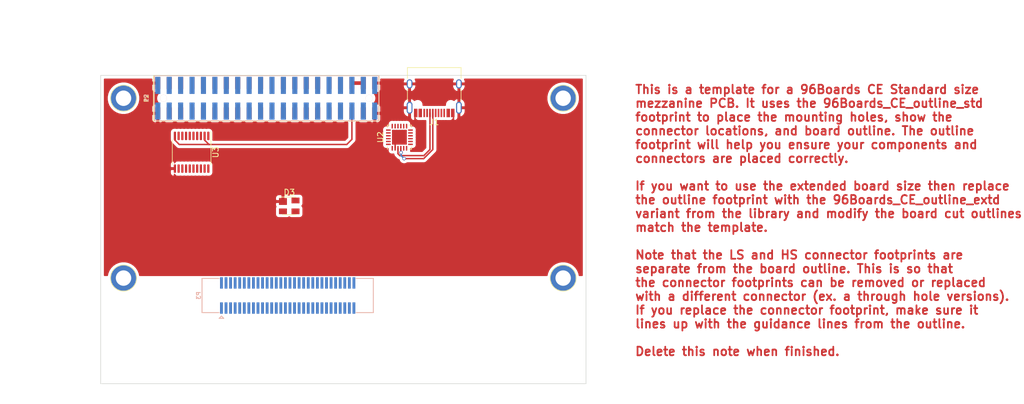
<source format=kicad_pcb>
(kicad_pcb (version 20171130) (host pcbnew 5.1.6-c6e7f7d~87~ubuntu20.04.1)

  (general
    (thickness 1.6)
    (drawings 14)
    (tracks 28)
    (zones 0)
    (modules 8)
    (nets 123)
  )

  (page A4)
  (title_block
    (title "96Boards Mezzanine Project Template")
    (date 2015-08-08)
    (rev A)
    (company "Linaro Ltd")
  )

  (layers
    (0 F.Cu signal)
    (31 B.Cu signal)
    (32 B.Adhes user)
    (33 F.Adhes user)
    (34 B.Paste user)
    (35 F.Paste user)
    (36 B.SilkS user)
    (37 F.SilkS user)
    (38 B.Mask user)
    (39 F.Mask user)
    (40 Dwgs.User user hide)
    (41 Cmts.User user)
    (42 Eco1.User user)
    (43 Eco2.User user)
    (44 Edge.Cuts user)
    (45 Margin user)
    (46 B.CrtYd user)
    (47 F.CrtYd user hide)
    (48 B.Fab user)
    (49 F.Fab user)
  )

  (setup
    (last_trace_width 0.254)
    (user_trace_width 0.254)
    (user_trace_width 0.381)
    (user_trace_width 0.635)
    (trace_clearance 0.1)
    (zone_clearance 0.508)
    (zone_45_only yes)
    (trace_min 0.1778)
    (via_size 0.6)
    (via_drill 0.4)
    (via_min_size 0.4)
    (via_min_drill 0.3)
    (uvia_size 0.3)
    (uvia_drill 0.1)
    (uvias_allowed no)
    (uvia_min_size 0.2)
    (uvia_min_drill 0.1)
    (edge_width 0.1)
    (segment_width 0.2)
    (pcb_text_width 0.3)
    (pcb_text_size 1.5 1.5)
    (mod_edge_width 0.15)
    (mod_text_size 1 1)
    (mod_text_width 0.15)
    (pad_size 3 3)
    (pad_drill 2.5)
    (pad_to_mask_clearance 0)
    (aux_axis_origin 100 100)
    (grid_origin 100 100)
    (visible_elements FFFFFF7B)
    (pcbplotparams
      (layerselection 0x010ef_80000001)
      (usegerberextensions false)
      (usegerberattributes true)
      (usegerberadvancedattributes true)
      (creategerberjobfile true)
      (excludeedgelayer true)
      (linewidth 0.100000)
      (plotframeref false)
      (viasonmask false)
      (mode 1)
      (useauxorigin false)
      (hpglpennumber 1)
      (hpglpenspeed 20)
      (hpglpendiameter 15.000000)
      (psnegative false)
      (psa4output false)
      (plotreference true)
      (plotvalue true)
      (plotinvisibletext false)
      (padsonsilk false)
      (subtractmaskfromsilk false)
      (outputformat 1)
      (mirror false)
      (drillshape 0)
      (scaleselection 1)
      (outputdirectory "gerbers/"))
  )

  (net 0 "")
  (net 1 +1V8)
  (net 2 GND)
  (net 3 +5V)
  (net 4 I2C0_SCL)
  (net 5 I2C0_SDA)
  (net 6 I2C1_SCL)
  (net 7 I2C1_SDA)
  (net 8 PWR_BTN_N)
  (net 9 RST_BTN_N)
  (net 10 SYS_DCIN)
  (net 11 GPIO_B)
  (net 12 GPIO_A)
  (net 13 SPIO_SCL)
  (net 14 SPIO_DIN)
  (net 15 SPIO_CS)
  (net 16 SPIO_DOUT)
  (net 17 PCM_FS)
  (net 18 PCM_CLK)
  (net 19 PCM_DO)
  (net 20 PCM_DI)
  (net 21 GPIO_D)
  (net 22 GPIO_F)
  (net 23 GPIO_H)
  (net 24 GPIO_J)
  (net 25 GPIO_L)
  (net 26 UART1_TX)
  (net 27 UART1_RX)
  (net 28 GPIO_C)
  (net 29 GPIO_E)
  (net 30 GPIO_G)
  (net 31 GPIO_I)
  (net 32 GPIO_K)
  (net 33 UART0_CTS)
  (net 34 UART0_TX)
  (net 35 UART0_RX)
  (net 36 UART0_RTS)
  (net 37 "Net-(P3-Pad60)")
  (net 38 DSI_D0+)
  (net 39 CSI0_D3-)
  (net 40 DSI_D0-)
  (net 41 CSI0_D3+)
  (net 42 DSI_CLK-)
  (net 43 CSI0_D2-)
  (net 44 DSI_CLK+)
  (net 45 CSI0_D2+)
  (net 46 CLK1/CSI1_MCLK)
  (net 47 CSI0_D1-)
  (net 48 CLK0/CSI0_MCLK)
  (net 49 CSI0_D1+)
  (net 50 SD_CMD/SPI1_DIN)
  (net 51 CSI0_D0-)
  (net 52 SD_SCLK/SPI1_SCLK)
  (net 53 SD_DAT3/SPI1_CS)
  (net 54 CSI0_D0+)
  (net 55 SD_DAT2)
  (net 56 SD_DAT1)
  (net 57 CSI0_C-)
  (net 58 CSI0_C+)
  (net 59 SD_DAT0/SPI1_DOUT)
  (net 60 DSI_D3-)
  (net 61 HSIC_DATA)
  (net 62 I2C3_SCL)
  (net 63 CSI1_D1-)
  (net 64 CSI1_C-)
  (net 65 DSI_D3+)
  (net 66 I2C3_SDA)
  (net 67 DSI_D1-)
  (net 68 USB_D-)
  (net 69 DSI_D2-)
  (net 70 USB_D+)
  (net 71 DSI_D1+)
  (net 72 CSI1_D1+)
  (net 73 CSI1_D0+)
  (net 74 I2C2_SCL)
  (net 75 DSI_D2+)
  (net 76 CSI1_D0-)
  (net 77 I2C2_SDA)
  (net 78 CSI1_C+)
  (net 79 HSIC_STR)
  (net 80 D+)
  (net 81 D-)
  (net 82 VBUS)
  (net 83 "Net-(U2-Pad24)")
  (net 84 "Net-(U2-Pad23)")
  (net 85 "Net-(U2-Pad22)")
  (net 86 UART0_RX_O)
  (net 87 UART0_TX_O)
  (net 88 UART0_CTS_O)
  (net 89 UART0_RTS_O)
  (net 90 "Net-(U2-Pad17)")
  (net 91 "Net-(U2-Pad16)")
  (net 92 "Net-(U2-Pad15)")
  (net 93 "Net-(D1-Pad1)")
  (net 94 "Net-(D2-Pad1)")
  (net 95 "Net-(U2-Pad12)")
  (net 96 "Net-(U2-Pad11)")
  (net 97 "Net-(U2-Pad10)")
  (net 98 "Net-(R3-Pad2)")
  (net 99 "Net-(R1-Pad2)")
  (net 100 +3V3)
  (net 101 "Net-(U2-Pad1)")
  (net 102 "Net-(U3-Pad20)")
  (net 103 VCCB)
  (net 104 "Net-(U3-Pad18)")
  (net 105 "Net-(U3-Pad17)")
  (net 106 "Net-(U3-Pad16)")
  (net 107 "Net-(U3-Pad15)")
  (net 108 "Net-(U3-Pad14)")
  (net 109 "Net-(U3-Pad13)")
  (net 110 "Net-(U3-Pad12)")
  (net 111 "Net-(U3-Pad9)")
  (net 112 "Net-(U3-Pad8)")
  (net 113 "Net-(U3-Pad7)")
  (net 114 "Net-(U3-Pad6)")
  (net 115 "Net-(U3-Pad5)")
  (net 116 "Net-(U3-Pad4)")
  (net 117 "Net-(U3-Pad3)")
  (net 118 "Net-(U3-Pad1)")
  (net 119 "Net-(J1-PadB8)")
  (net 120 "Net-(J1-PadA5)")
  (net 121 "Net-(J1-PadA8)")
  (net 122 "Net-(J1-PadB5)")

  (net_class Default "This is the default net class."
    (clearance 0.1)
    (trace_width 0.254)
    (via_dia 0.6)
    (via_drill 0.4)
    (uvia_dia 0.3)
    (uvia_drill 0.1)
    (add_net +3V3)
    (add_net CLK0/CSI0_MCLK)
    (add_net CLK1/CSI1_MCLK)
    (add_net CSI0_C+)
    (add_net CSI0_C-)
    (add_net CSI0_D0+)
    (add_net CSI0_D0-)
    (add_net CSI0_D1+)
    (add_net CSI0_D1-)
    (add_net CSI0_D2+)
    (add_net CSI0_D2-)
    (add_net CSI0_D3+)
    (add_net CSI0_D3-)
    (add_net CSI1_C+)
    (add_net CSI1_C-)
    (add_net CSI1_D0+)
    (add_net CSI1_D0-)
    (add_net CSI1_D1+)
    (add_net CSI1_D1-)
    (add_net D+)
    (add_net D-)
    (add_net DSI_CLK+)
    (add_net DSI_CLK-)
    (add_net DSI_D0+)
    (add_net DSI_D0-)
    (add_net DSI_D1+)
    (add_net DSI_D1-)
    (add_net DSI_D2+)
    (add_net DSI_D2-)
    (add_net DSI_D3+)
    (add_net DSI_D3-)
    (add_net GPIO_A)
    (add_net GPIO_B)
    (add_net GPIO_C)
    (add_net GPIO_D)
    (add_net GPIO_E)
    (add_net GPIO_F)
    (add_net GPIO_G)
    (add_net GPIO_H)
    (add_net GPIO_I)
    (add_net GPIO_J)
    (add_net GPIO_K)
    (add_net GPIO_L)
    (add_net HSIC_DATA)
    (add_net HSIC_STR)
    (add_net I2C0_SCL)
    (add_net I2C0_SDA)
    (add_net I2C1_SCL)
    (add_net I2C1_SDA)
    (add_net I2C2_SCL)
    (add_net I2C2_SDA)
    (add_net I2C3_SCL)
    (add_net I2C3_SDA)
    (add_net "Net-(D1-Pad1)")
    (add_net "Net-(D2-Pad1)")
    (add_net "Net-(J1-PadA5)")
    (add_net "Net-(J1-PadA8)")
    (add_net "Net-(J1-PadB5)")
    (add_net "Net-(J1-PadB8)")
    (add_net "Net-(P3-Pad60)")
    (add_net "Net-(R1-Pad2)")
    (add_net "Net-(R3-Pad2)")
    (add_net "Net-(U2-Pad1)")
    (add_net "Net-(U2-Pad10)")
    (add_net "Net-(U2-Pad11)")
    (add_net "Net-(U2-Pad12)")
    (add_net "Net-(U2-Pad15)")
    (add_net "Net-(U2-Pad16)")
    (add_net "Net-(U2-Pad17)")
    (add_net "Net-(U2-Pad22)")
    (add_net "Net-(U2-Pad23)")
    (add_net "Net-(U2-Pad24)")
    (add_net "Net-(U3-Pad1)")
    (add_net "Net-(U3-Pad12)")
    (add_net "Net-(U3-Pad13)")
    (add_net "Net-(U3-Pad14)")
    (add_net "Net-(U3-Pad15)")
    (add_net "Net-(U3-Pad16)")
    (add_net "Net-(U3-Pad17)")
    (add_net "Net-(U3-Pad18)")
    (add_net "Net-(U3-Pad20)")
    (add_net "Net-(U3-Pad3)")
    (add_net "Net-(U3-Pad4)")
    (add_net "Net-(U3-Pad5)")
    (add_net "Net-(U3-Pad6)")
    (add_net "Net-(U3-Pad7)")
    (add_net "Net-(U3-Pad8)")
    (add_net "Net-(U3-Pad9)")
    (add_net PCM_CLK)
    (add_net PCM_DI)
    (add_net PCM_DO)
    (add_net PCM_FS)
    (add_net PWR_BTN_N)
    (add_net RST_BTN_N)
    (add_net SD_CMD/SPI1_DIN)
    (add_net SD_DAT0/SPI1_DOUT)
    (add_net SD_DAT1)
    (add_net SD_DAT2)
    (add_net SD_DAT3/SPI1_CS)
    (add_net SD_SCLK/SPI1_SCLK)
    (add_net SPIO_CS)
    (add_net SPIO_DIN)
    (add_net SPIO_DOUT)
    (add_net SPIO_SCL)
    (add_net SYS_DCIN)
    (add_net UART0_CTS)
    (add_net UART0_CTS_O)
    (add_net UART0_RTS)
    (add_net UART0_RTS_O)
    (add_net UART0_RX)
    (add_net UART0_RX_O)
    (add_net UART0_TX)
    (add_net UART0_TX_O)
    (add_net UART1_RX)
    (add_net UART1_TX)
    (add_net USB_D+)
    (add_net USB_D-)
    (add_net VBUS)
    (add_net VCCB)
  )

  (net_class Power ""
    (clearance 0.1778)
    (trace_width 0.381)
    (via_dia 0.6)
    (via_drill 0.4)
    (uvia_dia 0.3)
    (uvia_drill 0.1)
    (add_net +1V8)
    (add_net +5V)
    (add_net GND)
  )

  (module Connector_USB:USB_C_Receptacle_HRO_TYPE-C-31-M-12 (layer F.Cu) (tedit 5D3C0721) (tstamp 5F178994)
    (at 158.42 102.54 180)
    (descr "USB Type-C receptacle for USB 2.0 and PD, http://www.krhro.com/uploads/soft/180320/1-1P320120243.pdf")
    (tags "usb usb-c 2.0 pd")
    (path /5F45AEF7)
    (attr smd)
    (fp_text reference J1 (at 0 -5.645) (layer F.SilkS)
      (effects (font (size 1 1) (thickness 0.15)))
    )
    (fp_text value USB_C_Receptacle_USB2.0 (at 0 5.1) (layer F.Fab)
      (effects (font (size 1 1) (thickness 0.15)))
    )
    (fp_text user %R (at 0 0) (layer F.Fab)
      (effects (font (size 1 1) (thickness 0.15)))
    )
    (fp_line (start -4.7 2) (end -4.7 3.9) (layer F.SilkS) (width 0.12))
    (fp_line (start -4.7 -1.9) (end -4.7 0.1) (layer F.SilkS) (width 0.12))
    (fp_line (start 4.7 2) (end 4.7 3.9) (layer F.SilkS) (width 0.12))
    (fp_line (start 4.7 -1.9) (end 4.7 0.1) (layer F.SilkS) (width 0.12))
    (fp_line (start 5.32 -5.27) (end 5.32 4.15) (layer F.CrtYd) (width 0.05))
    (fp_line (start -5.32 -5.27) (end -5.32 4.15) (layer F.CrtYd) (width 0.05))
    (fp_line (start -5.32 4.15) (end 5.32 4.15) (layer F.CrtYd) (width 0.05))
    (fp_line (start -5.32 -5.27) (end 5.32 -5.27) (layer F.CrtYd) (width 0.05))
    (fp_line (start 4.47 -3.65) (end 4.47 3.65) (layer F.Fab) (width 0.1))
    (fp_line (start -4.47 3.65) (end 4.47 3.65) (layer F.Fab) (width 0.1))
    (fp_line (start -4.47 -3.65) (end -4.47 3.65) (layer F.Fab) (width 0.1))
    (fp_line (start -4.47 -3.65) (end 4.47 -3.65) (layer F.Fab) (width 0.1))
    (fp_line (start -4.7 3.9) (end 4.7 3.9) (layer F.SilkS) (width 0.12))
    (pad B1 smd rect (at 3.25 -4.045 180) (size 0.6 1.45) (layers F.Cu F.Paste F.Mask)
      (net 2 GND))
    (pad A9 smd rect (at 2.45 -4.045 180) (size 0.6 1.45) (layers F.Cu F.Paste F.Mask)
      (net 82 VBUS))
    (pad B9 smd rect (at -2.45 -4.045 180) (size 0.6 1.45) (layers F.Cu F.Paste F.Mask)
      (net 82 VBUS))
    (pad B12 smd rect (at -3.25 -4.045 180) (size 0.6 1.45) (layers F.Cu F.Paste F.Mask)
      (net 2 GND))
    (pad A1 smd rect (at -3.25 -4.045 180) (size 0.6 1.45) (layers F.Cu F.Paste F.Mask)
      (net 2 GND))
    (pad A4 smd rect (at -2.45 -4.045 180) (size 0.6 1.45) (layers F.Cu F.Paste F.Mask)
      (net 82 VBUS))
    (pad B4 smd rect (at 2.45 -4.045 180) (size 0.6 1.45) (layers F.Cu F.Paste F.Mask)
      (net 82 VBUS))
    (pad A12 smd rect (at 3.25 -4.045 180) (size 0.6 1.45) (layers F.Cu F.Paste F.Mask)
      (net 2 GND))
    (pad B8 smd rect (at -1.75 -4.045 180) (size 0.3 1.45) (layers F.Cu F.Paste F.Mask)
      (net 119 "Net-(J1-PadB8)"))
    (pad A5 smd rect (at -1.25 -4.045 180) (size 0.3 1.45) (layers F.Cu F.Paste F.Mask)
      (net 120 "Net-(J1-PadA5)"))
    (pad B7 smd rect (at -0.75 -4.045 180) (size 0.3 1.45) (layers F.Cu F.Paste F.Mask)
      (net 81 D-))
    (pad A7 smd rect (at 0.25 -4.045 180) (size 0.3 1.45) (layers F.Cu F.Paste F.Mask)
      (net 81 D-))
    (pad B6 smd rect (at 0.75 -4.045 180) (size 0.3 1.45) (layers F.Cu F.Paste F.Mask)
      (net 80 D+))
    (pad A8 smd rect (at 1.25 -4.045 180) (size 0.3 1.45) (layers F.Cu F.Paste F.Mask)
      (net 121 "Net-(J1-PadA8)"))
    (pad B5 smd rect (at 1.75 -4.045 180) (size 0.3 1.45) (layers F.Cu F.Paste F.Mask)
      (net 122 "Net-(J1-PadB5)"))
    (pad A6 smd rect (at -0.25 -4.045 180) (size 0.3 1.45) (layers F.Cu F.Paste F.Mask)
      (net 80 D+))
    (pad S1 thru_hole oval (at 4.32 -3.13 180) (size 1 2.1) (drill oval 0.6 1.7) (layers *.Cu *.Mask)
      (net 2 GND))
    (pad S1 thru_hole oval (at -4.32 -3.13 180) (size 1 2.1) (drill oval 0.6 1.7) (layers *.Cu *.Mask)
      (net 2 GND))
    (pad "" np_thru_hole circle (at -2.89 -2.6 180) (size 0.65 0.65) (drill 0.65) (layers *.Cu *.Mask))
    (pad S1 thru_hole oval (at -4.32 1.05 180) (size 1 1.6) (drill oval 0.6 1.2) (layers *.Cu *.Mask)
      (net 2 GND))
    (pad "" np_thru_hole circle (at 2.89 -2.6 180) (size 0.65 0.65) (drill 0.65) (layers *.Cu *.Mask))
    (pad S1 thru_hole oval (at 4.32 1.05 180) (size 1 1.6) (drill oval 0.6 1.2) (layers *.Cu *.Mask)
      (net 2 GND))
    (model ${KISYS3DMOD}/Connector_USB.3dshapes/USB_C_Receptacle_HRO_TYPE-C-31-M-12.wrl
      (at (xyz 0 0 0))
      (scale (xyz 1 1 1))
      (rotate (xyz 0 0 0))
    )
  )

  (module Package_SO:TSSOP-20_4.4x6.5mm_P0.65mm (layer F.Cu) (tedit 5E476F32) (tstamp 5F1778F1)
    (at 115.925 113.4625 270)
    (descr "TSSOP, 20 Pin (JEDEC MO-153 Var AC https://www.jedec.org/document_search?search_api_views_fulltext=MO-153), generated with kicad-footprint-generator ipc_gullwing_generator.py")
    (tags "TSSOP SO")
    (path /5F89E918)
    (attr smd)
    (fp_text reference U3 (at 0 -4.2 90) (layer F.SilkS)
      (effects (font (size 1 1) (thickness 0.15)))
    )
    (fp_text value TXS0108EPW (at 0 4.2 90) (layer F.Fab)
      (effects (font (size 1 1) (thickness 0.15)))
    )
    (fp_text user %R (at 0 0 90) (layer F.Fab)
      (effects (font (size 1 1) (thickness 0.15)))
    )
    (fp_line (start 0 3.385) (end 2.2 3.385) (layer F.SilkS) (width 0.12))
    (fp_line (start 0 3.385) (end -2.2 3.385) (layer F.SilkS) (width 0.12))
    (fp_line (start 0 -3.385) (end 2.2 -3.385) (layer F.SilkS) (width 0.12))
    (fp_line (start 0 -3.385) (end -3.6 -3.385) (layer F.SilkS) (width 0.12))
    (fp_line (start -1.2 -3.25) (end 2.2 -3.25) (layer F.Fab) (width 0.1))
    (fp_line (start 2.2 -3.25) (end 2.2 3.25) (layer F.Fab) (width 0.1))
    (fp_line (start 2.2 3.25) (end -2.2 3.25) (layer F.Fab) (width 0.1))
    (fp_line (start -2.2 3.25) (end -2.2 -2.25) (layer F.Fab) (width 0.1))
    (fp_line (start -2.2 -2.25) (end -1.2 -3.25) (layer F.Fab) (width 0.1))
    (fp_line (start -3.85 -3.5) (end -3.85 3.5) (layer F.CrtYd) (width 0.05))
    (fp_line (start -3.85 3.5) (end 3.85 3.5) (layer F.CrtYd) (width 0.05))
    (fp_line (start 3.85 3.5) (end 3.85 -3.5) (layer F.CrtYd) (width 0.05))
    (fp_line (start 3.85 -3.5) (end -3.85 -3.5) (layer F.CrtYd) (width 0.05))
    (pad 20 smd roundrect (at 2.8625 -2.925 270) (size 1.475 0.4) (layers F.Cu F.Paste F.Mask) (roundrect_rratio 0.25)
      (net 102 "Net-(U3-Pad20)"))
    (pad 19 smd roundrect (at 2.8625 -2.275 270) (size 1.475 0.4) (layers F.Cu F.Paste F.Mask) (roundrect_rratio 0.25)
      (net 103 VCCB))
    (pad 18 smd roundrect (at 2.8625 -1.625 270) (size 1.475 0.4) (layers F.Cu F.Paste F.Mask) (roundrect_rratio 0.25)
      (net 104 "Net-(U3-Pad18)"))
    (pad 17 smd roundrect (at 2.8625 -0.975 270) (size 1.475 0.4) (layers F.Cu F.Paste F.Mask) (roundrect_rratio 0.25)
      (net 105 "Net-(U3-Pad17)"))
    (pad 16 smd roundrect (at 2.8625 -0.325 270) (size 1.475 0.4) (layers F.Cu F.Paste F.Mask) (roundrect_rratio 0.25)
      (net 106 "Net-(U3-Pad16)"))
    (pad 15 smd roundrect (at 2.8625 0.325 270) (size 1.475 0.4) (layers F.Cu F.Paste F.Mask) (roundrect_rratio 0.25)
      (net 107 "Net-(U3-Pad15)"))
    (pad 14 smd roundrect (at 2.8625 0.975 270) (size 1.475 0.4) (layers F.Cu F.Paste F.Mask) (roundrect_rratio 0.25)
      (net 108 "Net-(U3-Pad14)"))
    (pad 13 smd roundrect (at 2.8625 1.625 270) (size 1.475 0.4) (layers F.Cu F.Paste F.Mask) (roundrect_rratio 0.25)
      (net 109 "Net-(U3-Pad13)"))
    (pad 12 smd roundrect (at 2.8625 2.275 270) (size 1.475 0.4) (layers F.Cu F.Paste F.Mask) (roundrect_rratio 0.25)
      (net 110 "Net-(U3-Pad12)"))
    (pad 11 smd roundrect (at 2.8625 2.925 270) (size 1.475 0.4) (layers F.Cu F.Paste F.Mask) (roundrect_rratio 0.25)
      (net 2 GND))
    (pad 10 smd roundrect (at -2.8625 2.925 270) (size 1.475 0.4) (layers F.Cu F.Paste F.Mask) (roundrect_rratio 0.25)
      (net 1 +1V8))
    (pad 9 smd roundrect (at -2.8625 2.275 270) (size 1.475 0.4) (layers F.Cu F.Paste F.Mask) (roundrect_rratio 0.25)
      (net 111 "Net-(U3-Pad9)"))
    (pad 8 smd roundrect (at -2.8625 1.625 270) (size 1.475 0.4) (layers F.Cu F.Paste F.Mask) (roundrect_rratio 0.25)
      (net 112 "Net-(U3-Pad8)"))
    (pad 7 smd roundrect (at -2.8625 0.975 270) (size 1.475 0.4) (layers F.Cu F.Paste F.Mask) (roundrect_rratio 0.25)
      (net 113 "Net-(U3-Pad7)"))
    (pad 6 smd roundrect (at -2.8625 0.325 270) (size 1.475 0.4) (layers F.Cu F.Paste F.Mask) (roundrect_rratio 0.25)
      (net 114 "Net-(U3-Pad6)"))
    (pad 5 smd roundrect (at -2.8625 -0.325 270) (size 1.475 0.4) (layers F.Cu F.Paste F.Mask) (roundrect_rratio 0.25)
      (net 115 "Net-(U3-Pad5)"))
    (pad 4 smd roundrect (at -2.8625 -0.975 270) (size 1.475 0.4) (layers F.Cu F.Paste F.Mask) (roundrect_rratio 0.25)
      (net 116 "Net-(U3-Pad4)"))
    (pad 3 smd roundrect (at -2.8625 -1.625 270) (size 1.475 0.4) (layers F.Cu F.Paste F.Mask) (roundrect_rratio 0.25)
      (net 117 "Net-(U3-Pad3)"))
    (pad 2 smd roundrect (at -2.8625 -2.275 270) (size 1.475 0.4) (layers F.Cu F.Paste F.Mask) (roundrect_rratio 0.25)
      (net 1 +1V8))
    (pad 1 smd roundrect (at -2.8625 -2.925 270) (size 1.475 0.4) (layers F.Cu F.Paste F.Mask) (roundrect_rratio 0.25)
      (net 118 "Net-(U3-Pad1)"))
    (model ${KISYS3DMOD}/Package_SO.3dshapes/TSSOP-20_4.4x6.5mm_P0.65mm.wrl
      (at (xyz 0 0 0))
      (scale (xyz 1 1 1))
      (rotate (xyz 0 0 0))
    )
  )

  (module Package_DFN_QFN:QFN-24-1EP_4x4mm_P0.5mm_EP2.6x2.6mm (layer F.Cu) (tedit 5DC5F6A3) (tstamp 5F1778CB)
    (at 152.32 110.8275 90)
    (descr "QFN, 24 Pin (http://ww1.microchip.com/downloads/en/PackagingSpec/00000049BQ.pdf#page=278), generated with kicad-footprint-generator ipc_noLead_generator.py")
    (tags "QFN NoLead")
    (path /5F45E042)
    (attr smd)
    (fp_text reference U2 (at 0 -3.3 90) (layer F.SilkS)
      (effects (font (size 1 1) (thickness 0.15)))
    )
    (fp_text value CP2102N-A01-GQFN24 (at 0 3.3 90) (layer F.Fab)
      (effects (font (size 1 1) (thickness 0.15)))
    )
    (fp_text user %R (at 12.15 -2.22 90) (layer F.Fab)
      (effects (font (size 1 1) (thickness 0.15)))
    )
    (fp_line (start 1.635 -2.11) (end 2.11 -2.11) (layer F.SilkS) (width 0.12))
    (fp_line (start 2.11 -2.11) (end 2.11 -1.635) (layer F.SilkS) (width 0.12))
    (fp_line (start -1.635 2.11) (end -2.11 2.11) (layer F.SilkS) (width 0.12))
    (fp_line (start -2.11 2.11) (end -2.11 1.635) (layer F.SilkS) (width 0.12))
    (fp_line (start 1.635 2.11) (end 2.11 2.11) (layer F.SilkS) (width 0.12))
    (fp_line (start 2.11 2.11) (end 2.11 1.635) (layer F.SilkS) (width 0.12))
    (fp_line (start -1.635 -2.11) (end -2.11 -2.11) (layer F.SilkS) (width 0.12))
    (fp_line (start -1 -2) (end 2 -2) (layer F.Fab) (width 0.1))
    (fp_line (start 2 -2) (end 2 2) (layer F.Fab) (width 0.1))
    (fp_line (start 2 2) (end -2 2) (layer F.Fab) (width 0.1))
    (fp_line (start -2 2) (end -2 -1) (layer F.Fab) (width 0.1))
    (fp_line (start -2 -1) (end -1 -2) (layer F.Fab) (width 0.1))
    (fp_line (start -2.6 -2.6) (end -2.6 2.6) (layer F.CrtYd) (width 0.05))
    (fp_line (start -2.6 2.6) (end 2.6 2.6) (layer F.CrtYd) (width 0.05))
    (fp_line (start 2.6 2.6) (end 2.6 -2.6) (layer F.CrtYd) (width 0.05))
    (fp_line (start 2.6 -2.6) (end -2.6 -2.6) (layer F.CrtYd) (width 0.05))
    (pad "" smd roundrect (at 0.65 0.65 90) (size 1.05 1.05) (layers F.Paste) (roundrect_rratio 0.238095))
    (pad "" smd roundrect (at 0.65 -0.65 90) (size 1.05 1.05) (layers F.Paste) (roundrect_rratio 0.238095))
    (pad "" smd roundrect (at -0.65 0.65 90) (size 1.05 1.05) (layers F.Paste) (roundrect_rratio 0.238095))
    (pad "" smd roundrect (at -0.65 -0.65 90) (size 1.05 1.05) (layers F.Paste) (roundrect_rratio 0.238095))
    (pad 25 smd rect (at 0 0 90) (size 2.6 2.6) (layers F.Cu F.Mask)
      (net 2 GND))
    (pad 24 smd roundrect (at -1.25 -1.9375 90) (size 0.25 0.825) (layers F.Cu F.Paste F.Mask) (roundrect_rratio 0.25)
      (net 83 "Net-(U2-Pad24)"))
    (pad 23 smd roundrect (at -0.75 -1.9375 90) (size 0.25 0.825) (layers F.Cu F.Paste F.Mask) (roundrect_rratio 0.25)
      (net 84 "Net-(U2-Pad23)"))
    (pad 22 smd roundrect (at -0.25 -1.9375 90) (size 0.25 0.825) (layers F.Cu F.Paste F.Mask) (roundrect_rratio 0.25)
      (net 85 "Net-(U2-Pad22)"))
    (pad 21 smd roundrect (at 0.25 -1.9375 90) (size 0.25 0.825) (layers F.Cu F.Paste F.Mask) (roundrect_rratio 0.25)
      (net 86 UART0_RX_O))
    (pad 20 smd roundrect (at 0.75 -1.9375 90) (size 0.25 0.825) (layers F.Cu F.Paste F.Mask) (roundrect_rratio 0.25)
      (net 87 UART0_TX_O))
    (pad 19 smd roundrect (at 1.25 -1.9375 90) (size 0.25 0.825) (layers F.Cu F.Paste F.Mask) (roundrect_rratio 0.25)
      (net 88 UART0_CTS_O))
    (pad 18 smd roundrect (at 1.9375 -1.25 90) (size 0.825 0.25) (layers F.Cu F.Paste F.Mask) (roundrect_rratio 0.25)
      (net 89 UART0_RTS_O))
    (pad 17 smd roundrect (at 1.9375 -0.75 90) (size 0.825 0.25) (layers F.Cu F.Paste F.Mask) (roundrect_rratio 0.25)
      (net 90 "Net-(U2-Pad17)"))
    (pad 16 smd roundrect (at 1.9375 -0.25 90) (size 0.825 0.25) (layers F.Cu F.Paste F.Mask) (roundrect_rratio 0.25)
      (net 91 "Net-(U2-Pad16)"))
    (pad 15 smd roundrect (at 1.9375 0.25 90) (size 0.825 0.25) (layers F.Cu F.Paste F.Mask) (roundrect_rratio 0.25)
      (net 92 "Net-(U2-Pad15)"))
    (pad 14 smd roundrect (at 1.9375 0.75 90) (size 0.825 0.25) (layers F.Cu F.Paste F.Mask) (roundrect_rratio 0.25)
      (net 93 "Net-(D1-Pad1)"))
    (pad 13 smd roundrect (at 1.9375 1.25 90) (size 0.825 0.25) (layers F.Cu F.Paste F.Mask) (roundrect_rratio 0.25)
      (net 94 "Net-(D2-Pad1)"))
    (pad 12 smd roundrect (at 1.25 1.9375 90) (size 0.25 0.825) (layers F.Cu F.Paste F.Mask) (roundrect_rratio 0.25)
      (net 95 "Net-(U2-Pad12)"))
    (pad 11 smd roundrect (at 0.75 1.9375 90) (size 0.25 0.825) (layers F.Cu F.Paste F.Mask) (roundrect_rratio 0.25)
      (net 96 "Net-(U2-Pad11)"))
    (pad 10 smd roundrect (at 0.25 1.9375 90) (size 0.25 0.825) (layers F.Cu F.Paste F.Mask) (roundrect_rratio 0.25)
      (net 97 "Net-(U2-Pad10)"))
    (pad 9 smd roundrect (at -0.25 1.9375 90) (size 0.25 0.825) (layers F.Cu F.Paste F.Mask) (roundrect_rratio 0.25)
      (net 98 "Net-(R3-Pad2)"))
    (pad 8 smd roundrect (at -0.75 1.9375 90) (size 0.25 0.825) (layers F.Cu F.Paste F.Mask) (roundrect_rratio 0.25)
      (net 99 "Net-(R1-Pad2)"))
    (pad 7 smd roundrect (at -1.25 1.9375 90) (size 0.25 0.825) (layers F.Cu F.Paste F.Mask) (roundrect_rratio 0.25)
      (net 3 +5V))
    (pad 6 smd roundrect (at -1.9375 1.25 90) (size 0.825 0.25) (layers F.Cu F.Paste F.Mask) (roundrect_rratio 0.25)
      (net 100 +3V3))
    (pad 5 smd roundrect (at -1.9375 0.75 90) (size 0.825 0.25) (layers F.Cu F.Paste F.Mask) (roundrect_rratio 0.25)
      (net 100 +3V3))
    (pad 4 smd roundrect (at -1.9375 0.25 90) (size 0.825 0.25) (layers F.Cu F.Paste F.Mask) (roundrect_rratio 0.25)
      (net 81 D-))
    (pad 3 smd roundrect (at -1.9375 -0.25 90) (size 0.825 0.25) (layers F.Cu F.Paste F.Mask) (roundrect_rratio 0.25)
      (net 80 D+))
    (pad 2 smd roundrect (at -1.9375 -0.75 90) (size 0.825 0.25) (layers F.Cu F.Paste F.Mask) (roundrect_rratio 0.25)
      (net 2 GND))
    (pad 1 smd roundrect (at -1.9375 -1.25 90) (size 0.825 0.25) (layers F.Cu F.Paste F.Mask) (roundrect_rratio 0.25)
      (net 101 "Net-(U2-Pad1)"))
    (model ${KISYS3DMOD}/Package_DFN_QFN.3dshapes/QFN-24-1EP_4x4mm_P0.5mm_EP2.6x2.6mm.wrl
      (at (xyz 0 0 0))
      (scale (xyz 1 1 1))
      (rotate (xyz 0 0 0))
    )
  )

  (module Package_TO_SOT_SMD:SOT-143 (layer F.Cu) (tedit 5A02FF57) (tstamp 5F1777A7)
    (at 133.02 122.86)
    (descr SOT-143)
    (tags SOT-143)
    (path /5F58641C)
    (attr smd)
    (fp_text reference D3 (at 0.02 -2.38) (layer F.SilkS)
      (effects (font (size 1 1) (thickness 0.15)))
    )
    (fp_text value SP0503BAHT (at -0.28 2.48) (layer F.Fab)
      (effects (font (size 1 1) (thickness 0.15)))
    )
    (fp_text user %R (at 0 0 90) (layer F.Fab)
      (effects (font (size 0.5 0.5) (thickness 0.075)))
    )
    (fp_line (start -1.2 1.55) (end 1.2 1.55) (layer F.SilkS) (width 0.12))
    (fp_line (start 1.2 -1.55) (end -1.75 -1.55) (layer F.SilkS) (width 0.12))
    (fp_line (start -1.2 -1) (end -0.7 -1.5) (layer F.Fab) (width 0.1))
    (fp_line (start -0.7 -1.5) (end 1.2 -1.5) (layer F.Fab) (width 0.1))
    (fp_line (start -1.2 1.5) (end -1.2 -1) (layer F.Fab) (width 0.1))
    (fp_line (start 1.2 1.5) (end -1.2 1.5) (layer F.Fab) (width 0.1))
    (fp_line (start 1.2 -1.5) (end 1.2 1.5) (layer F.Fab) (width 0.1))
    (fp_line (start 2.05 -1.75) (end 2.05 1.75) (layer F.CrtYd) (width 0.05))
    (fp_line (start 2.05 -1.75) (end -2.05 -1.75) (layer F.CrtYd) (width 0.05))
    (fp_line (start -2.05 1.75) (end 2.05 1.75) (layer F.CrtYd) (width 0.05))
    (fp_line (start -2.05 1.75) (end -2.05 -1.75) (layer F.CrtYd) (width 0.05))
    (pad 4 smd rect (at 1.1 -0.95 270) (size 1 1.4) (layers F.Cu F.Paste F.Mask)
      (net 80 D+))
    (pad 3 smd rect (at 1.1 0.95 270) (size 1 1.4) (layers F.Cu F.Paste F.Mask)
      (net 81 D-))
    (pad 2 smd rect (at -1.1 0.95 270) (size 1 1.4) (layers F.Cu F.Paste F.Mask)
      (net 82 VBUS))
    (pad 1 smd rect (at -1.1 -0.77 270) (size 1.2 1.4) (layers F.Cu F.Paste F.Mask)
      (net 2 GND))
    (model ${KISYS3DMOD}/Package_TO_SOT_SMD.3dshapes/SOT-143.wrl
      (at (xyz 0 0 0))
      (scale (xyz 1 1 1))
      (rotate (xyz 0 0 0))
    )
  )

  (module 96boards:96Boards_CE_outline_std (layer F.Cu) (tedit 59E0C685) (tstamp 59E54454)
    (at 100 154)
    (descr "module 1 pin (ou trou mecanique de percage)")
    (tags "96Boards, formfactor, mezzanine")
    (fp_text reference REF** (at 2.5 1) (layer B.Fab) hide
      (effects (font (size 1 1) (thickness 0.15)) (justify mirror))
    )
    (fp_text value "96Boards CE Outline Standard" (at 42.5 1.5) (layer B.Fab) hide
      (effects (font (size 1 1) (thickness 0.15)) (justify mirror))
    )
    (fp_line (start 85 -54) (end 85 0) (layer B.Fab) (width 0.15))
    (fp_line (start 50.5 -53) (end 50.25 -53.25) (layer B.Fab) (width 0.15))
    (fp_line (start 8 -46.75) (end 7.5 -47.25) (layer B.Fab) (width 0.15))
    (fp_line (start 9 -48.25) (end 7.5 -49.75) (layer B.Fab) (width 0.15))
    (fp_line (start 9 -49.5) (end 7.5 -51) (layer B.Fab) (width 0.15))
    (fp_line (start 9 -50.75) (end 7.5 -52.25) (layer B.Fab) (width 0.15))
    (fp_line (start 50.5 -46.75) (end 49 -48.25) (layer B.Fab) (width 0.15))
    (fp_line (start 49.25 -46.75) (end 48 -48) (layer B.Fab) (width 0.15))
    (fp_line (start 50.5 -48) (end 49 -49.5) (layer B.Fab) (width 0.15))
    (fp_line (start 50.5 -50.5) (end 47.75 -53.25) (layer B.Fab) (width 0.15))
    (fp_line (start 50.5 -51.75) (end 49 -53.25) (layer B.Fab) (width 0.15))
    (fp_line (start 50.5 -49.25) (end 49 -50.75) (layer B.Fab) (width 0.15))
    (fp_line (start 45.5 -46.75) (end 44.25 -48) (layer B.Fab) (width 0.15))
    (fp_line (start 44.25 -46.75) (end 43 -48) (layer B.Fab) (width 0.15))
    (fp_line (start 48 -46.75) (end 46.75 -48) (layer B.Fab) (width 0.15))
    (fp_line (start 46.75 -46.75) (end 45.5 -48) (layer B.Fab) (width 0.15))
    (fp_line (start 44 -52) (end 42.75 -53.25) (layer B.Fab) (width 0.15))
    (fp_line (start 45.25 -52) (end 44 -53.25) (layer B.Fab) (width 0.15))
    (fp_line (start 46.5 -52) (end 45.25 -53.25) (layer B.Fab) (width 0.15))
    (fp_line (start 47.75 -52) (end 46.5 -53.25) (layer B.Fab) (width 0.15))
    (fp_line (start 40.5 -46.75) (end 39.25 -48) (layer B.Fab) (width 0.15))
    (fp_line (start 39.25 -46.75) (end 38 -48) (layer B.Fab) (width 0.15))
    (fp_line (start 43 -46.75) (end 41.75 -48) (layer B.Fab) (width 0.15))
    (fp_line (start 41.75 -46.75) (end 40.5 -48) (layer B.Fab) (width 0.15))
    (fp_line (start 39 -52) (end 37.75 -53.25) (layer B.Fab) (width 0.15))
    (fp_line (start 40.25 -52) (end 39 -53.25) (layer B.Fab) (width 0.15))
    (fp_line (start 41.5 -52) (end 40.25 -53.25) (layer B.Fab) (width 0.15))
    (fp_line (start 42.75 -52) (end 41.5 -53.25) (layer B.Fab) (width 0.15))
    (fp_line (start 35.5 -46.75) (end 34.25 -48) (layer B.Fab) (width 0.15))
    (fp_line (start 34.25 -46.75) (end 33 -48) (layer B.Fab) (width 0.15))
    (fp_line (start 38 -46.75) (end 36.75 -48) (layer B.Fab) (width 0.15))
    (fp_line (start 36.75 -46.75) (end 35.5 -48) (layer B.Fab) (width 0.15))
    (fp_line (start 34 -52) (end 32.75 -53.25) (layer B.Fab) (width 0.15))
    (fp_line (start 35.25 -52) (end 34 -53.25) (layer B.Fab) (width 0.15))
    (fp_line (start 36.5 -52) (end 35.25 -53.25) (layer B.Fab) (width 0.15))
    (fp_line (start 37.75 -52) (end 36.5 -53.25) (layer B.Fab) (width 0.15))
    (fp_line (start 30.5 -46.75) (end 29.25 -48) (layer B.Fab) (width 0.15))
    (fp_line (start 29.25 -46.75) (end 28 -48) (layer B.Fab) (width 0.15))
    (fp_line (start 33 -46.75) (end 31.75 -48) (layer B.Fab) (width 0.15))
    (fp_line (start 31.75 -46.75) (end 30.5 -48) (layer B.Fab) (width 0.15))
    (fp_line (start 29 -52) (end 27.75 -53.25) (layer B.Fab) (width 0.15))
    (fp_line (start 30.25 -52) (end 29 -53.25) (layer B.Fab) (width 0.15))
    (fp_line (start 31.5 -52) (end 30.25 -53.25) (layer B.Fab) (width 0.15))
    (fp_line (start 32.75 -52) (end 31.5 -53.25) (layer B.Fab) (width 0.15))
    (fp_line (start 25.5 -46.75) (end 24.25 -48) (layer B.Fab) (width 0.15))
    (fp_line (start 24.25 -46.75) (end 23 -48) (layer B.Fab) (width 0.15))
    (fp_line (start 28 -46.75) (end 26.75 -48) (layer B.Fab) (width 0.15))
    (fp_line (start 26.75 -46.75) (end 25.5 -48) (layer B.Fab) (width 0.15))
    (fp_line (start 24 -52) (end 22.75 -53.25) (layer B.Fab) (width 0.15))
    (fp_line (start 25.25 -52) (end 24 -53.25) (layer B.Fab) (width 0.15))
    (fp_line (start 26.5 -52) (end 25.25 -53.25) (layer B.Fab) (width 0.15))
    (fp_line (start 27.75 -52) (end 26.5 -53.25) (layer B.Fab) (width 0.15))
    (fp_line (start 20.5 -46.75) (end 19.25 -48) (layer B.Fab) (width 0.15))
    (fp_line (start 19.25 -46.75) (end 18 -48) (layer B.Fab) (width 0.15))
    (fp_line (start 23 -46.75) (end 21.75 -48) (layer B.Fab) (width 0.15))
    (fp_line (start 21.75 -46.75) (end 20.5 -48) (layer B.Fab) (width 0.15))
    (fp_line (start 19 -52) (end 17.75 -53.25) (layer B.Fab) (width 0.15))
    (fp_line (start 20.25 -52) (end 19 -53.25) (layer B.Fab) (width 0.15))
    (fp_line (start 21.5 -52) (end 20.25 -53.25) (layer B.Fab) (width 0.15))
    (fp_line (start 22.75 -52) (end 21.5 -53.25) (layer B.Fab) (width 0.15))
    (fp_line (start 15.5 -46.75) (end 14.25 -48) (layer B.Fab) (width 0.15))
    (fp_line (start 14.25 -46.75) (end 13 -48) (layer B.Fab) (width 0.15))
    (fp_line (start 18 -46.75) (end 16.75 -48) (layer B.Fab) (width 0.15))
    (fp_line (start 16.75 -46.75) (end 15.5 -48) (layer B.Fab) (width 0.15))
    (fp_line (start 14 -52) (end 12.75 -53.25) (layer B.Fab) (width 0.15))
    (fp_line (start 15.25 -52) (end 14 -53.25) (layer B.Fab) (width 0.15))
    (fp_line (start 16.5 -52) (end 15.25 -53.25) (layer B.Fab) (width 0.15))
    (fp_line (start 17.75 -52) (end 16.5 -53.25) (layer B.Fab) (width 0.15))
    (fp_line (start 13 -46.75) (end 11.75 -48) (layer B.Fab) (width 0.15))
    (fp_line (start 11.75 -46.75) (end 10.5 -48) (layer B.Fab) (width 0.15))
    (fp_line (start 10.5 -46.75) (end 9.25 -48) (layer B.Fab) (width 0.15))
    (fp_line (start 9.25 -46.75) (end 7.5 -48.5) (layer B.Fab) (width 0.15))
    (fp_line (start 10.25 -52) (end 9 -53.25) (layer B.Fab) (width 0.15))
    (fp_line (start 12.75 -52) (end 11.5 -53.25) (layer B.Fab) (width 0.15))
    (fp_line (start 11.5 -52) (end 10.25 -53.25) (layer B.Fab) (width 0.15))
    (fp_line (start 70 0) (end 85 -15) (layer B.Fab) (width 0.15))
    (fp_line (start 67.5 0) (end 85 -17.5) (layer B.Fab) (width 0.15))
    (fp_line (start 72.5 0) (end 85 -12.5) (layer B.Fab) (width 0.15))
    (fp_line (start 75 0) (end 85 -10) (layer B.Fab) (width 0.15))
    (fp_line (start 60 0) (end 78.5 -18.5) (layer B.Fab) (width 0.15))
    (fp_line (start 57.5 0) (end 76 -18.5) (layer B.Fab) (width 0.15))
    (fp_line (start 62.5 0) (end 79 -16.5) (layer B.Fab) (width 0.15))
    (fp_line (start 65 0) (end 81 -16) (layer B.Fab) (width 0.15))
    (fp_line (start 55.5 -5.5) (end 68.5 -18.5) (layer B.Fab) (width 0.15))
    (fp_line (start 54.5 -7) (end 66 -18.5) (layer B.Fab) (width 0.15))
    (fp_line (start 56.5 -4) (end 71 -18.5) (layer B.Fab) (width 0.15))
    (fp_line (start 55 0) (end 73.5 -18.5) (layer B.Fab) (width 0.15))
    (fp_line (start 51 -8.5) (end 61 -18.5) (layer B.Fab) (width 0.15))
    (fp_line (start 53.5 -8.5) (end 63.5 -18.5) (layer B.Fab) (width 0.15))
    (fp_line (start 48.5 -8.5) (end 58.5 -18.5) (layer B.Fab) (width 0.15))
    (fp_line (start 46 -8.5) (end 56 -18.5) (layer B.Fab) (width 0.15))
    (fp_line (start 27.5 0) (end 30.5 -3) (layer B.Fab) (width 0.15))
    (fp_line (start 30 0) (end 33 -3) (layer B.Fab) (width 0.15))
    (fp_line (start 32.5 0) (end 35.5 -3) (layer B.Fab) (width 0.15))
    (fp_line (start 35 0) (end 38 -3) (layer B.Fab) (width 0.15))
    (fp_line (start 17.5 0) (end 29 -11.5) (layer B.Fab) (width 0.15))
    (fp_line (start 20 0) (end 31.5 -11.5) (layer B.Fab) (width 0.15))
    (fp_line (start 22.5 0) (end 34 -11.5) (layer B.Fab) (width 0.15))
    (fp_line (start 25 0) (end 28 -3) (layer B.Fab) (width 0.15))
    (fp_line (start 12.5 0) (end 24 -11.5) (layer B.Fab) (width 0.15))
    (fp_line (start 15 0) (end 26.5 -11.5) (layer B.Fab) (width 0.15))
    (fp_line (start 10 0) (end 21.5 -11.5) (layer B.Fab) (width 0.15))
    (fp_line (start 42.65 -17.45) (end 42.65 -17.95) (layer B.Fab) (width 0.15))
    (fp_line (start 42.85 -17.95) (end 42.85 -17.45) (layer B.Fab) (width 0.15))
    (fp_line (start 42.65 -17.95) (end 42.85 -17.95) (layer B.Fab) (width 0.15))
    (fp_line (start 43.45 -15.95) (end 43.65 -15.95) (layer B.Fab) (width 0.15))
    (fp_line (start 43.45 -15.85) (end 43.45 -15.95) (layer B.Fab) (width 0.15))
    (fp_line (start 42.65 -15.95) (end 42.85 -15.95) (layer B.Fab) (width 0.15))
    (fp_line (start 42.65 -15.85) (end 42.65 -15.95) (layer B.Fab) (width 0.15))
    (fp_line (start 42.85 -15.95) (end 42.85 -15.85) (layer B.Fab) (width 0.15))
    (fp_line (start 43.65 -15.95) (end 43.65 -15.85) (layer B.Fab) (width 0.15))
    (fp_line (start 43.65 -12.95) (end 43.65 -13.45) (layer B.Fab) (width 0.15))
    (fp_line (start 43.45 -12.95) (end 43.65 -12.95) (layer B.Fab) (width 0.15))
    (fp_line (start 43.45 -13.45) (end 43.45 -12.95) (layer B.Fab) (width 0.15))
    (fp_line (start 42.85 -12.95) (end 42.85 -13.45) (layer B.Fab) (width 0.15))
    (fp_line (start 42.65 -12.95) (end 42.85 -12.95) (layer B.Fab) (width 0.15))
    (fp_line (start 43.45 -14.95) (end 43.65 -14.95) (layer B.Fab) (width 0.15))
    (fp_line (start 42.65 -14.95) (end 42.85 -14.95) (layer B.Fab) (width 0.15))
    (fp_line (start 43.45 -15.05) (end 43.45 -14.95) (layer B.Fab) (width 0.15))
    (fp_line (start 43.65 -14.95) (end 43.65 -15.05) (layer B.Fab) (width 0.15))
    (fp_line (start 42.85 -14.95) (end 42.85 -15.05) (layer B.Fab) (width 0.15))
    (fp_line (start 42.65 -15.05) (end 42.65 -14.95) (layer B.Fab) (width 0.15))
    (fp_line (start 42.65 -13.45) (end 42.65 -12.95) (layer B.Fab) (width 0.15))
    (fp_line (start 44.25 -15.85) (end 44.25 -15.95) (layer B.Fab) (width 0.15))
    (fp_line (start 44.45 -15.95) (end 44.45 -15.85) (layer B.Fab) (width 0.15))
    (fp_line (start 44.25 -15.95) (end 44.45 -15.95) (layer B.Fab) (width 0.15))
    (fp_line (start 44.25 -13.45) (end 44.25 -12.95) (layer B.Fab) (width 0.15))
    (fp_line (start 44.25 -12.95) (end 44.45 -12.95) (layer B.Fab) (width 0.15))
    (fp_line (start 44.45 -12.95) (end 44.45 -13.45) (layer B.Fab) (width 0.15))
    (fp_line (start 44.45 -17.95) (end 44.45 -17.45) (layer B.Fab) (width 0.15))
    (fp_line (start 44.25 -17.95) (end 44.45 -17.95) (layer B.Fab) (width 0.15))
    (fp_line (start 44.25 -14.95) (end 44.45 -14.95) (layer B.Fab) (width 0.15))
    (fp_line (start 44.45 -14.95) (end 44.45 -15.05) (layer B.Fab) (width 0.15))
    (fp_line (start 44.25 -15.05) (end 44.25 -14.95) (layer B.Fab) (width 0.15))
    (fp_line (start 43.45 -17.95) (end 43.65 -17.95) (layer B.Fab) (width 0.15))
    (fp_line (start 43.65 -17.95) (end 43.65 -17.45) (layer B.Fab) (width 0.15))
    (fp_line (start 44.25 -17.45) (end 44.25 -17.95) (layer B.Fab) (width 0.15))
    (fp_line (start 43.45 -17.45) (end 43.45 -17.95) (layer B.Fab) (width 0.15))
    (fp_line (start 39.45 -17.45) (end 39.45 -17.95) (layer B.Fab) (width 0.15))
    (fp_line (start 39.65 -17.95) (end 39.65 -17.45) (layer B.Fab) (width 0.15))
    (fp_line (start 39.45 -17.95) (end 39.65 -17.95) (layer B.Fab) (width 0.15))
    (fp_line (start 40.25 -15.95) (end 40.45 -15.95) (layer B.Fab) (width 0.15))
    (fp_line (start 40.25 -15.85) (end 40.25 -15.95) (layer B.Fab) (width 0.15))
    (fp_line (start 39.45 -15.95) (end 39.65 -15.95) (layer B.Fab) (width 0.15))
    (fp_line (start 39.45 -15.85) (end 39.45 -15.95) (layer B.Fab) (width 0.15))
    (fp_line (start 39.65 -15.95) (end 39.65 -15.85) (layer B.Fab) (width 0.15))
    (fp_line (start 40.45 -15.95) (end 40.45 -15.85) (layer B.Fab) (width 0.15))
    (fp_line (start 40.45 -12.95) (end 40.45 -13.45) (layer B.Fab) (width 0.15))
    (fp_line (start 40.25 -12.95) (end 40.45 -12.95) (layer B.Fab) (width 0.15))
    (fp_line (start 40.25 -13.45) (end 40.25 -12.95) (layer B.Fab) (width 0.15))
    (fp_line (start 39.65 -12.95) (end 39.65 -13.45) (layer B.Fab) (width 0.15))
    (fp_line (start 39.45 -12.95) (end 39.65 -12.95) (layer B.Fab) (width 0.15))
    (fp_line (start 40.25 -14.95) (end 40.45 -14.95) (layer B.Fab) (width 0.15))
    (fp_line (start 39.45 -14.95) (end 39.65 -14.95) (layer B.Fab) (width 0.15))
    (fp_line (start 40.25 -15.05) (end 40.25 -14.95) (layer B.Fab) (width 0.15))
    (fp_line (start 40.45 -14.95) (end 40.45 -15.05) (layer B.Fab) (width 0.15))
    (fp_line (start 39.65 -14.95) (end 39.65 -15.05) (layer B.Fab) (width 0.15))
    (fp_line (start 39.45 -15.05) (end 39.45 -14.95) (layer B.Fab) (width 0.15))
    (fp_line (start 39.45 -13.45) (end 39.45 -12.95) (layer B.Fab) (width 0.15))
    (fp_line (start 42.05 -14.95) (end 42.05 -15.05) (layer B.Fab) (width 0.15))
    (fp_line (start 42.05 -15.95) (end 42.05 -15.85) (layer B.Fab) (width 0.15))
    (fp_line (start 41.05 -15.85) (end 41.05 -15.95) (layer B.Fab) (width 0.15))
    (fp_line (start 41.25 -15.95) (end 41.25 -15.85) (layer B.Fab) (width 0.15))
    (fp_line (start 41.05 -15.95) (end 41.25 -15.95) (layer B.Fab) (width 0.15))
    (fp_line (start 41.85 -15.95) (end 42.05 -15.95) (layer B.Fab) (width 0.15))
    (fp_line (start 41.85 -14.95) (end 42.05 -14.95) (layer B.Fab) (width 0.15))
    (fp_line (start 41.85 -15.85) (end 41.85 -15.95) (layer B.Fab) (width 0.15))
    (fp_line (start 41.85 -13.45) (end 41.85 -12.95) (layer B.Fab) (width 0.15))
    (fp_line (start 41.05 -13.45) (end 41.05 -12.95) (layer B.Fab) (width 0.15))
    (fp_line (start 41.85 -12.95) (end 42.05 -12.95) (layer B.Fab) (width 0.15))
    (fp_line (start 42.05 -12.95) (end 42.05 -13.45) (layer B.Fab) (width 0.15))
    (fp_line (start 41.05 -12.95) (end 41.25 -12.95) (layer B.Fab) (width 0.15))
    (fp_line (start 41.25 -12.95) (end 41.25 -13.45) (layer B.Fab) (width 0.15))
    (fp_line (start 41.85 -17.95) (end 42.05 -17.95) (layer B.Fab) (width 0.15))
    (fp_line (start 41.25 -17.95) (end 41.25 -17.45) (layer B.Fab) (width 0.15))
    (fp_line (start 41.85 -17.45) (end 41.85 -17.95) (layer B.Fab) (width 0.15))
    (fp_line (start 42.05 -17.95) (end 42.05 -17.45) (layer B.Fab) (width 0.15))
    (fp_line (start 41.05 -17.95) (end 41.25 -17.95) (layer B.Fab) (width 0.15))
    (fp_line (start 41.05 -14.95) (end 41.25 -14.95) (layer B.Fab) (width 0.15))
    (fp_line (start 41.85 -15.05) (end 41.85 -14.95) (layer B.Fab) (width 0.15))
    (fp_line (start 41.25 -14.95) (end 41.25 -15.05) (layer B.Fab) (width 0.15))
    (fp_line (start 41.05 -15.05) (end 41.05 -14.95) (layer B.Fab) (width 0.15))
    (fp_line (start 40.25 -17.95) (end 40.45 -17.95) (layer B.Fab) (width 0.15))
    (fp_line (start 40.45 -17.95) (end 40.45 -17.45) (layer B.Fab) (width 0.15))
    (fp_line (start 41.05 -17.45) (end 41.05 -17.95) (layer B.Fab) (width 0.15))
    (fp_line (start 40.25 -17.45) (end 40.25 -17.95) (layer B.Fab) (width 0.15))
    (fp_line (start 38.65 -17.95) (end 38.85 -17.95) (layer B.Fab) (width 0.15))
    (fp_line (start 38.85 -17.95) (end 38.85 -17.45) (layer B.Fab) (width 0.15))
    (fp_line (start 38.65 -17.45) (end 38.65 -17.95) (layer B.Fab) (width 0.15))
    (fp_line (start 37.05 -15.95) (end 37.25 -15.95) (layer B.Fab) (width 0.15))
    (fp_line (start 38.85 -14.95) (end 38.85 -15.05) (layer B.Fab) (width 0.15))
    (fp_line (start 38.65 -14.95) (end 38.85 -14.95) (layer B.Fab) (width 0.15))
    (fp_line (start 38.65 -15.05) (end 38.65 -14.95) (layer B.Fab) (width 0.15))
    (fp_line (start 38.85 -15.95) (end 38.85 -15.85) (layer B.Fab) (width 0.15))
    (fp_line (start 38.65 -15.85) (end 38.65 -15.95) (layer B.Fab) (width 0.15))
    (fp_line (start 38.65 -15.95) (end 38.85 -15.95) (layer B.Fab) (width 0.15))
    (fp_line (start 38.65 -13.45) (end 38.65 -12.95) (layer B.Fab) (width 0.15))
    (fp_line (start 38.65 -12.95) (end 38.85 -12.95) (layer B.Fab) (width 0.15))
    (fp_line (start 38.85 -12.95) (end 38.85 -13.45) (layer B.Fab) (width 0.15))
    (fp_line (start 37.05 -14.95) (end 37.25 -14.95) (layer B.Fab) (width 0.15))
    (fp_line (start 37.25 -14.95) (end 37.25 -15.05) (layer B.Fab) (width 0.15))
    (fp_line (start 37.05 -15.05) (end 37.05 -14.95) (layer B.Fab) (width 0.15))
    (fp_line (start 36.25 -14.95) (end 36.45 -14.95) (layer B.Fab) (width 0.15))
    (fp_line (start 36.45 -14.95) (end 36.45 -15.05) (layer B.Fab) (width 0.15))
    (fp_line (start 36.25 -15.05) (end 36.25 -14.95) (layer B.Fab) (width 0.15))
    (fp_line (start 38.05 -14.95) (end 38.05 -15.05) (layer B.Fab) (width 0.15))
    (fp_line (start 37.85 -15.05) (end 37.85 -14.95) (layer B.Fab) (width 0.15))
    (fp_line (start 37.85 -14.95) (end 38.05 -14.95) (layer B.Fab) (width 0.15))
    (fp_line (start 37.85 -15.95) (end 38.05 -15.95) (layer B.Fab) (width 0.15))
    (fp_line (start 37.85 -15.85) (end 37.85 -15.95) (layer B.Fab) (width 0.15))
    (fp_line (start 37.25 -15.95) (end 37.25 -15.85) (layer B.Fab) (width 0.15))
    (fp_line (start 38.05 -15.95) (end 38.05 -15.85) (layer B.Fab) (width 0.15))
    (fp_line (start 38.05 -17.95) (end 38.05 -17.45) (layer B.Fab) (width 0.15))
    (fp_line (start 37.05 -17.95) (end 37.25 -17.95) (layer B.Fab) (width 0.15))
    (fp_line (start 37.85 -17.95) (end 38.05 -17.95) (layer B.Fab) (width 0.15))
    (fp_line (start 37.25 -17.95) (end 37.25 -17.45) (layer B.Fab) (width 0.15))
    (fp_line (start 37.85 -17.45) (end 37.85 -17.95) (layer B.Fab) (width 0.15))
    (fp_line (start 38.05 -12.95) (end 38.05 -13.45) (layer B.Fab) (width 0.15))
    (fp_line (start 37.85 -13.45) (end 37.85 -12.95) (layer B.Fab) (width 0.15))
    (fp_line (start 37.85 -12.95) (end 38.05 -12.95) (layer B.Fab) (width 0.15))
    (fp_line (start 37.25 -12.95) (end 37.25 -13.45) (layer B.Fab) (width 0.15))
    (fp_line (start 37.05 -15.85) (end 37.05 -15.95) (layer B.Fab) (width 0.15))
    (fp_line (start 36.25 -15.95) (end 36.45 -15.95) (layer B.Fab) (width 0.15))
    (fp_line (start 36.45 -15.95) (end 36.45 -15.85) (layer B.Fab) (width 0.15))
    (fp_line (start 36.25 -15.85) (end 36.25 -15.95) (layer B.Fab) (width 0.15))
    (fp_line (start 37.05 -17.45) (end 37.05 -17.95) (layer B.Fab) (width 0.15))
    (fp_line (start 36.25 -17.45) (end 36.25 -17.95) (layer B.Fab) (width 0.15))
    (fp_line (start 36.45 -17.95) (end 36.45 -17.45) (layer B.Fab) (width 0.15))
    (fp_line (start 36.25 -17.95) (end 36.45 -17.95) (layer B.Fab) (width 0.15))
    (fp_line (start 37.05 -12.95) (end 37.25 -12.95) (layer B.Fab) (width 0.15))
    (fp_line (start 37.05 -13.45) (end 37.05 -12.95) (layer B.Fab) (width 0.15))
    (fp_line (start 36.25 -13.45) (end 36.25 -12.95) (layer B.Fab) (width 0.15))
    (fp_line (start 36.45 -12.95) (end 36.45 -13.45) (layer B.Fab) (width 0.15))
    (fp_line (start 36.25 -12.95) (end 36.45 -12.95) (layer B.Fab) (width 0.15))
    (fp_line (start 35.45 -17.95) (end 35.65 -17.95) (layer B.Fab) (width 0.15))
    (fp_line (start 35.65 -17.95) (end 35.65 -17.45) (layer B.Fab) (width 0.15))
    (fp_line (start 35.45 -17.45) (end 35.45 -17.95) (layer B.Fab) (width 0.15))
    (fp_line (start 33.85 -15.95) (end 34.05 -15.95) (layer B.Fab) (width 0.15))
    (fp_line (start 35.65 -14.95) (end 35.65 -15.05) (layer B.Fab) (width 0.15))
    (fp_line (start 35.45 -14.95) (end 35.65 -14.95) (layer B.Fab) (width 0.15))
    (fp_line (start 35.45 -15.05) (end 35.45 -14.95) (layer B.Fab) (width 0.15))
    (fp_line (start 35.65 -15.95) (end 35.65 -15.85) (layer B.Fab) (width 0.15))
    (fp_line (start 35.45 -15.85) (end 35.45 -15.95) (layer B.Fab) (width 0.15))
    (fp_line (start 35.45 -15.95) (end 35.65 -15.95) (layer B.Fab) (width 0.15))
    (fp_line (start 35.45 -13.45) (end 35.45 -12.95) (layer B.Fab) (width 0.15))
    (fp_line (start 35.45 -12.95) (end 35.65 -12.95) (layer B.Fab) (width 0.15))
    (fp_line (start 35.65 -12.95) (end 35.65 -13.45) (layer B.Fab) (width 0.15))
    (fp_line (start 33.85 -14.95) (end 34.05 -14.95) (layer B.Fab) (width 0.15))
    (fp_line (start 34.05 -14.95) (end 34.05 -15.05) (layer B.Fab) (width 0.15))
    (fp_line (start 33.85 -15.05) (end 33.85 -14.95) (layer B.Fab) (width 0.15))
    (fp_line (start 33.05 -14.95) (end 33.25 -14.95) (layer B.Fab) (width 0.15))
    (fp_line (start 33.25 -14.95) (end 33.25 -15.05) (layer B.Fab) (width 0.15))
    (fp_line (start 33.05 -15.05) (end 33.05 -14.95) (layer B.Fab) (width 0.15))
    (fp_line (start 34.85 -14.95) (end 34.85 -15.05) (layer B.Fab) (width 0.15))
    (fp_line (start 34.65 -15.05) (end 34.65 -14.95) (layer B.Fab) (width 0.15))
    (fp_line (start 34.65 -14.95) (end 34.85 -14.95) (layer B.Fab) (width 0.15))
    (fp_line (start 34.65 -15.95) (end 34.85 -15.95) (layer B.Fab) (width 0.15))
    (fp_line (start 34.65 -15.85) (end 34.65 -15.95) (layer B.Fab) (width 0.15))
    (fp_line (start 34.05 -15.95) (end 34.05 -15.85) (layer B.Fab) (width 0.15))
    (fp_line (start 34.85 -15.95) (end 34.85 -15.85) (layer B.Fab) (width 0.15))
    (fp_line (start 34.85 -17.95) (end 34.85 -17.45) (layer B.Fab) (width 0.15))
    (fp_line (start 33.85 -17.95) (end 34.05 -17.95) (layer B.Fab) (width 0.15))
    (fp_line (start 34.65 -17.95) (end 34.85 -17.95) (layer B.Fab) (width 0.15))
    (fp_line (start 34.05 -17.95) (end 34.05 -17.45) (layer B.Fab) (width 0.15))
    (fp_line (start 34.65 -17.45) (end 34.65 -17.95) (layer B.Fab) (width 0.15))
    (fp_line (start 34.85 -12.95) (end 34.85 -13.45) (layer B.Fab) (width 0.15))
    (fp_line (start 34.65 -13.45) (end 34.65 -12.95) (layer B.Fab) (width 0.15))
    (fp_line (start 34.65 -12.95) (end 34.85 -12.95) (layer B.Fab) (width 0.15))
    (fp_line (start 34.05 -12.95) (end 34.05 -13.45) (layer B.Fab) (width 0.15))
    (fp_line (start 33.85 -15.85) (end 33.85 -15.95) (layer B.Fab) (width 0.15))
    (fp_line (start 33.05 -15.95) (end 33.25 -15.95) (layer B.Fab) (width 0.15))
    (fp_line (start 33.25 -15.95) (end 33.25 -15.85) (layer B.Fab) (width 0.15))
    (fp_line (start 33.05 -15.85) (end 33.05 -15.95) (layer B.Fab) (width 0.15))
    (fp_line (start 33.85 -17.45) (end 33.85 -17.95) (layer B.Fab) (width 0.15))
    (fp_line (start 33.05 -17.45) (end 33.05 -17.95) (layer B.Fab) (width 0.15))
    (fp_line (start 33.25 -17.95) (end 33.25 -17.45) (layer B.Fab) (width 0.15))
    (fp_line (start 33.05 -17.95) (end 33.25 -17.95) (layer B.Fab) (width 0.15))
    (fp_line (start 33.85 -12.95) (end 34.05 -12.95) (layer B.Fab) (width 0.15))
    (fp_line (start 33.85 -13.45) (end 33.85 -12.95) (layer B.Fab) (width 0.15))
    (fp_line (start 33.05 -13.45) (end 33.05 -12.95) (layer B.Fab) (width 0.15))
    (fp_line (start 33.25 -12.95) (end 33.25 -13.45) (layer B.Fab) (width 0.15))
    (fp_line (start 33.05 -12.95) (end 33.25 -12.95) (layer B.Fab) (width 0.15))
    (fp_line (start 32.25 -17.95) (end 32.45 -17.95) (layer B.Fab) (width 0.15))
    (fp_line (start 32.45 -17.95) (end 32.45 -17.45) (layer B.Fab) (width 0.15))
    (fp_line (start 32.25 -17.45) (end 32.25 -17.95) (layer B.Fab) (width 0.15))
    (fp_line (start 30.65 -15.95) (end 30.85 -15.95) (layer B.Fab) (width 0.15))
    (fp_line (start 32.45 -14.95) (end 32.45 -15.05) (layer B.Fab) (width 0.15))
    (fp_line (start 32.25 -14.95) (end 32.45 -14.95) (layer B.Fab) (width 0.15))
    (fp_line (start 32.25 -15.05) (end 32.25 -14.95) (layer B.Fab) (width 0.15))
    (fp_line (start 32.45 -15.95) (end 32.45 -15.85) (layer B.Fab) (width 0.15))
    (fp_line (start 32.25 -15.85) (end 32.25 -15.95) (layer B.Fab) (width 0.15))
    (fp_line (start 32.25 -15.95) (end 32.45 -15.95) (layer B.Fab) (width 0.15))
    (fp_line (start 32.25 -13.45) (end 32.25 -12.95) (layer B.Fab) (width 0.15))
    (fp_line (start 32.25 -12.95) (end 32.45 -12.95) (layer B.Fab) (width 0.15))
    (fp_line (start 32.45 -12.95) (end 32.45 -13.45) (layer B.Fab) (width 0.15))
    (fp_line (start 30.65 -14.95) (end 30.85 -14.95) (layer B.Fab) (width 0.15))
    (fp_line (start 30.85 -14.95) (end 30.85 -15.05) (layer B.Fab) (width 0.15))
    (fp_line (start 30.65 -15.05) (end 30.65 -14.95) (layer B.Fab) (width 0.15))
    (fp_line (start 29.85 -14.95) (end 30.05 -14.95) (layer B.Fab) (width 0.15))
    (fp_line (start 30.05 -14.95) (end 30.05 -15.05) (layer B.Fab) (width 0.15))
    (fp_line (start 29.85 -15.05) (end 29.85 -14.95) (layer B.Fab) (width 0.15))
    (fp_line (start 31.65 -14.95) (end 31.65 -15.05) (layer B.Fab) (width 0.15))
    (fp_line (start 31.45 -15.05) (end 31.45 -14.95) (layer B.Fab) (width 0.15))
    (fp_line (start 31.45 -14.95) (end 31.65 -14.95) (layer B.Fab) (width 0.15))
    (fp_line (start 31.45 -15.95) (end 31.65 -15.95) (layer B.Fab) (width 0.15))
    (fp_line (start 31.45 -15.85) (end 31.45 -15.95) (layer B.Fab) (width 0.15))
    (fp_line (start 30.85 -15.95) (end 30.85 -15.85) (layer B.Fab) (width 0.15))
    (fp_line (start 31.65 -15.95) (end 31.65 -15.85) (layer B.Fab) (width 0.15))
    (fp_line (start 31.65 -17.95) (end 31.65 -17.45) (layer B.Fab) (width 0.15))
    (fp_line (start 30.65 -17.95) (end 30.85 -17.95) (layer B.Fab) (width 0.15))
    (fp_line (start 31.45 -17.95) (end 31.65 -17.95) (layer B.Fab) (width 0.15))
    (fp_line (start 30.85 -17.95) (end 30.85 -17.45) (layer B.Fab) (width 0.15))
    (fp_line (start 31.45 -17.45) (end 31.45 -17.95) (layer B.Fab) (width 0.15))
    (fp_line (start 31.65 -12.95) (end 31.65 -13.45) (layer B.Fab) (width 0.15))
    (fp_line (start 31.45 -13.45) (end 31.45 -12.95) (layer B.Fab) (width 0.15))
    (fp_line (start 31.45 -12.95) (end 31.65 -12.95) (layer B.Fab) (width 0.15))
    (fp_line (start 30.85 -12.95) (end 30.85 -13.45) (layer B.Fab) (width 0.15))
    (fp_line (start 30.65 -15.85) (end 30.65 -15.95) (layer B.Fab) (width 0.15))
    (fp_line (start 29.85 -15.95) (end 30.05 -15.95) (layer B.Fab) (width 0.15))
    (fp_line (start 30.05 -15.95) (end 30.05 -15.85) (layer B.Fab) (width 0.15))
    (fp_line (start 29.85 -15.85) (end 29.85 -15.95) (layer B.Fab) (width 0.15))
    (fp_line (start 30.65 -17.45) (end 30.65 -17.95) (layer B.Fab) (width 0.15))
    (fp_line (start 29.85 -17.45) (end 29.85 -17.95) (layer B.Fab) (width 0.15))
    (fp_line (start 30.05 -17.95) (end 30.05 -17.45) (layer B.Fab) (width 0.15))
    (fp_line (start 29.85 -17.95) (end 30.05 -17.95) (layer B.Fab) (width 0.15))
    (fp_line (start 30.65 -12.95) (end 30.85 -12.95) (layer B.Fab) (width 0.15))
    (fp_line (start 30.65 -13.45) (end 30.65 -12.95) (layer B.Fab) (width 0.15))
    (fp_line (start 29.85 -13.45) (end 29.85 -12.95) (layer B.Fab) (width 0.15))
    (fp_line (start 30.05 -12.95) (end 30.05 -13.45) (layer B.Fab) (width 0.15))
    (fp_line (start 29.85 -12.95) (end 30.05 -12.95) (layer B.Fab) (width 0.15))
    (fp_line (start 29.25 -14.95) (end 29.25 -15.05) (layer B.Fab) (width 0.15))
    (fp_line (start 29.05 -15.05) (end 29.05 -14.95) (layer B.Fab) (width 0.15))
    (fp_line (start 29.25 -15.95) (end 29.25 -15.85) (layer B.Fab) (width 0.15))
    (fp_line (start 29.05 -15.85) (end 29.05 -15.95) (layer B.Fab) (width 0.15))
    (fp_line (start 29.05 -15.95) (end 29.25 -15.95) (layer B.Fab) (width 0.15))
    (fp_line (start 29.05 -17.95) (end 29.25 -17.95) (layer B.Fab) (width 0.15))
    (fp_line (start 29.25 -17.95) (end 29.25 -17.45) (layer B.Fab) (width 0.15))
    (fp_line (start 29.05 -17.45) (end 29.05 -17.95) (layer B.Fab) (width 0.15))
    (fp_line (start 29.05 -14.95) (end 29.25 -14.95) (layer B.Fab) (width 0.15))
    (fp_line (start 29.05 -13.45) (end 29.05 -12.95) (layer B.Fab) (width 0.15))
    (fp_line (start 29.05 -12.95) (end 29.25 -12.95) (layer B.Fab) (width 0.15))
    (fp_line (start 29.25 -12.95) (end 29.25 -13.45) (layer B.Fab) (width 0.15))
    (fp_line (start 28.45 -14.95) (end 28.45 -15.05) (layer B.Fab) (width 0.15))
    (fp_line (start 28.25 -15.05) (end 28.25 -14.95) (layer B.Fab) (width 0.15))
    (fp_line (start 28.45 -15.95) (end 28.45 -15.85) (layer B.Fab) (width 0.15))
    (fp_line (start 28.25 -15.85) (end 28.25 -15.95) (layer B.Fab) (width 0.15))
    (fp_line (start 28.25 -15.95) (end 28.45 -15.95) (layer B.Fab) (width 0.15))
    (fp_line (start 28.25 -17.95) (end 28.45 -17.95) (layer B.Fab) (width 0.15))
    (fp_line (start 28.45 -17.95) (end 28.45 -17.45) (layer B.Fab) (width 0.15))
    (fp_line (start 28.25 -17.45) (end 28.25 -17.95) (layer B.Fab) (width 0.15))
    (fp_line (start 28.25 -14.95) (end 28.45 -14.95) (layer B.Fab) (width 0.15))
    (fp_line (start 28.25 -13.45) (end 28.25 -12.95) (layer B.Fab) (width 0.15))
    (fp_line (start 28.25 -12.95) (end 28.45 -12.95) (layer B.Fab) (width 0.15))
    (fp_line (start 28.45 -12.95) (end 28.45 -13.45) (layer B.Fab) (width 0.15))
    (fp_line (start 27.65 -14.95) (end 27.65 -15.05) (layer B.Fab) (width 0.15))
    (fp_line (start 27.45 -15.05) (end 27.45 -14.95) (layer B.Fab) (width 0.15))
    (fp_line (start 27.65 -15.95) (end 27.65 -15.85) (layer B.Fab) (width 0.15))
    (fp_line (start 27.45 -15.85) (end 27.45 -15.95) (layer B.Fab) (width 0.15))
    (fp_line (start 27.45 -15.95) (end 27.65 -15.95) (layer B.Fab) (width 0.15))
    (fp_line (start 27.45 -17.95) (end 27.65 -17.95) (layer B.Fab) (width 0.15))
    (fp_line (start 27.65 -17.95) (end 27.65 -17.45) (layer B.Fab) (width 0.15))
    (fp_line (start 27.45 -17.45) (end 27.45 -17.95) (layer B.Fab) (width 0.15))
    (fp_line (start 27.45 -14.95) (end 27.65 -14.95) (layer B.Fab) (width 0.15))
    (fp_line (start 27.45 -13.45) (end 27.45 -12.95) (layer B.Fab) (width 0.15))
    (fp_line (start 27.45 -12.95) (end 27.65 -12.95) (layer B.Fab) (width 0.15))
    (fp_line (start 27.65 -12.95) (end 27.65 -13.45) (layer B.Fab) (width 0.15))
    (fp_line (start 26.85 -14.95) (end 26.85 -15.05) (layer B.Fab) (width 0.15))
    (fp_line (start 26.65 -15.05) (end 26.65 -14.95) (layer B.Fab) (width 0.15))
    (fp_line (start 26.85 -15.95) (end 26.85 -15.85) (layer B.Fab) (width 0.15))
    (fp_line (start 26.65 -15.85) (end 26.65 -15.95) (layer B.Fab) (width 0.15))
    (fp_line (start 26.65 -15.95) (end 26.85 -15.95) (layer B.Fab) (width 0.15))
    (fp_line (start 26.65 -17.95) (end 26.85 -17.95) (layer B.Fab) (width 0.15))
    (fp_line (start 26.85 -17.95) (end 26.85 -17.45) (layer B.Fab) (width 0.15))
    (fp_line (start 26.65 -17.45) (end 26.65 -17.95) (layer B.Fab) (width 0.15))
    (fp_line (start 26.65 -14.95) (end 26.85 -14.95) (layer B.Fab) (width 0.15))
    (fp_line (start 26.65 -13.45) (end 26.65 -12.95) (layer B.Fab) (width 0.15))
    (fp_line (start 26.65 -12.95) (end 26.85 -12.95) (layer B.Fab) (width 0.15))
    (fp_line (start 26.85 -12.95) (end 26.85 -13.45) (layer B.Fab) (width 0.15))
    (fp_line (start 26.05 -14.95) (end 26.05 -15.05) (layer B.Fab) (width 0.15))
    (fp_line (start 25.85 -15.05) (end 25.85 -14.95) (layer B.Fab) (width 0.15))
    (fp_line (start 26.05 -15.95) (end 26.05 -15.85) (layer B.Fab) (width 0.15))
    (fp_line (start 25.85 -15.85) (end 25.85 -15.95) (layer B.Fab) (width 0.15))
    (fp_line (start 25.85 -15.95) (end 26.05 -15.95) (layer B.Fab) (width 0.15))
    (fp_line (start 25.85 -17.95) (end 26.05 -17.95) (layer B.Fab) (width 0.15))
    (fp_line (start 26.05 -17.95) (end 26.05 -17.45) (layer B.Fab) (width 0.15))
    (fp_line (start 25.85 -17.45) (end 25.85 -17.95) (layer B.Fab) (width 0.15))
    (fp_line (start 25.85 -14.95) (end 26.05 -14.95) (layer B.Fab) (width 0.15))
    (fp_line (start 25.85 -13.45) (end 25.85 -12.95) (layer B.Fab) (width 0.15))
    (fp_line (start 25.85 -12.95) (end 26.05 -12.95) (layer B.Fab) (width 0.15))
    (fp_line (start 26.05 -12.95) (end 26.05 -13.45) (layer B.Fab) (width 0.15))
    (fp_line (start 25.25 -14.95) (end 25.25 -15.05) (layer B.Fab) (width 0.15))
    (fp_line (start 25.05 -15.05) (end 25.05 -14.95) (layer B.Fab) (width 0.15))
    (fp_line (start 25.25 -15.95) (end 25.25 -15.85) (layer B.Fab) (width 0.15))
    (fp_line (start 25.05 -15.85) (end 25.05 -15.95) (layer B.Fab) (width 0.15))
    (fp_line (start 25.05 -15.95) (end 25.25 -15.95) (layer B.Fab) (width 0.15))
    (fp_line (start 25.05 -17.95) (end 25.25 -17.95) (layer B.Fab) (width 0.15))
    (fp_line (start 25.25 -17.95) (end 25.25 -17.45) (layer B.Fab) (width 0.15))
    (fp_line (start 25.05 -17.45) (end 25.05 -17.95) (layer B.Fab) (width 0.15))
    (fp_line (start 25.05 -14.95) (end 25.25 -14.95) (layer B.Fab) (width 0.15))
    (fp_line (start 25.05 -13.45) (end 25.05 -12.95) (layer B.Fab) (width 0.15))
    (fp_line (start 25.05 -12.95) (end 25.25 -12.95) (layer B.Fab) (width 0.15))
    (fp_line (start 25.25 -12.95) (end 25.25 -13.45) (layer B.Fab) (width 0.15))
    (fp_line (start 24.45 -14.95) (end 24.45 -15.05) (layer B.Fab) (width 0.15))
    (fp_line (start 24.25 -15.05) (end 24.25 -14.95) (layer B.Fab) (width 0.15))
    (fp_line (start 24.45 -15.95) (end 24.45 -15.85) (layer B.Fab) (width 0.15))
    (fp_line (start 24.25 -15.85) (end 24.25 -15.95) (layer B.Fab) (width 0.15))
    (fp_line (start 24.25 -15.95) (end 24.45 -15.95) (layer B.Fab) (width 0.15))
    (fp_line (start 24.25 -17.95) (end 24.45 -17.95) (layer B.Fab) (width 0.15))
    (fp_line (start 24.45 -17.95) (end 24.45 -17.45) (layer B.Fab) (width 0.15))
    (fp_line (start 24.25 -17.45) (end 24.25 -17.95) (layer B.Fab) (width 0.15))
    (fp_line (start 24.25 -14.95) (end 24.45 -14.95) (layer B.Fab) (width 0.15))
    (fp_line (start 24.25 -13.45) (end 24.25 -12.95) (layer B.Fab) (width 0.15))
    (fp_line (start 24.25 -12.95) (end 24.45 -12.95) (layer B.Fab) (width 0.15))
    (fp_line (start 24.45 -12.95) (end 24.45 -13.45) (layer B.Fab) (width 0.15))
    (fp_line (start 23.65 -14.95) (end 23.65 -15.05) (layer B.Fab) (width 0.15))
    (fp_line (start 23.45 -15.05) (end 23.45 -14.95) (layer B.Fab) (width 0.15))
    (fp_line (start 23.65 -15.95) (end 23.65 -15.85) (layer B.Fab) (width 0.15))
    (fp_line (start 23.45 -15.85) (end 23.45 -15.95) (layer B.Fab) (width 0.15))
    (fp_line (start 23.45 -15.95) (end 23.65 -15.95) (layer B.Fab) (width 0.15))
    (fp_line (start 23.45 -17.95) (end 23.65 -17.95) (layer B.Fab) (width 0.15))
    (fp_line (start 23.65 -17.95) (end 23.65 -17.45) (layer B.Fab) (width 0.15))
    (fp_line (start 23.45 -17.45) (end 23.45 -17.95) (layer B.Fab) (width 0.15))
    (fp_line (start 23.45 -14.95) (end 23.65 -14.95) (layer B.Fab) (width 0.15))
    (fp_line (start 23.45 -13.45) (end 23.45 -12.95) (layer B.Fab) (width 0.15))
    (fp_line (start 23.45 -12.95) (end 23.65 -12.95) (layer B.Fab) (width 0.15))
    (fp_line (start 23.65 -12.95) (end 23.65 -13.45) (layer B.Fab) (width 0.15))
    (fp_line (start 22.85 -14.95) (end 22.85 -15.05) (layer B.Fab) (width 0.15))
    (fp_line (start 22.65 -15.05) (end 22.65 -14.95) (layer B.Fab) (width 0.15))
    (fp_line (start 22.85 -15.95) (end 22.85 -15.85) (layer B.Fab) (width 0.15))
    (fp_line (start 22.65 -15.85) (end 22.65 -15.95) (layer B.Fab) (width 0.15))
    (fp_line (start 22.65 -15.95) (end 22.85 -15.95) (layer B.Fab) (width 0.15))
    (fp_line (start 22.65 -17.95) (end 22.85 -17.95) (layer B.Fab) (width 0.15))
    (fp_line (start 22.85 -17.95) (end 22.85 -17.45) (layer B.Fab) (width 0.15))
    (fp_line (start 22.65 -17.45) (end 22.65 -17.95) (layer B.Fab) (width 0.15))
    (fp_line (start 22.65 -14.95) (end 22.85 -14.95) (layer B.Fab) (width 0.15))
    (fp_line (start 22.65 -13.45) (end 22.65 -12.95) (layer B.Fab) (width 0.15))
    (fp_line (start 22.65 -12.95) (end 22.85 -12.95) (layer B.Fab) (width 0.15))
    (fp_line (start 22.85 -12.95) (end 22.85 -13.45) (layer B.Fab) (width 0.15))
    (fp_line (start 22.05 -14.95) (end 22.05 -15.05) (layer B.Fab) (width 0.15))
    (fp_line (start 21.85 -15.05) (end 21.85 -14.95) (layer B.Fab) (width 0.15))
    (fp_line (start 22.05 -15.95) (end 22.05 -15.85) (layer B.Fab) (width 0.15))
    (fp_line (start 21.85 -15.85) (end 21.85 -15.95) (layer B.Fab) (width 0.15))
    (fp_line (start 21.85 -15.95) (end 22.05 -15.95) (layer B.Fab) (width 0.15))
    (fp_line (start 21.85 -17.95) (end 22.05 -17.95) (layer B.Fab) (width 0.15))
    (fp_line (start 22.05 -17.95) (end 22.05 -17.45) (layer B.Fab) (width 0.15))
    (fp_line (start 21.85 -17.45) (end 21.85 -17.95) (layer B.Fab) (width 0.15))
    (fp_line (start 21.85 -14.95) (end 22.05 -14.95) (layer B.Fab) (width 0.15))
    (fp_line (start 21.85 -13.45) (end 21.85 -12.95) (layer B.Fab) (width 0.15))
    (fp_line (start 21.85 -12.95) (end 22.05 -12.95) (layer B.Fab) (width 0.15))
    (fp_line (start 22.05 -12.95) (end 22.05 -13.45) (layer B.Fab) (width 0.15))
    (fp_line (start 20.35 -12.45) (end 20.35 -13.45) (layer B.Fab) (width 0.15))
    (fp_line (start 47.65 -12.45) (end 45.15 -12.45) (layer B.Fab) (width 0.15))
    (fp_line (start 45.15 -12.45) (end 45.15 -13.45) (layer B.Fab) (width 0.15))
    (fp_line (start 19.35 -13.45) (end 46.15 -13.45) (layer B.Fab) (width 0.15))
    (fp_line (start 20.35 -18.45) (end 18.15 -18.45) (layer B.Fab) (width 0.15))
    (fp_line (start 48.25 -50.75) (end 47.75 -50.75) (layer B.Fab) (width 0.15))
    (fp_line (start 48.25 -48.75) (end 47.75 -48.75) (layer B.Fab) (width 0.15))
    (fp_line (start 48.25 -51.25) (end 48.25 -50.75) (layer B.Fab) (width 0.15))
    (fp_line (start 47.75 -49.25) (end 48.25 -49.25) (layer B.Fab) (width 0.15))
    (fp_line (start 47.75 -51.25) (end 48.25 -51.25) (layer B.Fab) (width 0.15))
    (fp_line (start 48.25 -49.25) (end 48.25 -48.75) (layer B.Fab) (width 0.15))
    (fp_line (start 47.75 -48.75) (end 47.75 -49.25) (layer B.Fab) (width 0.15))
    (fp_line (start 47.75 -51.25) (end 47.75 -50.75) (layer B.Fab) (width 0.15))
    (fp_line (start 44.25 -49.25) (end 44.25 -48.75) (layer B.Fab) (width 0.15))
    (fp_line (start 43.75 -49.25) (end 44.25 -49.25) (layer B.Fab) (width 0.15))
    (fp_line (start 44.25 -50.75) (end 43.75 -50.75) (layer B.Fab) (width 0.15))
    (fp_line (start 44.25 -48.75) (end 43.75 -48.75) (layer B.Fab) (width 0.15))
    (fp_line (start 43.75 -51.25) (end 43.75 -50.75) (layer B.Fab) (width 0.15))
    (fp_line (start 43.75 -48.75) (end 43.75 -49.25) (layer B.Fab) (width 0.15))
    (fp_line (start 44.25 -51.25) (end 44.25 -50.75) (layer B.Fab) (width 0.15))
    (fp_line (start 43.75 -51.25) (end 44.25 -51.25) (layer B.Fab) (width 0.15))
    (fp_line (start 45.75 -48.75) (end 45.75 -49.25) (layer B.Fab) (width 0.15))
    (fp_line (start 45.75 -51.25) (end 45.75 -50.75) (layer B.Fab) (width 0.15))
    (fp_line (start 46.25 -50.75) (end 45.75 -50.75) (layer B.Fab) (width 0.15))
    (fp_line (start 46.25 -51.25) (end 46.25 -50.75) (layer B.Fab) (width 0.15))
    (fp_line (start 46.25 -48.75) (end 45.75 -48.75) (layer B.Fab) (width 0.15))
    (fp_line (start 46.25 -49.25) (end 46.25 -48.75) (layer B.Fab) (width 0.15))
    (fp_line (start 45.75 -51.25) (end 46.25 -51.25) (layer B.Fab) (width 0.15))
    (fp_line (start 45.75 -49.25) (end 46.25 -49.25) (layer B.Fab) (width 0.15))
    (fp_line (start 42.25 -48.75) (end 41.75 -48.75) (layer B.Fab) (width 0.15))
    (fp_line (start 41.75 -49.25) (end 42.25 -49.25) (layer B.Fab) (width 0.15))
    (fp_line (start 42.25 -49.25) (end 42.25 -48.75) (layer B.Fab) (width 0.15))
    (fp_line (start 41.75 -48.75) (end 41.75 -49.25) (layer B.Fab) (width 0.15))
    (fp_line (start 42.25 -50.75) (end 41.75 -50.75) (layer B.Fab) (width 0.15))
    (fp_line (start 41.75 -51.25) (end 41.75 -50.75) (layer B.Fab) (width 0.15))
    (fp_line (start 42.25 -51.25) (end 42.25 -50.75) (layer B.Fab) (width 0.15))
    (fp_line (start 41.75 -51.25) (end 42.25 -51.25) (layer B.Fab) (width 0.15))
    (fp_line (start 40.25 -50.75) (end 39.75 -50.75) (layer B.Fab) (width 0.15))
    (fp_line (start 40.25 -48.75) (end 39.75 -48.75) (layer B.Fab) (width 0.15))
    (fp_line (start 40.25 -51.25) (end 40.25 -50.75) (layer B.Fab) (width 0.15))
    (fp_line (start 39.75 -49.25) (end 40.25 -49.25) (layer B.Fab) (width 0.15))
    (fp_line (start 39.75 -51.25) (end 40.25 -51.25) (layer B.Fab) (width 0.15))
    (fp_line (start 40.25 -49.25) (end 40.25 -48.75) (layer B.Fab) (width 0.15))
    (fp_line (start 39.75 -48.75) (end 39.75 -49.25) (layer B.Fab) (width 0.15))
    (fp_line (start 39.75 -51.25) (end 39.75 -50.75) (layer B.Fab) (width 0.15))
    (fp_line (start 36.25 -49.25) (end 36.25 -48.75) (layer B.Fab) (width 0.15))
    (fp_line (start 35.75 -49.25) (end 36.25 -49.25) (layer B.Fab) (width 0.15))
    (fp_line (start 36.25 -50.75) (end 35.75 -50.75) (layer B.Fab) (width 0.15))
    (fp_line (start 36.25 -48.75) (end 35.75 -48.75) (layer B.Fab) (width 0.15))
    (fp_line (start 35.75 -51.25) (end 35.75 -50.75) (layer B.Fab) (width 0.15))
    (fp_line (start 35.75 -48.75) (end 35.75 -49.25) (layer B.Fab) (width 0.15))
    (fp_line (start 36.25 -51.25) (end 36.25 -50.75) (layer B.Fab) (width 0.15))
    (fp_line (start 35.75 -51.25) (end 36.25 -51.25) (layer B.Fab) (width 0.15))
    (fp_line (start 37.75 -48.75) (end 37.75 -49.25) (layer B.Fab) (width 0.15))
    (fp_line (start 37.75 -51.25) (end 37.75 -50.75) (layer B.Fab) (width 0.15))
    (fp_line (start 38.25 -50.75) (end 37.75 -50.75) (layer B.Fab) (width 0.15))
    (fp_line (start 38.25 -51.25) (end 38.25 -50.75) (layer B.Fab) (width 0.15))
    (fp_line (start 38.25 -48.75) (end 37.75 -48.75) (layer B.Fab) (width 0.15))
    (fp_line (start 38.25 -49.25) (end 38.25 -48.75) (layer B.Fab) (width 0.15))
    (fp_line (start 37.75 -51.25) (end 38.25 -51.25) (layer B.Fab) (width 0.15))
    (fp_line (start 37.75 -49.25) (end 38.25 -49.25) (layer B.Fab) (width 0.15))
    (fp_line (start 34.25 -48.75) (end 33.75 -48.75) (layer B.Fab) (width 0.15))
    (fp_line (start 33.75 -49.25) (end 34.25 -49.25) (layer B.Fab) (width 0.15))
    (fp_line (start 34.25 -49.25) (end 34.25 -48.75) (layer B.Fab) (width 0.15))
    (fp_line (start 33.75 -48.75) (end 33.75 -49.25) (layer B.Fab) (width 0.15))
    (fp_line (start 34.25 -50.75) (end 33.75 -50.75) (layer B.Fab) (width 0.15))
    (fp_line (start 33.75 -51.25) (end 33.75 -50.75) (layer B.Fab) (width 0.15))
    (fp_line (start 34.25 -51.25) (end 34.25 -50.75) (layer B.Fab) (width 0.15))
    (fp_line (start 33.75 -51.25) (end 34.25 -51.25) (layer B.Fab) (width 0.15))
    (fp_line (start 32.25 -50.75) (end 31.75 -50.75) (layer B.Fab) (width 0.15))
    (fp_line (start 32.25 -48.75) (end 31.75 -48.75) (layer B.Fab) (width 0.15))
    (fp_line (start 32.25 -51.25) (end 32.25 -50.75) (layer B.Fab) (width 0.15))
    (fp_line (start 31.75 -49.25) (end 32.25 -49.25) (layer B.Fab) (width 0.15))
    (fp_line (start 31.75 -51.25) (end 32.25 -51.25) (layer B.Fab) (width 0.15))
    (fp_line (start 32.25 -49.25) (end 32.25 -48.75) (layer B.Fab) (width 0.15))
    (fp_line (start 31.75 -48.75) (end 31.75 -49.25) (layer B.Fab) (width 0.15))
    (fp_line (start 31.75 -51.25) (end 31.75 -50.75) (layer B.Fab) (width 0.15))
    (fp_line (start 28.25 -49.25) (end 28.25 -48.75) (layer B.Fab) (width 0.15))
    (fp_line (start 27.75 -49.25) (end 28.25 -49.25) (layer B.Fab) (width 0.15))
    (fp_line (start 28.25 -50.75) (end 27.75 -50.75) (layer B.Fab) (width 0.15))
    (fp_line (start 28.25 -48.75) (end 27.75 -48.75) (layer B.Fab) (width 0.15))
    (fp_line (start 27.75 -51.25) (end 27.75 -50.75) (layer B.Fab) (width 0.15))
    (fp_line (start 27.75 -48.75) (end 27.75 -49.25) (layer B.Fab) (width 0.15))
    (fp_line (start 28.25 -51.25) (end 28.25 -50.75) (layer B.Fab) (width 0.15))
    (fp_line (start 27.75 -51.25) (end 28.25 -51.25) (layer B.Fab) (width 0.15))
    (fp_line (start 29.75 -48.75) (end 29.75 -49.25) (layer B.Fab) (width 0.15))
    (fp_line (start 29.75 -51.25) (end 29.75 -50.75) (layer B.Fab) (width 0.15))
    (fp_line (start 30.25 -50.75) (end 29.75 -50.75) (layer B.Fab) (width 0.15))
    (fp_line (start 30.25 -51.25) (end 30.25 -50.75) (layer B.Fab) (width 0.15))
    (fp_line (start 30.25 -48.75) (end 29.75 -48.75) (layer B.Fab) (width 0.15))
    (fp_line (start 30.25 -49.25) (end 30.25 -48.75) (layer B.Fab) (width 0.15))
    (fp_line (start 29.75 -51.25) (end 30.25 -51.25) (layer B.Fab) (width 0.15))
    (fp_line (start 29.75 -49.25) (end 30.25 -49.25) (layer B.Fab) (width 0.15))
    (fp_line (start 26.25 -48.75) (end 25.75 -48.75) (layer B.Fab) (width 0.15))
    (fp_line (start 25.75 -49.25) (end 26.25 -49.25) (layer B.Fab) (width 0.15))
    (fp_line (start 26.25 -49.25) (end 26.25 -48.75) (layer B.Fab) (width 0.15))
    (fp_line (start 25.75 -48.75) (end 25.75 -49.25) (layer B.Fab) (width 0.15))
    (fp_line (start 26.25 -50.75) (end 25.75 -50.75) (layer B.Fab) (width 0.15))
    (fp_line (start 25.75 -51.25) (end 25.75 -50.75) (layer B.Fab) (width 0.15))
    (fp_line (start 26.25 -51.25) (end 26.25 -50.75) (layer B.Fab) (width 0.15))
    (fp_line (start 25.75 -51.25) (end 26.25 -51.25) (layer B.Fab) (width 0.15))
    (fp_line (start 24.25 -50.75) (end 23.75 -50.75) (layer B.Fab) (width 0.15))
    (fp_line (start 24.25 -48.75) (end 23.75 -48.75) (layer B.Fab) (width 0.15))
    (fp_line (start 24.25 -51.25) (end 24.25 -50.75) (layer B.Fab) (width 0.15))
    (fp_line (start 23.75 -49.25) (end 24.25 -49.25) (layer B.Fab) (width 0.15))
    (fp_line (start 23.75 -51.25) (end 24.25 -51.25) (layer B.Fab) (width 0.15))
    (fp_line (start 24.25 -49.25) (end 24.25 -48.75) (layer B.Fab) (width 0.15))
    (fp_line (start 23.75 -48.75) (end 23.75 -49.25) (layer B.Fab) (width 0.15))
    (fp_line (start 23.75 -51.25) (end 23.75 -50.75) (layer B.Fab) (width 0.15))
    (fp_line (start 20.25 -49.25) (end 20.25 -48.75) (layer B.Fab) (width 0.15))
    (fp_line (start 19.75 -49.25) (end 20.25 -49.25) (layer B.Fab) (width 0.15))
    (fp_line (start 20.25 -50.75) (end 19.75 -50.75) (layer B.Fab) (width 0.15))
    (fp_line (start 20.25 -48.75) (end 19.75 -48.75) (layer B.Fab) (width 0.15))
    (fp_line (start 19.75 -51.25) (end 19.75 -50.75) (layer B.Fab) (width 0.15))
    (fp_line (start 19.75 -48.75) (end 19.75 -49.25) (layer B.Fab) (width 0.15))
    (fp_line (start 20.25 -51.25) (end 20.25 -50.75) (layer B.Fab) (width 0.15))
    (fp_line (start 19.75 -51.25) (end 20.25 -51.25) (layer B.Fab) (width 0.15))
    (fp_line (start 21.75 -48.75) (end 21.75 -49.25) (layer B.Fab) (width 0.15))
    (fp_line (start 21.75 -51.25) (end 21.75 -50.75) (layer B.Fab) (width 0.15))
    (fp_line (start 22.25 -50.75) (end 21.75 -50.75) (layer B.Fab) (width 0.15))
    (fp_line (start 22.25 -51.25) (end 22.25 -50.75) (layer B.Fab) (width 0.15))
    (fp_line (start 22.25 -48.75) (end 21.75 -48.75) (layer B.Fab) (width 0.15))
    (fp_line (start 22.25 -49.25) (end 22.25 -48.75) (layer B.Fab) (width 0.15))
    (fp_line (start 21.75 -51.25) (end 22.25 -51.25) (layer B.Fab) (width 0.15))
    (fp_line (start 21.75 -49.25) (end 22.25 -49.25) (layer B.Fab) (width 0.15))
    (fp_line (start 18.25 -48.75) (end 17.75 -48.75) (layer B.Fab) (width 0.15))
    (fp_line (start 17.75 -49.25) (end 18.25 -49.25) (layer B.Fab) (width 0.15))
    (fp_line (start 18.25 -49.25) (end 18.25 -48.75) (layer B.Fab) (width 0.15))
    (fp_line (start 17.75 -48.75) (end 17.75 -49.25) (layer B.Fab) (width 0.15))
    (fp_line (start 18.25 -50.75) (end 17.75 -50.75) (layer B.Fab) (width 0.15))
    (fp_line (start 17.75 -51.25) (end 17.75 -50.75) (layer B.Fab) (width 0.15))
    (fp_line (start 18.25 -51.25) (end 18.25 -50.75) (layer B.Fab) (width 0.15))
    (fp_line (start 17.75 -51.25) (end 18.25 -51.25) (layer B.Fab) (width 0.15))
    (fp_line (start 16.25 -50.75) (end 15.75 -50.75) (layer B.Fab) (width 0.15))
    (fp_line (start 16.25 -51.25) (end 16.25 -50.75) (layer B.Fab) (width 0.15))
    (fp_line (start 15.75 -51.25) (end 16.25 -51.25) (layer B.Fab) (width 0.15))
    (fp_line (start 15.75 -49.25) (end 16.25 -49.25) (layer B.Fab) (width 0.15))
    (fp_line (start 16.25 -49.25) (end 16.25 -48.75) (layer B.Fab) (width 0.15))
    (fp_line (start 15.75 -48.75) (end 15.75 -49.25) (layer B.Fab) (width 0.15))
    (fp_line (start 16.25 -48.75) (end 15.75 -48.75) (layer B.Fab) (width 0.15))
    (fp_line (start 15.75 -51.25) (end 15.75 -50.75) (layer B.Fab) (width 0.15))
    (fp_line (start 13.75 -48.75) (end 13.75 -49.25) (layer B.Fab) (width 0.15))
    (fp_line (start 13.75 -49.25) (end 14.25 -49.25) (layer B.Fab) (width 0.15))
    (fp_line (start 14.25 -48.75) (end 13.75 -48.75) (layer B.Fab) (width 0.15))
    (fp_line (start 14.25 -49.25) (end 14.25 -48.75) (layer B.Fab) (width 0.15))
    (fp_line (start 13.75 -51.25) (end 14.25 -51.25) (layer B.Fab) (width 0.15))
    (fp_line (start 13.75 -51.25) (end 13.75 -50.75) (layer B.Fab) (width 0.15))
    (fp_line (start 14.25 -50.75) (end 13.75 -50.75) (layer B.Fab) (width 0.15))
    (fp_line (start 14.25 -51.25) (end 14.25 -50.75) (layer B.Fab) (width 0.15))
    (fp_line (start 12.25 -49.25) (end 12.25 -48.75) (layer B.Fab) (width 0.15))
    (fp_line (start 11.75 -49.25) (end 12.25 -49.25) (layer B.Fab) (width 0.15))
    (fp_line (start 12.25 -50.75) (end 11.75 -50.75) (layer B.Fab) (width 0.15))
    (fp_line (start 12.25 -51.25) (end 12.25 -50.75) (layer B.Fab) (width 0.15))
    (fp_line (start 11.75 -48.75) (end 11.75 -49.25) (layer B.Fab) (width 0.15))
    (fp_line (start 12.25 -48.75) (end 11.75 -48.75) (layer B.Fab) (width 0.15))
    (fp_line (start 11.75 -51.25) (end 12.25 -51.25) (layer B.Fab) (width 0.15))
    (fp_line (start 11.75 -51.25) (end 11.75 -50.75) (layer B.Fab) (width 0.15))
    (fp_circle (center 81 -50) (end 83.6 -50) (layer F.CrtYd) (width 0.05))
    (fp_circle (center 4 -50) (end 6.6 -50) (layer F.CrtYd) (width 0.05))
    (fp_circle (center 81 -50) (end 81 -52.286) (layer F.SilkS) (width 0.12))
    (fp_circle (center 4 -50) (end 4 -52.286) (layer F.SilkS) (width 0.12))
    (fp_circle (center 81 -50) (end 83 -49.2) (layer F.Fab) (width 0.1))
    (fp_circle (center 4 -50) (end 6 -49.2) (layer F.Fab) (width 0.1))
    (fp_circle (center 81 -18.5) (end 83.6 -18.5) (layer F.CrtYd) (width 0.05))
    (fp_circle (center 81 -18.5) (end 81 -20.786) (layer F.SilkS) (width 0.12))
    (fp_circle (center 81 -18.5) (end 83 -17.7) (layer F.Fab) (width 0.1))
    (fp_circle (center 4 -18.5) (end 4 -20.786) (layer F.SilkS) (width 0.12))
    (fp_circle (center 4 -18.5) (end 6.6 -18.5) (layer F.CrtYd) (width 0.05))
    (fp_circle (center 4 -18.5) (end 6 -17.7) (layer F.Fab) (width 0.1))
    (fp_line (start 0 0) (end 0 -54) (layer B.Fab) (width 0.15))
    (fp_line (start 0 -54) (end 85 -54) (layer B.Fab) (width 0.15))
    (fp_line (start 85 0) (end 0 0) (layer B.Fab) (width 0.15))
    (fp_line (start 0 -18.5) (end 85 -18.5) (layer B.Fab) (width 0.15))
    (fp_line (start 9.75 -51.25) (end 10.25 -51.25) (layer B.Fab) (width 0.15))
    (fp_line (start 9.75 -51.25) (end 9.75 -50.75) (layer B.Fab) (width 0.15))
    (fp_line (start 7.5 -53.25) (end 50.5 -53.25) (layer B.Fab) (width 0.15))
    (fp_line (start 50.5 -53.25) (end 50.5 -46.75) (layer B.Fab) (width 0.15))
    (fp_line (start 50.5 -46.75) (end 7.5 -46.75) (layer B.Fab) (width 0.15))
    (fp_line (start 7.5 -46.75) (end 7.5 -53.25) (layer B.Fab) (width 0.15))
    (fp_line (start 10.25 -51.25) (end 10.25 -50.75) (layer B.Fab) (width 0.15))
    (fp_line (start 10.25 -50.75) (end 9.75 -50.75) (layer B.Fab) (width 0.15))
    (fp_line (start 9.75 -49.25) (end 10.25 -49.25) (layer B.Fab) (width 0.15))
    (fp_line (start 10.25 -49.25) (end 10.25 -48.75) (layer B.Fab) (width 0.15))
    (fp_line (start 10.25 -48.75) (end 9.75 -48.75) (layer B.Fab) (width 0.15))
    (fp_line (start 9.75 -48.75) (end 9.75 -49.25) (layer B.Fab) (width 0.15))
    (fp_line (start 18.05 -12.45) (end 20.35 -12.45) (layer B.Fab) (width 0.15))
    (fp_line (start 47.65 -12.45) (end 47.65 -18.45) (layer B.Fab) (width 0.15))
    (fp_line (start 47.65 -18.45) (end 45.15 -18.45) (layer B.Fab) (width 0.15))
    (fp_line (start 20.35 -18.45) (end 20.35 -17.45) (layer B.Fab) (width 0.15))
    (fp_line (start 18.95 -17.45) (end 46.55 -17.45) (layer B.Fab) (width 0.15))
    (fp_line (start 45.15 -17.45) (end 45.15 -18.45) (layer B.Fab) (width 0.15))
    (fp_line (start 17.85 -16.45) (end 18.35 -16.45) (layer B.Fab) (width 0.15))
    (fp_line (start 18.35 -16.45) (end 18.35 -14.45) (layer B.Fab) (width 0.15))
    (fp_line (start 18.35 -14.45) (end 17.85 -14.45) (layer B.Fab) (width 0.15))
    (fp_line (start 17.85 -18.15) (end 17.85 -16.45) (layer B.Fab) (width 0.15))
    (fp_line (start 17.85 -14.45) (end 17.85 -12.65) (layer B.Fab) (width 0.15))
    (fp_line (start 19.15 -15.45) (end 19.15 -13.65) (layer B.Fab) (width 0.15))
    (fp_line (start 18.75 -15.85) (end 18.75 -17.25) (layer B.Fab) (width 0.15))
    (fp_line (start 20.45 -15.85) (end 20.45 -15.05) (layer B.Fab) (width 0.15))
    (fp_line (start 20.45 -15.05) (end 45.05 -15.05) (layer B.Fab) (width 0.15))
    (fp_line (start 45.05 -15.05) (end 45.05 -15.85) (layer B.Fab) (width 0.15))
    (fp_line (start 45.05 -15.85) (end 20.45 -15.85) (layer B.Fab) (width 0.15))
    (fp_line (start 21.05 -17.45) (end 21.05 -17.95) (layer B.Fab) (width 0.15))
    (fp_line (start 21.05 -17.95) (end 21.25 -17.95) (layer B.Fab) (width 0.15))
    (fp_line (start 21.25 -17.95) (end 21.25 -17.45) (layer B.Fab) (width 0.15))
    (fp_line (start 21.05 -13.45) (end 21.05 -12.95) (layer B.Fab) (width 0.15))
    (fp_line (start 21.05 -12.95) (end 21.25 -12.95) (layer B.Fab) (width 0.15))
    (fp_line (start 21.25 -12.95) (end 21.25 -13.45) (layer B.Fab) (width 0.15))
    (fp_line (start 21.05 -15.85) (end 21.05 -15.95) (layer B.Fab) (width 0.15))
    (fp_line (start 21.05 -15.95) (end 21.25 -15.95) (layer B.Fab) (width 0.15))
    (fp_line (start 21.25 -15.95) (end 21.25 -15.85) (layer B.Fab) (width 0.15))
    (fp_line (start 21.05 -15.05) (end 21.05 -14.95) (layer B.Fab) (width 0.15))
    (fp_line (start 21.05 -14.95) (end 21.25 -14.95) (layer B.Fab) (width 0.15))
    (fp_line (start 21.25 -14.95) (end 21.25 -15.05) (layer B.Fab) (width 0.15))
    (fp_line (start 20.45 -14.45) (end 20.25 -14.05) (layer B.Fab) (width 0.15))
    (fp_line (start 20.25 -14.05) (end 20.65 -14.05) (layer B.Fab) (width 0.15))
    (fp_line (start 20.65 -14.05) (end 20.45 -14.45) (layer B.Fab) (width 0.15))
    (fp_line (start 20.05 -14.65) (end 20.85 -14.65) (layer B.Fab) (width 0.15))
    (fp_line (start 20.85 -14.65) (end 20.85 -13.85) (layer B.Fab) (width 0.15))
    (fp_line (start 20.85 -13.85) (end 20.05 -13.85) (layer B.Fab) (width 0.15))
    (fp_line (start 20.05 -13.85) (end 20.05 -14.65) (layer B.Fab) (width 0.15))
    (fp_line (start 46.75 -17.25) (end 46.75 -15.45) (layer B.Fab) (width 0.15))
    (fp_line (start 46.35 -15.05) (end 46.35 -13.65) (layer B.Fab) (width 0.15))
    (fp_line (start 0 -17.5) (end 1 -18.5) (layer B.Fab) (width 0.15))
    (fp_line (start 0 -15) (end 2 -17) (layer B.Fab) (width 0.15))
    (fp_line (start 0 -12.5) (end 3.5 -16) (layer B.Fab) (width 0.15))
    (fp_line (start 0 -10) (end 8.5 -18.5) (layer B.Fab) (width 0.15))
    (fp_line (start 0 -7.5) (end 11 -18.5) (layer B.Fab) (width 0.15))
    (fp_line (start 0 -5) (end 13.5 -18.5) (layer B.Fab) (width 0.15))
    (fp_line (start 0 -2.5) (end 16 -18.5) (layer B.Fab) (width 0.15))
    (fp_line (start 0 0) (end 17 -17) (layer B.Fab) (width 0.15))
    (fp_line (start 2.5 0) (end 17 -14.5) (layer B.Fab) (width 0.15))
    (fp_line (start 5 0) (end 17 -12) (layer B.Fab) (width 0.15))
    (fp_line (start 7.5 0) (end 19 -11.5) (layer B.Fab) (width 0.15))
    (fp_line (start 77.5 0) (end 85 -7.5) (layer B.Fab) (width 0.15))
    (fp_line (start 80 0) (end 85 -5) (layer B.Fab) (width 0.15))
    (fp_line (start 82.5 0) (end 85 -2.5) (layer B.Fab) (width 0.15))
    (fp_line (start 48.5 -13.5) (end 53.5 -18.5) (layer B.Fab) (width 0.15))
    (fp_line (start 48.5 -16) (end 51 -18.5) (layer B.Fab) (width 0.15))
    (fp_line (start 33.5 -8.5) (end 36.5 -11.5) (layer B.Fab) (width 0.15))
    (fp_line (start 36 -8.5) (end 39 -11.5) (layer B.Fab) (width 0.15))
    (fp_line (start 38.5 -8.5) (end 41.5 -11.5) (layer B.Fab) (width 0.15))
    (fp_line (start 41 -8.5) (end 44 -11.5) (layer B.Fab) (width 0.15))
    (fp_line (start 43.5 -8.5) (end 46.5 -11.5) (layer B.Fab) (width 0.15))
    (fp_line (start 40.5 -3) (end 37.5 0) (layer B.Fab) (width 0.15))
    (fp_line (start 43 -3) (end 40 0) (layer B.Fab) (width 0.15))
    (fp_line (start 45.5 -3) (end 42.5 0) (layer B.Fab) (width 0.15))
    (fp_line (start 48 -3) (end 45 0) (layer B.Fab) (width 0.15))
    (fp_line (start 50.5 -3) (end 47.5 0) (layer B.Fab) (width 0.15))
    (fp_line (start 53 -3) (end 50 0) (layer B.Fab) (width 0.15))
    (fp_line (start 55.5 -3) (end 52.5 0) (layer B.Fab) (width 0.15))
    (fp_line (start 9 -52) (end 49 -52) (layer B.Fab) (width 0.15))
    (fp_line (start 49 -52) (end 49 -48) (layer B.Fab) (width 0.15))
    (fp_line (start 49 -48) (end 9 -48) (layer B.Fab) (width 0.15))
    (fp_line (start 9 -48) (end 9 -52) (layer B.Fab) (width 0.15))
    (fp_line (start 9 -52) (end 7.75 -53.25) (layer B.Fab) (width 0.15))
    (fp_text user "No components on this side of PCB" (at 42.5 -4) (layer B.Fab)
      (effects (font (size 1 1) (thickness 0.15)) (justify mirror))
    )
    (fp_text user "KEEPOUT ZONE" (at 42.5 -6.5) (layer B.Fab)
      (effects (font (size 2 2) (thickness 0.15)) (justify mirror))
    )
    (fp_arc (start 46.15 -13.65) (end 46.35 -13.65) (angle 90) (layer B.Fab) (width 0.15))
    (fp_arc (start 46.55 -15.05) (end 46.35 -15.05) (angle 90) (layer B.Fab) (width 0.15))
    (fp_arc (start 46.55 -15.45) (end 46.75 -15.45) (angle 90) (layer B.Fab) (width 0.15))
    (fp_arc (start 46.55 -17.25) (end 46.55 -17.45) (angle 90) (layer B.Fab) (width 0.15))
    (fp_arc (start 18.95 -15.45) (end 18.95 -15.65) (angle 90) (layer B.Fab) (width 0.15))
    (fp_arc (start 18.95 -15.85) (end 18.95 -15.65) (angle 90) (layer B.Fab) (width 0.15))
    (fp_arc (start 19.35 -13.65) (end 19.35 -13.45) (angle 90) (layer B.Fab) (width 0.15))
    (fp_arc (start 18.95 -17.25) (end 18.75 -17.25) (angle 90) (layer B.Fab) (width 0.15))
    (fp_arc (start 18.05 -12.65) (end 18.05 -12.45) (angle 90) (layer B.Fab) (width 0.15))
    (fp_arc (start 18.15 -18.15) (end 17.85 -18.15) (angle 90) (layer B.Fab) (width 0.15))
    (fp_text user "HS Expansion" (at 32.85 -14.15) (layer B.Fab)
      (effects (font (size 1 1) (thickness 0.15)) (justify mirror))
    )
    (fp_text user "LS Expansion" (at 29 -45.85) (layer B.Fab)
      (effects (font (size 1 1) (thickness 0.15)) (justify mirror))
    )
    (pad 1 thru_hole circle (at 4 -18.5) (size 4.5 4.5) (drill 2.7) (layers *.Cu *.Mask))
    (pad 1 thru_hole circle (at 81 -18.5) (size 4.5 4.5) (drill 2.7) (layers *.Cu *.Mask))
    (pad 1 thru_hole circle (at 4 -50) (size 4.5 4.5) (drill 2.7) (layers *.Cu *.Mask))
    (pad 1 thru_hole circle (at 81 -50) (size 4.5 4.5) (drill 2.7) (layers *.Cu *.Mask))
  )

  (module 96boards:61083-063400LF locked (layer B.Cu) (tedit 598D6379) (tstamp 598F76FB)
    (at 132.75 138.55)
    (path /598D5B9D)
    (fp_text reference P3 (at -15.6 0 90) (layer B.SilkS)
      (effects (font (size 0.7 0.7) (thickness 0.15)) (justify mirror))
    )
    (fp_text value CONN_02X30 (at -0.2 0) (layer B.Fab)
      (effects (font (size 1 1) (thickness 0.15)) (justify mirror))
    )
    (fp_line (start -11.2 4) (end -12 4) (layer B.SilkS) (width 0.1524))
    (fp_line (start -11.6 3.6) (end -11.2 4) (layer B.SilkS) (width 0.1524))
    (fp_line (start -12 4) (end -11.6 3.6) (layer B.SilkS) (width 0.1524))
    (fp_line (start -15 3) (end -12 3) (layer B.SilkS) (width 0.1524))
    (fp_line (start -15 -3) (end -12 -3) (layer B.SilkS) (width 0.1524))
    (fp_line (start 15 -3) (end 12 -3) (layer B.SilkS) (width 0.1524))
    (fp_line (start 15 3) (end 12 3) (layer B.SilkS) (width 0.1524))
    (fp_line (start 15 3) (end 15 -3) (layer B.SilkS) (width 0.1524))
    (fp_line (start -15 3) (end -15 -3) (layer B.SilkS) (width 0.1524))
    (pad "" np_thru_hole circle (at -14.1 0) (size 0.8 0.8) (drill 0.8) (layers *.Cu *.Mask))
    (pad 27 smd rect (at -1.2 2.2) (size 0.5 2) (layers B.Cu B.Paste B.Mask)
      (net 38 DSI_D0+))
    (pad 28 smd rect (at -1.2 -2.2) (size 0.5 2) (layers B.Cu B.Paste B.Mask)
      (net 39 CSI0_D3-))
    (pad 30 smd rect (at -0.4 -2.2) (size 0.5 2) (layers B.Cu B.Paste B.Mask)
      (net 2 GND))
    (pad 29 smd rect (at -0.4 2.2) (size 0.5 2) (layers B.Cu B.Paste B.Mask)
      (net 40 DSI_D0-))
    (pad 25 smd rect (at -2 2.2) (size 0.5 2) (layers B.Cu B.Paste B.Mask)
      (net 2 GND))
    (pad 26 smd rect (at -2 -2.2) (size 0.5 2) (layers B.Cu B.Paste B.Mask)
      (net 41 CSI0_D3+))
    (pad 24 smd rect (at -2.8 -2.2) (size 0.5 2) (layers B.Cu B.Paste B.Mask)
      (net 2 GND))
    (pad 23 smd rect (at -2.8 2.2) (size 0.5 2) (layers B.Cu B.Paste B.Mask)
      (net 42 DSI_CLK-))
    (pad 22 smd rect (at -3.6 -2.2) (size 0.5 2) (layers B.Cu B.Paste B.Mask)
      (net 43 CSI0_D2-))
    (pad 21 smd rect (at -3.6 2.2) (size 0.5 2) (layers B.Cu B.Paste B.Mask)
      (net 44 DSI_CLK+))
    (pad 19 smd rect (at -4.4 2.2) (size 0.5 2) (layers B.Cu B.Paste B.Mask)
      (net 2 GND))
    (pad 20 smd rect (at -4.4 -2.2) (size 0.5 2) (layers B.Cu B.Paste B.Mask)
      (net 45 CSI0_D2+))
    (pad 17 smd rect (at -5.2 2.2) (size 0.5 2) (layers B.Cu B.Paste B.Mask)
      (net 46 CLK1/CSI1_MCLK))
    (pad 18 smd rect (at -5.2 -2.2) (size 0.5 2) (layers B.Cu B.Paste B.Mask)
      (net 2 GND))
    (pad 16 smd rect (at -6 -2.2) (size 0.5 2) (layers B.Cu B.Paste B.Mask)
      (net 47 CSI0_D1-))
    (pad 15 smd rect (at -6 2.2) (size 0.5 2) (layers B.Cu B.Paste B.Mask)
      (net 48 CLK0/CSI0_MCLK))
    (pad 14 smd rect (at -6.8 -2.2) (size 0.5 2) (layers B.Cu B.Paste B.Mask)
      (net 49 CSI0_D1+))
    (pad 13 smd rect (at -6.8 2.2) (size 0.5 2) (layers B.Cu B.Paste B.Mask)
      (net 2 GND))
    (pad 12 smd rect (at -7.6 -2.2) (size 0.5 2) (layers B.Cu B.Paste B.Mask)
      (net 2 GND))
    (pad 11 smd rect (at -7.6 2.2) (size 0.5 2) (layers B.Cu B.Paste B.Mask)
      (net 50 SD_CMD/SPI1_DIN))
    (pad 10 smd rect (at -8.4 -2.2) (size 0.5 2) (layers B.Cu B.Paste B.Mask)
      (net 51 CSI0_D0-))
    (pad 9 smd rect (at -8.4 2.2) (size 0.5 2) (layers B.Cu B.Paste B.Mask)
      (net 52 SD_SCLK/SPI1_SCLK))
    (pad 7 smd rect (at -9.2 2.2) (size 0.5 2) (layers B.Cu B.Paste B.Mask)
      (net 53 SD_DAT3/SPI1_CS))
    (pad 8 smd rect (at -9.2 -2.2) (size 0.5 2) (layers B.Cu B.Paste B.Mask)
      (net 54 CSI0_D0+))
    (pad 5 smd rect (at -10 2.2) (size 0.5 2) (layers B.Cu B.Paste B.Mask)
      (net 55 SD_DAT2))
    (pad 6 smd rect (at -10 -2.2) (size 0.5 2) (layers B.Cu B.Paste B.Mask)
      (net 2 GND))
    (pad 3 smd rect (at -10.8 2.2) (size 0.5 2) (layers B.Cu B.Paste B.Mask)
      (net 56 SD_DAT1))
    (pad 4 smd rect (at -10.8 -2.2) (size 0.5 2) (layers B.Cu B.Paste B.Mask)
      (net 57 CSI0_C-))
    (pad 2 smd rect (at -11.6 -2.2) (size 0.5 2) (layers B.Cu B.Paste B.Mask)
      (net 58 CSI0_C+))
    (pad 1 smd rect (at -11.6 2.2) (size 0.5 2) (layers B.Cu B.Paste B.Mask)
      (net 59 SD_DAT0/SPI1_DOUT))
    (pad "" np_thru_hole circle (at 14.1 0) (size 1.2 1.2) (drill 1.2) (layers *.Cu *.Mask))
    (pad 47 smd rect (at 6.8 2.2) (size 0.5 2) (layers B.Cu B.Paste B.Mask)
      (net 60 DSI_D3-))
    (pad 59 smd rect (at 11.6 2.2) (size 0.5 2) (layers B.Cu B.Paste B.Mask)
      (net 61 HSIC_DATA))
    (pad 36 smd rect (at 2 -2.2) (size 0.5 2) (layers B.Cu B.Paste B.Mask)
      (net 62 I2C3_SCL))
    (pad 50 smd rect (at 7.6 -2.2) (size 0.5 2) (layers B.Cu B.Paste B.Mask)
      (net 63 CSI1_D1-))
    (pad 56 smd rect (at 10 -2.2) (size 0.5 2) (layers B.Cu B.Paste B.Mask)
      (net 64 CSI1_C-))
    (pad 60 smd rect (at 11.6 -2.2) (size 0.5 2) (layers B.Cu B.Paste B.Mask)
      (net 37 "Net-(P3-Pad60)"))
    (pad 52 smd rect (at 8.4 -2.2) (size 0.5 2) (layers B.Cu B.Paste B.Mask)
      (net 2 GND))
    (pad 49 smd rect (at 7.6 2.2) (size 0.5 2) (layers B.Cu B.Paste B.Mask)
      (net 2 GND))
    (pad 45 smd rect (at 6 2.2) (size 0.5 2) (layers B.Cu B.Paste B.Mask)
      (net 65 DSI_D3+))
    (pad 46 smd rect (at 6 -2.2) (size 0.5 2) (layers B.Cu B.Paste B.Mask)
      (net 2 GND))
    (pad 55 smd rect (at 10 2.2) (size 0.5 2) (layers B.Cu B.Paste B.Mask)
      (net 2 GND))
    (pad 58 smd rect (at 10.8 -2.2) (size 0.5 2) (layers B.Cu B.Paste B.Mask)
      (net 2 GND))
    (pad 31 smd rect (at 0.4 2.2) (size 0.5 2) (layers B.Cu B.Paste B.Mask)
      (net 2 GND))
    (pad 38 smd rect (at 2.8 -2.2) (size 0.5 2) (layers B.Cu B.Paste B.Mask)
      (net 66 I2C3_SDA))
    (pad 35 smd rect (at 2 2.2) (size 0.5 2) (layers B.Cu B.Paste B.Mask)
      (net 67 DSI_D1-))
    (pad 53 smd rect (at 9.2 2.2) (size 0.5 2) (layers B.Cu B.Paste B.Mask)
      (net 68 USB_D-))
    (pad 37 smd rect (at 2.8 2.2) (size 0.5 2) (layers B.Cu B.Paste B.Mask)
      (net 2 GND))
    (pad 41 smd rect (at 4.4 2.2) (size 0.5 2) (layers B.Cu B.Paste B.Mask)
      (net 69 DSI_D2-))
    (pad 51 smd rect (at 8.4 2.2) (size 0.5 2) (layers B.Cu B.Paste B.Mask)
      (net 70 USB_D+))
    (pad 33 smd rect (at 1.2 2.2) (size 0.5 2) (layers B.Cu B.Paste B.Mask)
      (net 71 DSI_D1+))
    (pad 48 smd rect (at 6.8 -2.2) (size 0.5 2) (layers B.Cu B.Paste B.Mask)
      (net 72 CSI1_D1+))
    (pad 40 smd rect (at 3.6 -2.2) (size 0.5 2) (layers B.Cu B.Paste B.Mask)
      (net 2 GND))
    (pad 42 smd rect (at 4.4 -2.2) (size 0.5 2) (layers B.Cu B.Paste B.Mask)
      (net 73 CSI1_D0+))
    (pad 32 smd rect (at 0.4 -2.2) (size 0.5 2) (layers B.Cu B.Paste B.Mask)
      (net 74 I2C2_SCL))
    (pad 39 smd rect (at 3.6 2.2) (size 0.5 2) (layers B.Cu B.Paste B.Mask)
      (net 75 DSI_D2+))
    (pad 43 smd rect (at 5.2 2.2) (size 0.5 2) (layers B.Cu B.Paste B.Mask)
      (net 2 GND))
    (pad 44 smd rect (at 5.2 -2.2) (size 0.5 2) (layers B.Cu B.Paste B.Mask)
      (net 76 CSI1_D0-))
    (pad 34 smd rect (at 1.2 -2.2) (size 0.5 2) (layers B.Cu B.Paste B.Mask)
      (net 77 I2C2_SDA))
    (pad 54 smd rect (at 9.2 -2.2) (size 0.5 2) (layers B.Cu B.Paste B.Mask)
      (net 78 CSI1_C+))
    (pad 57 smd rect (at 10.8 2.2) (size 0.5 2) (layers B.Cu B.Paste B.Mask)
      (net 79 HSIC_STR))
    (model ${KIPRJMOD}/96boards.pretty/61083-063400LF.wrl
      (at (xyz 0 0 0))
      (scale (xyz 0.394 0.394 0.394))
      (rotate (xyz -90 0 0))
    )
  )

  (module 96boards:Socket_Strip_SMD_2x20_Pitch2mm locked (layer F.Cu) (tedit 598D2D4F) (tstamp 56AB82C3)
    (at 110 105 90)
    (descr "Double row SMD 2mm socket strip, 2x20 contacts")
    (path /55D48226)
    (attr smd)
    (fp_text reference P2 (at 1 -2 90) (layer F.SilkS)
      (effects (font (size 0.7 0.7) (thickness 0.15)))
    )
    (fp_text value CONN_02X20 (at 1 -4 90) (layer F.Fab)
      (effects (font (size 1.016 1.016) (thickness 0.2032)))
    )
    (fp_line (start -3 -0.75) (end -3 38.75) (layer F.SilkS) (width 0.15))
    (fp_line (start 5 38.75) (end 5 -0.75) (layer F.SilkS) (width 0.15))
    (fp_line (start 5 -0.75) (end -3 -0.75) (layer F.SilkS) (width 0.15))
    (fp_line (start 5 38.75) (end -3 38.75) (layer F.SilkS) (width 0.15))
    (pad 40 smd rect (at 3.65 38) (size 0.89 2.1) (layers F.Cu F.Paste F.Mask)
      (net 2 GND))
    (pad 38 smd rect (at 3.65 36) (size 0.89 2.1) (layers F.Cu F.Paste F.Mask)
      (net 10 SYS_DCIN))
    (pad 36 smd rect (at 3.65 34) (size 0.89 2.1) (layers F.Cu F.Paste F.Mask)
      (net 10 SYS_DCIN))
    (pad 34 smd rect (at 3.65 32) (size 0.89 2.1) (layers F.Cu F.Paste F.Mask)
      (net 25 GPIO_L))
    (pad 32 smd rect (at 3.65 30) (size 0.89 2.1) (layers F.Cu F.Paste F.Mask)
      (net 24 GPIO_J))
    (pad 30 smd rect (at 3.65 28) (size 0.89 2.1) (layers F.Cu F.Paste F.Mask)
      (net 23 GPIO_H))
    (pad 28 smd rect (at 3.65 26) (size 0.89 2.1) (layers F.Cu F.Paste F.Mask)
      (net 22 GPIO_F))
    (pad 26 smd rect (at 3.65 24) (size 0.89 2.1) (layers F.Cu F.Paste F.Mask)
      (net 21 GPIO_D))
    (pad 24 smd rect (at 3.65 22) (size 0.89 2.1) (layers F.Cu F.Paste F.Mask)
      (net 11 GPIO_B))
    (pad 22 smd rect (at 3.65 20) (size 0.89 2.1) (layers F.Cu F.Paste F.Mask)
      (net 20 PCM_DI))
    (pad 20 smd rect (at 3.65 18) (size 0.89 2.1) (layers F.Cu F.Paste F.Mask)
      (net 19 PCM_DO))
    (pad 18 smd rect (at 3.65 16) (size 0.89 2.1) (layers F.Cu F.Paste F.Mask)
      (net 18 PCM_CLK))
    (pad 16 smd rect (at 3.65 14) (size 0.89 2.1) (layers F.Cu F.Paste F.Mask)
      (net 17 PCM_FS))
    (pad 14 smd rect (at 3.65 12) (size 0.89 2.1) (layers F.Cu F.Paste F.Mask)
      (net 16 SPIO_DOUT))
    (pad 12 smd rect (at 3.65 10) (size 0.89 2.1) (layers F.Cu F.Paste F.Mask)
      (net 15 SPIO_CS))
    (pad 10 smd rect (at 3.65 8) (size 0.89 2.1) (layers F.Cu F.Paste F.Mask)
      (net 14 SPIO_DIN))
    (pad 8 smd rect (at 3.65 6) (size 0.89 2.1) (layers F.Cu F.Paste F.Mask)
      (net 13 SPIO_SCL))
    (pad 6 smd rect (at 3.65 4) (size 0.89 2.1) (layers F.Cu F.Paste F.Mask)
      (net 9 RST_BTN_N))
    (pad 39 smd rect (at -1.65 38) (size 0.89 2.1) (layers F.Cu F.Paste F.Mask)
      (net 2 GND))
    (pad 37 smd rect (at -1.65 36) (size 0.89 2.1) (layers F.Cu F.Paste F.Mask)
      (net 3 +5V))
    (pad 35 smd rect (at -1.65 34) (size 0.89 2.1) (layers F.Cu F.Paste F.Mask)
      (net 1 +1V8))
    (pad 33 smd rect (at -1.65 32) (size 0.89 2.1) (layers F.Cu F.Paste F.Mask)
      (net 32 GPIO_K))
    (pad 31 smd rect (at -1.65 30) (size 0.89 2.1) (layers F.Cu F.Paste F.Mask)
      (net 31 GPIO_I))
    (pad 29 smd rect (at -1.65 28) (size 0.89 2.1) (layers F.Cu F.Paste F.Mask)
      (net 30 GPIO_G))
    (pad 27 smd rect (at -1.65 26) (size 0.89 2.1) (layers F.Cu F.Paste F.Mask)
      (net 29 GPIO_E))
    (pad 25 smd rect (at -1.65 24) (size 0.89 2.1) (layers F.Cu F.Paste F.Mask)
      (net 28 GPIO_C))
    (pad 23 smd rect (at -1.65 22) (size 0.89 2.1) (layers F.Cu F.Paste F.Mask)
      (net 12 GPIO_A))
    (pad 21 smd rect (at -1.65 20) (size 0.89 2.1) (layers F.Cu F.Paste F.Mask)
      (net 7 I2C1_SDA))
    (pad 19 smd rect (at -1.65 18) (size 0.89 2.1) (layers F.Cu F.Paste F.Mask)
      (net 6 I2C1_SCL))
    (pad 17 smd rect (at -1.65 16) (size 0.89 2.1) (layers F.Cu F.Paste F.Mask)
      (net 5 I2C0_SDA))
    (pad 15 smd rect (at -1.65 14) (size 0.89 2.1) (layers F.Cu F.Paste F.Mask)
      (net 4 I2C0_SCL))
    (pad 13 smd rect (at -1.65 12) (size 0.89 2.1) (layers F.Cu F.Paste F.Mask)
      (net 27 UART1_RX))
    (pad 11 smd rect (at -1.65 10) (size 0.89 2.1) (layers F.Cu F.Paste F.Mask)
      (net 26 UART1_TX))
    (pad 9 smd rect (at -1.65 8) (size 0.89 2.1) (layers F.Cu F.Paste F.Mask)
      (net 36 UART0_RTS))
    (pad 7 smd rect (at -1.65 6) (size 0.89 2.1) (layers F.Cu F.Paste F.Mask)
      (net 35 UART0_RX))
    (pad 1 smd rect (at -1.65 0) (size 0.89 2.1) (layers F.Cu F.Paste F.Mask)
      (net 2 GND))
    (pad 2 smd rect (at 3.65 0) (size 0.89 2.1) (layers F.Cu F.Paste F.Mask)
      (net 2 GND))
    (pad 4 smd rect (at 3.65 2) (size 0.89 2.1) (layers F.Cu F.Paste F.Mask)
      (net 8 PWR_BTN_N))
    (pad 3 smd rect (at -1.65 2) (size 0.89 2.1) (layers F.Cu F.Paste F.Mask)
      (net 33 UART0_CTS))
    (pad 5 smd rect (at -1.65 4) (size 0.89 2.1) (layers F.Cu F.Paste F.Mask)
      (net 34 UART0_TX))
    (model Socket_Strips.3dshapes/Socket_Strip_Straight_2x20.wrl
      (offset (xyz 1.000759984970093 -19.02459971427918 0.4003039939880371))
      (scale (xyz 0.787 0.787 0.5))
      (rotate (xyz 0 0 90))
    )
  )

  (module 96boards:Pin_Header_SMD_2x20_Pitch2mm locked (layer B.Cu) (tedit 598D2D18) (tstamp 56AB8296)
    (at 110 105 270)
    (descr "Double row SMD 2mm pin header, 2x20 contacts")
    (path /55D44709)
    (attr smd)
    (fp_text reference P1 (at -1 2 270) (layer B.SilkS)
      (effects (font (size 0.7 0.7) (thickness 0.15)) (justify mirror))
    )
    (fp_text value CONN_02X20 (at -1 4 270) (layer B.Fab)
      (effects (font (size 1.016 1.016) (thickness 0.2032)) (justify mirror))
    )
    (fp_line (start -4.95 0.6) (end -4.95 -38.7) (layer B.SilkS) (width 0.15))
    (fp_line (start -4.95 -38.7) (end 2.95 -38.7) (layer B.SilkS) (width 0.15))
    (fp_line (start -4.95 0.6) (end 2.95 0.6) (layer B.SilkS) (width 0.15))
    (fp_line (start 2.95 0.6) (end 2.95 -38.7) (layer B.SilkS) (width 0.15))
    (pad 39 smd rect (at 1.25 -38) (size 0.89 3) (layers B.Cu B.Paste B.Mask)
      (net 2 GND))
    (pad 37 smd rect (at 1.25 -36) (size 0.89 3) (layers B.Cu B.Paste B.Mask)
      (net 3 +5V))
    (pad 35 smd rect (at 1.25 -34) (size 0.89 3) (layers B.Cu B.Paste B.Mask)
      (net 1 +1V8))
    (pad 33 smd rect (at 1.25 -32) (size 0.89 3) (layers B.Cu B.Paste B.Mask)
      (net 32 GPIO_K))
    (pad 31 smd rect (at 1.25 -30) (size 0.89 3) (layers B.Cu B.Paste B.Mask)
      (net 31 GPIO_I))
    (pad 29 smd rect (at 1.25 -28) (size 0.89 3) (layers B.Cu B.Paste B.Mask)
      (net 30 GPIO_G))
    (pad 27 smd rect (at 1.25 -26) (size 0.89 3) (layers B.Cu B.Paste B.Mask)
      (net 29 GPIO_E))
    (pad 25 smd rect (at 1.25 -24) (size 0.89 3) (layers B.Cu B.Paste B.Mask)
      (net 28 GPIO_C))
    (pad 23 smd rect (at 1.25 -22) (size 0.89 3) (layers B.Cu B.Paste B.Mask)
      (net 12 GPIO_A))
    (pad 21 smd rect (at 1.25 -20) (size 0.89 3) (layers B.Cu B.Paste B.Mask)
      (net 7 I2C1_SDA))
    (pad 19 smd rect (at 1.25 -18) (size 0.89 3) (layers B.Cu B.Paste B.Mask)
      (net 6 I2C1_SCL))
    (pad 17 smd rect (at 1.25 -16) (size 0.89 3) (layers B.Cu B.Paste B.Mask)
      (net 5 I2C0_SDA))
    (pad 15 smd rect (at 1.25 -14) (size 0.89 3) (layers B.Cu B.Paste B.Mask)
      (net 4 I2C0_SCL))
    (pad 13 smd rect (at 1.25 -12) (size 0.89 3) (layers B.Cu B.Paste B.Mask)
      (net 27 UART1_RX))
    (pad 11 smd rect (at 1.25 -10) (size 0.89 3) (layers B.Cu B.Paste B.Mask)
      (net 26 UART1_TX))
    (pad 9 smd rect (at 1.25 -8) (size 0.89 3) (layers B.Cu B.Paste B.Mask)
      (net 36 UART0_RTS))
    (pad 7 smd rect (at 1.25 -6) (size 0.89 3) (layers B.Cu B.Paste B.Mask)
      (net 35 UART0_RX))
    (pad 5 smd rect (at 1.25 -4) (size 0.89 3) (layers B.Cu B.Paste B.Mask)
      (net 34 UART0_TX))
    (pad 3 smd rect (at 1.25 -2) (size 0.89 3) (layers B.Cu B.Paste B.Mask)
      (net 33 UART0_CTS))
    (pad 40 smd rect (at -3.25 -38) (size 0.89 3) (layers B.Cu B.Paste B.Mask)
      (net 2 GND))
    (pad 38 smd rect (at -3.25 -36) (size 0.89 3) (layers B.Cu B.Paste B.Mask)
      (net 10 SYS_DCIN))
    (pad 36 smd rect (at -3.25 -34) (size 0.89 3) (layers B.Cu B.Paste B.Mask)
      (net 10 SYS_DCIN))
    (pad 34 smd rect (at -3.25 -32) (size 0.89 3) (layers B.Cu B.Paste B.Mask)
      (net 25 GPIO_L))
    (pad 32 smd rect (at -3.25 -30) (size 0.89 3) (layers B.Cu B.Paste B.Mask)
      (net 24 GPIO_J))
    (pad 30 smd rect (at -3.25 -28) (size 0.89 3) (layers B.Cu B.Paste B.Mask)
      (net 23 GPIO_H))
    (pad 28 smd rect (at -3.25 -26) (size 0.89 3) (layers B.Cu B.Paste B.Mask)
      (net 22 GPIO_F))
    (pad 26 smd rect (at -3.25 -24) (size 0.89 3) (layers B.Cu B.Paste B.Mask)
      (net 21 GPIO_D))
    (pad 24 smd rect (at -3.25 -22) (size 0.89 3) (layers B.Cu B.Paste B.Mask)
      (net 11 GPIO_B))
    (pad 22 smd rect (at -3.25 -20) (size 0.89 3) (layers B.Cu B.Paste B.Mask)
      (net 20 PCM_DI))
    (pad 20 smd rect (at -3.25 -18) (size 0.89 3) (layers B.Cu B.Paste B.Mask)
      (net 19 PCM_DO))
    (pad 18 smd rect (at -3.25 -16) (size 0.89 3) (layers B.Cu B.Paste B.Mask)
      (net 18 PCM_CLK))
    (pad 16 smd rect (at -3.25 -14) (size 0.89 3) (layers B.Cu B.Paste B.Mask)
      (net 17 PCM_FS))
    (pad 14 smd rect (at -3.25 -12) (size 0.89 3) (layers B.Cu B.Paste B.Mask)
      (net 16 SPIO_DOUT))
    (pad 12 smd rect (at -3.25 -10) (size 0.89 3) (layers B.Cu B.Paste B.Mask)
      (net 15 SPIO_CS))
    (pad 10 smd rect (at -3.25 -8) (size 0.89 3) (layers B.Cu B.Paste B.Mask)
      (net 14 SPIO_DIN))
    (pad 8 smd rect (at -3.25 -6) (size 0.89 3) (layers B.Cu B.Paste B.Mask)
      (net 13 SPIO_SCL))
    (pad 6 smd rect (at -3.25 -4) (size 0.89 3) (layers B.Cu B.Paste B.Mask)
      (net 9 RST_BTN_N))
    (pad 4 smd rect (at -3.25 -2) (size 0.89 3) (layers B.Cu B.Paste B.Mask)
      (net 8 PWR_BTN_N))
    (pad "" np_thru_hole circle (at -1 -1) (size 1.2 1.2) (drill 1.2) (layers *.Cu *.Mask B.SilkS))
    (pad 2 smd rect (at -3.25 0) (size 0.89 3) (layers B.Cu B.Paste B.Mask)
      (net 2 GND))
    (pad 1 smd rect (at 1.25 0) (size 0.89 3) (layers B.Cu B.Paste B.Mask)
      (net 2 GND))
    (pad "" np_thru_hole circle (at -1 -37) (size 1.2 1.2) (drill 1.2) (layers *.Cu *.Mask B.SilkS))
    (model Pin_Headers.3dshapes/Pin_Header_Straight_2x20.wrl
      (offset (xyz -1.000759984970093 -19.02459971427918 0.4003039939880371))
      (scale (xyz 0.787 0.787 0.5))
      (rotate (xyz 0 0 90))
    )
  )

  (gr_text "This is a template for a 96Boards CE Standard size\nmezzanine PCB. It uses the 96Boards_CE_outline_std\nfootprint to place the mounting holes, show the\nconnector locations, and board outline. The outline\nfootprint will help you ensure your components and\nconnectors are placed correctly.\n\nIf you want to use the extended board size then replace\nthe outline footprint with the 96Boards_CE_outline_extd\nvariant from the library and modify the board cut outlines\nmatch the template.\n\nNote that the LS and HS connector footprints are\nseparate from the board outline. This is so that\nthe connector footprints can be removed or replaced\nwith a different connector (ex. a through hole versions).\nIf you replace the connector footprint, make sure it\nlines up with the guidance lines from the outline.\n\nDelete this note when finished." (at 193.472 125.4) (layer F.Cu)
    (effects (font (size 1.5 1.5) (thickness 0.3)) (justify left))
  )
  (dimension 15.45 (width 0.3) (layer F.Fab)
    (gr_text "15.450 mm" (at 96.65 146.275 90) (layer F.Fab)
      (effects (font (size 1.5 1.5) (thickness 0.3)))
    )
    (feature1 (pts (xy 118.65 138.55) (xy 95.3 138.55)))
    (feature2 (pts (xy 118.65 154) (xy 95.3 154)))
    (crossbar (pts (xy 98 154) (xy 98 138.55)))
    (arrow1a (pts (xy 98 138.55) (xy 98.586421 139.676504)))
    (arrow1b (pts (xy 98 138.55) (xy 97.413579 139.676504)))
    (arrow2a (pts (xy 98 154) (xy 98.586421 152.873496)))
    (arrow2b (pts (xy 98 154) (xy 97.413579 152.873496)))
  )
  (dimension 21.15 (width 0.3) (layer F.Fab)
    (gr_text "21.150 mm" (at 110.575 158.15) (layer F.Fab)
      (effects (font (size 1.5 1.5) (thickness 0.3)))
    )
    (feature1 (pts (xy 100 141.75) (xy 100 159.5)))
    (feature2 (pts (xy 121.15 141.75) (xy 121.15 159.5)))
    (crossbar (pts (xy 121.15 156.8) (xy 100 156.8)))
    (arrow1a (pts (xy 100 156.8) (xy 101.126504 156.213579)))
    (arrow1b (pts (xy 100 156.8) (xy 101.126504 157.386421)))
    (arrow2a (pts (xy 121.15 156.8) (xy 120.023496 156.213579)))
    (arrow2b (pts (xy 121.15 156.8) (xy 120.023496 157.386421)))
  )
  (dimension 18.5 (width 0.3) (layer F.Fab)
    (gr_text "18.500 mm" (at 92.55 144.75 90) (layer F.Fab)
      (effects (font (size 1.5 1.5) (thickness 0.3)))
    )
    (feature1 (pts (xy 104 135.5) (xy 91.2 135.5)))
    (feature2 (pts (xy 104 154) (xy 91.2 154)))
    (crossbar (pts (xy 93.9 154) (xy 93.9 135.5)))
    (arrow1a (pts (xy 93.9 135.5) (xy 94.486421 136.626504)))
    (arrow1b (pts (xy 93.9 135.5) (xy 93.313579 136.626504)))
    (arrow2a (pts (xy 93.9 154) (xy 94.486421 152.873496)))
    (arrow2b (pts (xy 93.9 154) (xy 93.313579 152.873496)))
  )
  (dimension 4 (width 0.3) (layer F.Fab)
    (gr_text 4mm (at 95 107 90) (layer F.Fab)
      (effects (font (size 1.5 1.5) (thickness 0.3)))
    )
    (feature1 (pts (xy 104 100) (xy 92.3 100)))
    (feature2 (pts (xy 104 104) (xy 92.3 104)))
    (crossbar (pts (xy 95 104) (xy 95 100)))
    (arrow1a (pts (xy 95 100) (xy 95.586421 101.126504)))
    (arrow1b (pts (xy 95 100) (xy 94.413579 101.126504)))
    (arrow2a (pts (xy 95 104) (xy 95.586421 102.873496)))
    (arrow2b (pts (xy 95 104) (xy 94.413579 102.873496)))
  )
  (dimension 4 (width 0.3) (layer F.Fab)
    (gr_text 4mm (at 178 95) (layer F.Fab)
      (effects (font (size 1.5 1.5) (thickness 0.3)))
    )
    (feature1 (pts (xy 185 104) (xy 185 92.3)))
    (feature2 (pts (xy 181 104) (xy 181 92.3)))
    (crossbar (pts (xy 181 95) (xy 185 95)))
    (arrow1a (pts (xy 185 95) (xy 183.873496 95.586421)))
    (arrow1b (pts (xy 185 95) (xy 183.873496 94.413579)))
    (arrow2a (pts (xy 181 95) (xy 182.126504 95.586421)))
    (arrow2b (pts (xy 181 95) (xy 182.126504 94.413579)))
  )
  (dimension 6 (width 0.3) (layer F.Fab)
    (gr_text 6mm (at 113 95) (layer F.Fab)
      (effects (font (size 1.5 1.5) (thickness 0.3)))
    )
    (feature1 (pts (xy 110 104) (xy 110 92.3)))
    (feature2 (pts (xy 104 104) (xy 104 92.3)))
    (crossbar (pts (xy 104 95) (xy 110 95)))
    (arrow1a (pts (xy 110 95) (xy 108.873496 95.586421)))
    (arrow1b (pts (xy 110 95) (xy 108.873496 94.413579)))
    (arrow2a (pts (xy 104 95) (xy 105.126504 95.586421)))
    (arrow2b (pts (xy 104 95) (xy 105.126504 94.413579)))
  )
  (dimension 4 (width 0.3) (layer F.Fab)
    (gr_text 4mm (at 97 95) (layer F.Fab)
      (effects (font (size 1.5 1.5) (thickness 0.3)))
    )
    (feature1 (pts (xy 104 104) (xy 104 92.3)))
    (feature2 (pts (xy 100 104) (xy 100 92.3)))
    (crossbar (pts (xy 100 95) (xy 104 95)))
    (arrow1a (pts (xy 104 95) (xy 102.873496 95.586421)))
    (arrow1b (pts (xy 104 95) (xy 102.873496 94.413579)))
    (arrow2a (pts (xy 100 95) (xy 101.126504 95.586421)))
    (arrow2b (pts (xy 100 95) (xy 101.126504 94.413579)))
  )
  (dimension 85 (width 0.3) (layer F.Fab)
    (gr_text 85mm (at 142.5 88.65) (layer F.Fab)
      (effects (font (size 1.5 1.5) (thickness 0.3)))
    )
    (feature1 (pts (xy 185 100) (xy 185 87.3)))
    (feature2 (pts (xy 100 100) (xy 100 87.3)))
    (crossbar (pts (xy 100 90) (xy 185 90)))
    (arrow1a (pts (xy 185 90) (xy 183.873496 90.586421)))
    (arrow1b (pts (xy 185 90) (xy 183.873496 89.413579)))
    (arrow2a (pts (xy 100 90) (xy 101.126504 90.586421)))
    (arrow2b (pts (xy 100 90) (xy 101.126504 89.413579)))
  )
  (dimension 54 (width 0.3) (layer F.Fab)
    (gr_text 54mm (at 88.65 127 90) (layer F.Fab)
      (effects (font (size 1.5 1.5) (thickness 0.3)))
    )
    (feature1 (pts (xy 100 100) (xy 87.3 100)))
    (feature2 (pts (xy 100 154) (xy 87.3 154)))
    (crossbar (pts (xy 90 154) (xy 90 100)))
    (arrow1a (pts (xy 90 100) (xy 90.586421 101.126504)))
    (arrow1b (pts (xy 90 100) (xy 89.413579 101.126504)))
    (arrow2a (pts (xy 90 154) (xy 90.586421 152.873496)))
    (arrow2b (pts (xy 90 154) (xy 89.413579 152.873496)))
  )
  (gr_line (start 100 154) (end 184.999492 154) (angle 90) (layer Edge.Cuts) (width 0.1) (tstamp 55F1F924))
  (gr_line (start 184.999492 100) (end 184.999492 154) (angle 90) (layer Edge.Cuts) (width 0.1))
  (gr_line (start 100 154) (end 100 100) (angle 90) (layer Edge.Cuts) (width 0.1))
  (gr_line (start 100 100) (end 184.999492 100) (angle 90) (layer Edge.Cuts) (width 0.1))

  (segment (start 118.2 111.3375) (end 118.2 110.6) (width 0.254) (layer F.Cu) (net 1))
  (segment (start 118.9625 112.1) (end 118.2 111.3375) (width 0.254) (layer F.Cu) (net 1))
  (segment (start 143.1 112.1) (end 118.9625 112.1) (width 0.254) (layer F.Cu) (net 1))
  (segment (start 144 111.2) (end 143.1 112.1) (width 0.254) (layer F.Cu) (net 1))
  (segment (start 144 106.65) (end 144 111.2) (width 0.254) (layer F.Cu) (net 1))
  (segment (start 113 111.3375) (end 113 110.6) (width 0.254) (layer F.Cu) (net 1))
  (segment (start 113.7625 112.1) (end 113 111.3375) (width 0.254) (layer F.Cu) (net 1))
  (segment (start 118.9625 112.1) (end 113.7625 112.1) (width 0.254) (layer F.Cu) (net 1))
  (segment (start 151.57 111.5775) (end 152.32 110.8275) (width 0.254) (layer F.Cu) (net 2))
  (segment (start 151.57 112.765) (end 151.57 111.5775) (width 0.254) (layer F.Cu) (net 2))
  (segment (start 113 116.325) (end 110.875 116.325) (width 0.254) (layer F.Cu) (net 2))
  (segment (start 110.875 116.325) (end 110 115.45) (width 0.254) (layer F.Cu) (net 2))
  (segment (start 110 115.45) (end 110 106.65) (width 0.254) (layer F.Cu) (net 2))
  (segment (start 144 101.35) (end 146 101.35) (width 0.635) (layer F.Cu) (net 10))
  (segment (start 157.67 106.585) (end 157.67 112.98) (width 0.254) (layer F.Cu) (net 80))
  (segment (start 157.67 112.98) (end 156.6 114.05) (width 0.254) (layer F.Cu) (net 80))
  (segment (start 156.6 114.05) (end 152.4 114.05) (width 0.254) (layer F.Cu) (net 80))
  (segment (start 152.07 113.72) (end 152.07 112.765) (width 0.254) (layer F.Cu) (net 80))
  (segment (start 152.4 114.05) (end 152.07 113.72) (width 0.254) (layer F.Cu) (net 80))
  (via (at 153.15 114.577) (size 0.6) (drill 0.4) (layers F.Cu B.Cu) (net 81))
  (segment (start 156.573645 114.577) (end 153.15 114.577) (width 0.254) (layer F.Cu) (net 81))
  (segment (start 158.17 112.980645) (end 156.573645 114.577) (width 0.254) (layer F.Cu) (net 81))
  (segment (start 158.17 106.585) (end 158.17 112.980645) (width 0.254) (layer F.Cu) (net 81))
  (via (at 152.607646 113.512354) (size 0.6) (drill 0.4) (layers F.Cu B.Cu) (net 81))
  (segment (start 152.57 113.474708) (end 152.607646 113.512354) (width 0.254) (layer F.Cu) (net 81))
  (segment (start 152.57 112.765) (end 152.57 113.474708) (width 0.254) (layer F.Cu) (net 81))
  (segment (start 152.607646 114.034646) (end 153.15 114.577) (width 0.254) (layer B.Cu) (net 81))
  (segment (start 152.607646 113.512354) (end 152.607646 114.034646) (width 0.254) (layer B.Cu) (net 81))

  (zone (net 2) (net_name GND) (layer F.Cu) (tstamp 0) (hatch edge 0.508)
    (connect_pads (clearance 0.508))
    (min_thickness 0.254)
    (fill yes (arc_segments 32) (thermal_gap 0.508) (thermal_bridge_width 0.508))
    (polygon
      (pts
        (xy 185 135.15) (xy 100 135.15) (xy 100 100.05) (xy 185 100.05)
      )
    )
    (filled_polygon
      (pts
        (xy 108.92 101.06425) (xy 109.07875 101.223) (xy 109.873 101.223) (xy 109.873 101.203) (xy 110.127 101.203)
        (xy 110.127 101.223) (xy 110.147 101.223) (xy 110.147 101.477) (xy 110.127 101.477) (xy 110.127 102.87625)
        (xy 110.259928 103.009178) (xy 110.212733 103.040713) (xy 110.040713 103.212733) (xy 109.905557 103.415008) (xy 109.81246 103.639764)
        (xy 109.765 103.878363) (xy 109.765 104.121637) (xy 109.81246 104.360236) (xy 109.905557 104.584992) (xy 110.040713 104.787267)
        (xy 110.212733 104.959287) (xy 110.259928 104.990822) (xy 110.127 105.12375) (xy 110.127 106.523) (xy 110.147 106.523)
        (xy 110.147 106.777) (xy 110.127 106.777) (xy 110.127 108.17625) (xy 110.28575 108.335) (xy 110.445 108.338072)
        (xy 110.569482 108.325812) (xy 110.68918 108.289502) (xy 110.799494 108.230537) (xy 110.896185 108.151185) (xy 110.975537 108.054494)
        (xy 111 108.008728) (xy 111.024463 108.054494) (xy 111.103815 108.151185) (xy 111.200506 108.230537) (xy 111.31082 108.289502)
        (xy 111.430518 108.325812) (xy 111.555 108.338072) (xy 112.445 108.338072) (xy 112.569482 108.325812) (xy 112.68918 108.289502)
        (xy 112.799494 108.230537) (xy 112.896185 108.151185) (xy 112.975537 108.054494) (xy 113 108.008728) (xy 113.024463 108.054494)
        (xy 113.103815 108.151185) (xy 113.200506 108.230537) (xy 113.31082 108.289502) (xy 113.430518 108.325812) (xy 113.555 108.338072)
        (xy 114.445 108.338072) (xy 114.569482 108.325812) (xy 114.68918 108.289502) (xy 114.799494 108.230537) (xy 114.896185 108.151185)
        (xy 114.975537 108.054494) (xy 115 108.008728) (xy 115.024463 108.054494) (xy 115.103815 108.151185) (xy 115.200506 108.230537)
        (xy 115.31082 108.289502) (xy 115.430518 108.325812) (xy 115.555 108.338072) (xy 116.445 108.338072) (xy 116.569482 108.325812)
        (xy 116.68918 108.289502) (xy 116.799494 108.230537) (xy 116.896185 108.151185) (xy 116.975537 108.054494) (xy 117 108.008728)
        (xy 117.024463 108.054494) (xy 117.103815 108.151185) (xy 117.200506 108.230537) (xy 117.31082 108.289502) (xy 117.430518 108.325812)
        (xy 117.555 108.338072) (xy 118.445 108.338072) (xy 118.569482 108.325812) (xy 118.68918 108.289502) (xy 118.799494 108.230537)
        (xy 118.896185 108.151185) (xy 118.975537 108.054494) (xy 119 108.008728) (xy 119.024463 108.054494) (xy 119.103815 108.151185)
        (xy 119.200506 108.230537) (xy 119.31082 108.289502) (xy 119.430518 108.325812) (xy 119.555 108.338072) (xy 120.445 108.338072)
        (xy 120.569482 108.325812) (xy 120.68918 108.289502) (xy 120.799494 108.230537) (xy 120.896185 108.151185) (xy 120.975537 108.054494)
        (xy 121 108.008728) (xy 121.024463 108.054494) (xy 121.103815 108.151185) (xy 121.200506 108.230537) (xy 121.31082 108.289502)
        (xy 121.430518 108.325812) (xy 121.555 108.338072) (xy 122.445 108.338072) (xy 122.569482 108.325812) (xy 122.68918 108.289502)
        (xy 122.799494 108.230537) (xy 122.896185 108.151185) (xy 122.975537 108.054494) (xy 123 108.008728) (xy 123.024463 108.054494)
        (xy 123.103815 108.151185) (xy 123.200506 108.230537) (xy 123.31082 108.289502) (xy 123.430518 108.325812) (xy 123.555 108.338072)
        (xy 124.445 108.338072) (xy 124.569482 108.325812) (xy 124.68918 108.289502) (xy 124.799494 108.230537) (xy 124.896185 108.151185)
        (xy 124.975537 108.054494) (xy 125 108.008728) (xy 125.024463 108.054494) (xy 125.103815 108.151185) (xy 125.200506 108.230537)
        (xy 125.31082 108.289502) (xy 125.430518 108.325812) (xy 125.555 108.338072) (xy 126.445 108.338072) (xy 126.569482 108.325812)
        (xy 126.68918 108.289502) (xy 126.799494 108.230537) (xy 126.896185 108.151185) (xy 126.975537 108.054494) (xy 127 108.008728)
        (xy 127.024463 108.054494) (xy 127.103815 108.151185) (xy 127.200506 108.230537) (xy 127.31082 108.289502) (xy 127.430518 108.325812)
        (xy 127.555 108.338072) (xy 128.445 108.338072) (xy 128.569482 108.325812) (xy 128.68918 108.289502) (xy 128.799494 108.230537)
        (xy 128.896185 108.151185) (xy 128.975537 108.054494) (xy 129 108.008728) (xy 129.024463 108.054494) (xy 129.103815 108.151185)
        (xy 129.200506 108.230537) (xy 129.31082 108.289502) (xy 129.430518 108.325812) (xy 129.555 108.338072) (xy 130.445 108.338072)
        (xy 130.569482 108.325812) (xy 130.68918 108.289502) (xy 130.799494 108.230537) (xy 130.896185 108.151185) (xy 130.975537 108.054494)
        (xy 131 108.008728) (xy 131.024463 108.054494) (xy 131.103815 108.151185) (xy 131.200506 108.230537) (xy 131.31082 108.289502)
        (xy 131.430518 108.325812) (xy 131.555 108.338072) (xy 132.445 108.338072) (xy 132.569482 108.325812) (xy 132.68918 108.289502)
        (xy 132.799494 108.230537) (xy 132.896185 108.151185) (xy 132.975537 108.054494) (xy 133 108.008728) (xy 133.024463 108.054494)
        (xy 133.103815 108.151185) (xy 133.200506 108.230537) (xy 133.31082 108.289502) (xy 133.430518 108.325812) (xy 133.555 108.338072)
        (xy 134.445 108.338072) (xy 134.569482 108.325812) (xy 134.68918 108.289502) (xy 134.799494 108.230537) (xy 134.896185 108.151185)
        (xy 134.975537 108.054494) (xy 135 108.008728) (xy 135.024463 108.054494) (xy 135.103815 108.151185) (xy 135.200506 108.230537)
        (xy 135.31082 108.289502) (xy 135.430518 108.325812) (xy 135.555 108.338072) (xy 136.445 108.338072) (xy 136.569482 108.325812)
        (xy 136.68918 108.289502) (xy 136.799494 108.230537) (xy 136.896185 108.151185) (xy 136.975537 108.054494) (xy 137 108.008728)
        (xy 137.024463 108.054494) (xy 137.103815 108.151185) (xy 137.200506 108.230537) (xy 137.31082 108.289502) (xy 137.430518 108.325812)
        (xy 137.555 108.338072) (xy 138.445 108.338072) (xy 138.569482 108.325812) (xy 138.68918 108.289502) (xy 138.799494 108.230537)
        (xy 138.896185 108.151185) (xy 138.975537 108.054494) (xy 139 108.008728) (xy 139.024463 108.054494) (xy 139.103815 108.151185)
        (xy 139.200506 108.230537) (xy 139.31082 108.289502) (xy 139.430518 108.325812) (xy 139.555 108.338072) (xy 140.445 108.338072)
        (xy 140.569482 108.325812) (xy 140.68918 108.289502) (xy 140.799494 108.230537) (xy 140.896185 108.151185) (xy 140.975537 108.054494)
        (xy 141 108.008728) (xy 141.024463 108.054494) (xy 141.103815 108.151185) (xy 141.200506 108.230537) (xy 141.31082 108.289502)
        (xy 141.430518 108.325812) (xy 141.555 108.338072) (xy 142.445 108.338072) (xy 142.569482 108.325812) (xy 142.68918 108.289502)
        (xy 142.799494 108.230537) (xy 142.896185 108.151185) (xy 142.975537 108.054494) (xy 143 108.008728) (xy 143.024463 108.054494)
        (xy 143.103815 108.151185) (xy 143.200506 108.230537) (xy 143.238 108.250578) (xy 143.238001 110.884368) (xy 142.78437 111.338)
        (xy 119.678174 111.338) (xy 119.688072 111.2375) (xy 119.688072 109.9625) (xy 119.67389 109.818509) (xy 119.63189 109.680052)
        (xy 119.563684 109.552449) (xy 119.471896 109.440604) (xy 119.360051 109.348816) (xy 119.232448 109.28061) (xy 119.093991 109.23861)
        (xy 118.95 109.224428) (xy 118.75 109.224428) (xy 118.606009 109.23861) (xy 118.525 109.263184) (xy 118.443991 109.23861)
        (xy 118.3 109.224428) (xy 118.1 109.224428) (xy 117.956009 109.23861) (xy 117.875 109.263184) (xy 117.793991 109.23861)
        (xy 117.65 109.224428) (xy 117.45 109.224428) (xy 117.306009 109.23861) (xy 117.225 109.263184) (xy 117.143991 109.23861)
        (xy 117 109.224428) (xy 116.8 109.224428) (xy 116.656009 109.23861) (xy 116.575 109.263184) (xy 116.493991 109.23861)
        (xy 116.35 109.224428) (xy 116.15 109.224428) (xy 116.006009 109.23861) (xy 115.925 109.263184) (xy 115.843991 109.23861)
        (xy 115.7 109.224428) (xy 115.5 109.224428) (xy 115.356009 109.23861) (xy 115.275 109.263184) (xy 115.193991 109.23861)
        (xy 115.05 109.224428) (xy 114.85 109.224428) (xy 114.706009 109.23861) (xy 114.625 109.263184) (xy 114.543991 109.23861)
        (xy 114.4 109.224428) (xy 114.2 109.224428) (xy 114.056009 109.23861) (xy 113.975 109.263184) (xy 113.893991 109.23861)
        (xy 113.75 109.224428) (xy 113.55 109.224428) (xy 113.406009 109.23861) (xy 113.325 109.263184) (xy 113.243991 109.23861)
        (xy 113.1 109.224428) (xy 112.9 109.224428) (xy 112.756009 109.23861) (xy 112.617552 109.28061) (xy 112.489949 109.348816)
        (xy 112.378104 109.440604) (xy 112.286316 109.552449) (xy 112.21811 109.680052) (xy 112.17611 109.818509) (xy 112.161928 109.9625)
        (xy 112.161928 111.2375) (xy 112.17611 111.381491) (xy 112.21811 111.519948) (xy 112.286316 111.647551) (xy 112.330448 111.701326)
        (xy 112.363355 111.762892) (xy 112.402983 111.811178) (xy 112.458578 111.878922) (xy 112.487653 111.902784) (xy 113.19722 112.612351)
        (xy 113.221078 112.641422) (xy 113.250148 112.665279) (xy 113.337107 112.736645) (xy 113.407864 112.774465) (xy 113.469485 112.807402)
        (xy 113.613122 112.850974) (xy 113.725074 112.862) (xy 113.725077 112.862) (xy 113.7625 112.865686) (xy 113.799923 112.862)
        (xy 118.925077 112.862) (xy 118.9625 112.865686) (xy 118.999923 112.862) (xy 143.062577 112.862) (xy 143.1 112.865686)
        (xy 143.137423 112.862) (xy 143.137426 112.862) (xy 143.249378 112.850974) (xy 143.393015 112.807402) (xy 143.525392 112.736645)
        (xy 143.641422 112.641422) (xy 143.665284 112.612346) (xy 144.512351 111.765279) (xy 144.541422 111.741422) (xy 144.636645 111.625392)
        (xy 144.707402 111.493015) (xy 144.750974 111.349378) (xy 144.762 111.237426) (xy 144.762 111.237424) (xy 144.765686 111.200001)
        (xy 144.762 111.162578) (xy 144.762 109.515) (xy 149.331928 109.515) (xy 149.331928 109.64) (xy 149.345389 109.776675)
        (xy 149.360807 109.8275) (xy 149.345389 109.878325) (xy 149.331928 110.015) (xy 149.331928 110.14) (xy 149.345389 110.276675)
        (xy 149.360807 110.3275) (xy 149.345389 110.378325) (xy 149.331928 110.515) (xy 149.331928 110.64) (xy 149.345389 110.776675)
        (xy 149.360807 110.8275) (xy 149.345389 110.878325) (xy 149.331928 111.015) (xy 149.331928 111.14) (xy 149.345389 111.276675)
        (xy 149.360807 111.3275) (xy 149.345389 111.378325) (xy 149.331928 111.515) (xy 149.331928 111.64) (xy 149.345389 111.776675)
        (xy 149.360807 111.8275) (xy 149.345389 111.878325) (xy 149.331928 112.015) (xy 149.331928 112.14) (xy 149.345389 112.276675)
        (xy 149.385256 112.408097) (xy 149.449996 112.529217) (xy 149.537121 112.635379) (xy 149.643283 112.722504) (xy 149.764403 112.787244)
        (xy 149.895825 112.827111) (xy 150.0325 112.840572) (xy 150.306928 112.840572) (xy 150.306928 113.115) (xy 150.320389 113.251675)
        (xy 150.360256 113.383097) (xy 150.424996 113.504217) (xy 150.512121 113.610379) (xy 150.618283 113.697504) (xy 150.739403 113.762244)
        (xy 150.870825 113.802111) (xy 151.0075 113.815572) (xy 151.1325 113.815572) (xy 151.269175 113.802111) (xy 151.29129 113.795402)
        (xy 151.306089 113.800268) (xy 151.312291 113.800989) (xy 151.319026 113.869377) (xy 151.362598 114.013014) (xy 151.395535 114.074635)
        (xy 151.433355 114.145392) (xy 151.463489 114.18211) (xy 151.528578 114.261422) (xy 151.557654 114.285284) (xy 151.834716 114.562346)
        (xy 151.858578 114.591422) (xy 151.974608 114.686645) (xy 152.106985 114.757402) (xy 152.240631 114.797943) (xy 152.250932 114.849729)
        (xy 152.321414 115.019889) (xy 152.423738 115.173028) (xy 152.553972 115.303262) (xy 152.707111 115.405586) (xy 152.877271 115.476068)
        (xy 153.057911 115.512) (xy 153.242089 115.512) (xy 153.422729 115.476068) (xy 153.592889 115.405586) (xy 153.692542 115.339)
        (xy 156.536222 115.339) (xy 156.573645 115.342686) (xy 156.611068 115.339) (xy 156.611071 115.339) (xy 156.723023 115.327974)
        (xy 156.86666 115.284402) (xy 156.999037 115.213645) (xy 157.115067 115.118422) (xy 157.138929 115.089346) (xy 158.682352 113.545924)
        (xy 158.711422 113.522067) (xy 158.738772 113.488741) (xy 158.806645 113.406038) (xy 158.849784 113.32533) (xy 158.877402 113.27366)
        (xy 158.920974 113.130023) (xy 158.932 113.018071) (xy 158.932 113.018068) (xy 158.935686 112.980645) (xy 158.932 112.943222)
        (xy 158.932 107.939405) (xy 159.02 107.948072) (xy 159.32 107.948072) (xy 159.42 107.938223) (xy 159.52 107.948072)
        (xy 159.82 107.948072) (xy 159.92 107.938223) (xy 160.02 107.948072) (xy 160.32 107.948072) (xy 160.444482 107.935812)
        (xy 160.445 107.935655) (xy 160.445518 107.935812) (xy 160.57 107.948072) (xy 161.17 107.948072) (xy 161.27 107.938223)
        (xy 161.37 107.948072) (xy 161.38425 107.945) (xy 161.447625 107.881625) (xy 161.524494 107.840537) (xy 161.621185 107.761185)
        (xy 161.700537 107.664494) (xy 161.759502 107.55418) (xy 161.795812 107.434482) (xy 161.797 107.42242) (xy 161.797 107.78625)
        (xy 161.95575 107.945) (xy 161.97 107.948072) (xy 162.094482 107.935812) (xy 162.21418 107.899502) (xy 162.324494 107.840537)
        (xy 162.421185 107.761185) (xy 162.500537 107.664494) (xy 162.559502 107.55418) (xy 162.595812 107.434482) (xy 162.608072 107.31)
        (xy 162.607247 107.192104) (xy 162.613 107.187954) (xy 162.613 105.797) (xy 162.867 105.797) (xy 162.867 107.187954)
        (xy 163.041874 107.314119) (xy 163.264976 107.234276) (xy 163.452764 107.112369) (xy 163.613161 106.956169) (xy 163.740003 106.771678)
        (xy 163.828415 106.565987) (xy 163.875 106.347) (xy 163.875 105.797) (xy 162.867 105.797) (xy 162.613 105.797)
        (xy 162.601867 105.797) (xy 162.595812 105.735518) (xy 162.593 105.726248) (xy 162.593 105.543) (xy 162.613 105.543)
        (xy 162.613 104.152046) (xy 162.867 104.152046) (xy 162.867 105.543) (xy 163.875 105.543) (xy 163.875 104.993)
        (xy 163.828415 104.774013) (xy 163.740003 104.568322) (xy 163.613161 104.383831) (xy 163.452764 104.227631) (xy 163.264976 104.105724)
        (xy 163.041874 104.025881) (xy 162.867 104.152046) (xy 162.613 104.152046) (xy 162.438126 104.025881) (xy 162.215024 104.105724)
        (xy 162.027236 104.227631) (xy 161.882884 104.368206) (xy 161.764731 104.289259) (xy 161.590022 104.216892) (xy 161.404552 104.18)
        (xy 161.215448 104.18) (xy 161.029978 104.216892) (xy 160.855269 104.289259) (xy 160.698036 104.394319) (xy 160.564319 104.528036)
        (xy 160.459259 104.685269) (xy 160.386892 104.859978) (xy 160.35 105.045448) (xy 160.35 105.224883) (xy 160.32 105.221928)
        (xy 160.02 105.221928) (xy 159.92 105.231777) (xy 159.82 105.221928) (xy 159.52 105.221928) (xy 159.42 105.231777)
        (xy 159.32 105.221928) (xy 159.02 105.221928) (xy 158.92 105.231777) (xy 158.82 105.221928) (xy 158.52 105.221928)
        (xy 158.42 105.231777) (xy 158.32 105.221928) (xy 158.02 105.221928) (xy 157.92 105.231777) (xy 157.82 105.221928)
        (xy 157.52 105.221928) (xy 157.42 105.231777) (xy 157.32 105.221928) (xy 157.02 105.221928) (xy 156.92 105.231777)
        (xy 156.82 105.221928) (xy 156.52 105.221928) (xy 156.49 105.224883) (xy 156.49 105.045448) (xy 156.453108 104.859978)
        (xy 156.380741 104.685269) (xy 156.275681 104.528036) (xy 156.141964 104.394319) (xy 155.984731 104.289259) (xy 155.810022 104.216892)
        (xy 155.624552 104.18) (xy 155.435448 104.18) (xy 155.249978 104.216892) (xy 155.075269 104.289259) (xy 154.957116 104.368206)
        (xy 154.812764 104.227631) (xy 154.624976 104.105724) (xy 154.401874 104.025881) (xy 154.227 104.152046) (xy 154.227 105.543)
        (xy 154.247 105.543) (xy 154.247 105.726248) (xy 154.244188 105.735518) (xy 154.238133 105.797) (xy 154.227 105.797)
        (xy 154.227 107.187954) (xy 154.232753 107.192104) (xy 154.231928 107.31) (xy 154.244188 107.434482) (xy 154.280498 107.55418)
        (xy 154.339463 107.664494) (xy 154.418815 107.761185) (xy 154.515506 107.840537) (xy 154.62582 107.899502) (xy 154.745518 107.935812)
        (xy 154.87 107.948072) (xy 154.88425 107.945) (xy 155.043 107.78625) (xy 155.043 107.42242) (xy 155.044188 107.434482)
        (xy 155.080498 107.55418) (xy 155.139463 107.664494) (xy 155.218815 107.761185) (xy 155.315506 107.840537) (xy 155.392375 107.881625)
        (xy 155.45575 107.945) (xy 155.47 107.948072) (xy 155.57 107.938223) (xy 155.67 107.948072) (xy 156.27 107.948072)
        (xy 156.394482 107.935812) (xy 156.395 107.935655) (xy 156.395518 107.935812) (xy 156.52 107.948072) (xy 156.82 107.948072)
        (xy 156.908 107.939405) (xy 156.908001 112.664369) (xy 156.28437 113.288) (xy 154.308592 113.288) (xy 154.319611 113.251675)
        (xy 154.333072 113.115) (xy 154.333072 112.840572) (xy 154.6075 112.840572) (xy 154.744175 112.827111) (xy 154.875597 112.787244)
        (xy 154.996717 112.722504) (xy 155.102879 112.635379) (xy 155.190004 112.529217) (xy 155.254744 112.408097) (xy 155.294611 112.276675)
        (xy 155.308072 112.14) (xy 155.308072 112.015) (xy 155.294611 111.878325) (xy 155.279193 111.8275) (xy 155.294611 111.776675)
        (xy 155.308072 111.64) (xy 155.308072 111.515) (xy 155.294611 111.378325) (xy 155.279193 111.3275) (xy 155.294611 111.276675)
        (xy 155.308072 111.14) (xy 155.308072 111.015) (xy 155.294611 110.878325) (xy 155.279193 110.8275) (xy 155.294611 110.776675)
        (xy 155.308072 110.64) (xy 155.308072 110.515) (xy 155.294611 110.378325) (xy 155.279193 110.3275) (xy 155.294611 110.276675)
        (xy 155.308072 110.14) (xy 155.308072 110.015) (xy 155.294611 109.878325) (xy 155.279193 109.8275) (xy 155.294611 109.776675)
        (xy 155.308072 109.64) (xy 155.308072 109.515) (xy 155.294611 109.378325) (xy 155.254744 109.246903) (xy 155.190004 109.125783)
        (xy 155.102879 109.019621) (xy 154.996717 108.932496) (xy 154.875597 108.867756) (xy 154.744175 108.827889) (xy 154.6075 108.814428)
        (xy 154.333072 108.814428) (xy 154.333072 108.54) (xy 154.319611 108.403325) (xy 154.279744 108.271903) (xy 154.215004 108.150783)
        (xy 154.127879 108.044621) (xy 154.021717 107.957496) (xy 153.900597 107.892756) (xy 153.769175 107.852889) (xy 153.6325 107.839428)
        (xy 153.5075 107.839428) (xy 153.370825 107.852889) (xy 153.32 107.868307) (xy 153.269175 107.852889) (xy 153.1325 107.839428)
        (xy 153.0075 107.839428) (xy 152.870825 107.852889) (xy 152.82 107.868307) (xy 152.769175 107.852889) (xy 152.6325 107.839428)
        (xy 152.5075 107.839428) (xy 152.370825 107.852889) (xy 152.32 107.868307) (xy 152.269175 107.852889) (xy 152.1325 107.839428)
        (xy 152.0075 107.839428) (xy 151.870825 107.852889) (xy 151.82 107.868307) (xy 151.769175 107.852889) (xy 151.6325 107.839428)
        (xy 151.5075 107.839428) (xy 151.370825 107.852889) (xy 151.32 107.868307) (xy 151.269175 107.852889) (xy 151.1325 107.839428)
        (xy 151.0075 107.839428) (xy 150.870825 107.852889) (xy 150.739403 107.892756) (xy 150.618283 107.957496) (xy 150.512121 108.044621)
        (xy 150.424996 108.150783) (xy 150.360256 108.271903) (xy 150.320389 108.403325) (xy 150.306928 108.54) (xy 150.306928 108.814428)
        (xy 150.0325 108.814428) (xy 149.895825 108.827889) (xy 149.764403 108.867756) (xy 149.643283 108.932496) (xy 149.537121 109.019621)
        (xy 149.449996 109.125783) (xy 149.385256 109.246903) (xy 149.345389 109.378325) (xy 149.331928 109.515) (xy 144.762 109.515)
        (xy 144.762 108.250578) (xy 144.799494 108.230537) (xy 144.896185 108.151185) (xy 144.975537 108.054494) (xy 145 108.008728)
        (xy 145.024463 108.054494) (xy 145.103815 108.151185) (xy 145.200506 108.230537) (xy 145.31082 108.289502) (xy 145.430518 108.325812)
        (xy 145.555 108.338072) (xy 146.445 108.338072) (xy 146.569482 108.325812) (xy 146.68918 108.289502) (xy 146.799494 108.230537)
        (xy 146.896185 108.151185) (xy 146.975537 108.054494) (xy 147 108.008728) (xy 147.024463 108.054494) (xy 147.103815 108.151185)
        (xy 147.200506 108.230537) (xy 147.31082 108.289502) (xy 147.430518 108.325812) (xy 147.555 108.338072) (xy 147.71425 108.335)
        (xy 147.873 108.17625) (xy 147.873 106.777) (xy 148.127 106.777) (xy 148.127 108.17625) (xy 148.28575 108.335)
        (xy 148.445 108.338072) (xy 148.569482 108.325812) (xy 148.68918 108.289502) (xy 148.799494 108.230537) (xy 148.896185 108.151185)
        (xy 148.975537 108.054494) (xy 149.034502 107.94418) (xy 149.070812 107.824482) (xy 149.083072 107.7) (xy 149.08 106.93575)
        (xy 148.92125 106.777) (xy 148.127 106.777) (xy 147.873 106.777) (xy 147.853 106.777) (xy 147.853 106.523)
        (xy 147.873 106.523) (xy 147.873 105.12375) (xy 148.127 105.12375) (xy 148.127 106.523) (xy 148.92125 106.523)
        (xy 149.08 106.36425) (xy 149.08228 105.797) (xy 152.965 105.797) (xy 152.965 106.347) (xy 153.011585 106.565987)
        (xy 153.099997 106.771678) (xy 153.226839 106.956169) (xy 153.387236 107.112369) (xy 153.575024 107.234276) (xy 153.798126 107.314119)
        (xy 153.973 107.187954) (xy 153.973 105.797) (xy 152.965 105.797) (xy 149.08228 105.797) (xy 149.083072 105.6)
        (xy 149.070812 105.475518) (xy 149.034502 105.35582) (xy 148.975537 105.245506) (xy 148.896185 105.148815) (xy 148.799494 105.069463)
        (xy 148.68918 105.010498) (xy 148.631497 104.993) (xy 152.965 104.993) (xy 152.965 105.543) (xy 153.973 105.543)
        (xy 153.973 104.152046) (xy 153.798126 104.025881) (xy 153.575024 104.105724) (xy 153.387236 104.227631) (xy 153.226839 104.383831)
        (xy 153.099997 104.568322) (xy 153.011585 104.774013) (xy 152.965 104.993) (xy 148.631497 104.993) (xy 148.569482 104.974188)
        (xy 148.445 104.961928) (xy 148.28575 104.965) (xy 148.127 105.12375) (xy 147.873 105.12375) (xy 147.740072 104.990822)
        (xy 147.787267 104.959287) (xy 147.959287 104.787267) (xy 148.094443 104.584992) (xy 148.18754 104.360236) (xy 148.235 104.121637)
        (xy 148.235 103.878363) (xy 148.202675 103.715852) (xy 178.115 103.715852) (xy 178.115 104.284148) (xy 178.225869 104.841523)
        (xy 178.443346 105.36656) (xy 178.759074 105.83908) (xy 179.16092 106.240926) (xy 179.63344 106.556654) (xy 180.158477 106.774131)
        (xy 180.715852 106.885) (xy 181.284148 106.885) (xy 181.841523 106.774131) (xy 182.36656 106.556654) (xy 182.83908 106.240926)
        (xy 183.240926 105.83908) (xy 183.556654 105.36656) (xy 183.774131 104.841523) (xy 183.885 104.284148) (xy 183.885 103.715852)
        (xy 183.774131 103.158477) (xy 183.556654 102.63344) (xy 183.240926 102.16092) (xy 182.83908 101.759074) (xy 182.36656 101.443346)
        (xy 181.841523 101.225869) (xy 181.284148 101.115) (xy 180.715852 101.115) (xy 180.158477 101.225869) (xy 179.63344 101.443346)
        (xy 179.16092 101.759074) (xy 178.759074 102.16092) (xy 178.443346 102.63344) (xy 178.225869 103.158477) (xy 178.115 103.715852)
        (xy 148.202675 103.715852) (xy 148.18754 103.639764) (xy 148.094443 103.415008) (xy 147.959287 103.212733) (xy 147.787267 103.040713)
        (xy 147.740072 103.009178) (xy 147.873 102.87625) (xy 147.873 101.477) (xy 148.127 101.477) (xy 148.127 102.87625)
        (xy 148.28575 103.035) (xy 148.445 103.038072) (xy 148.569482 103.025812) (xy 148.68918 102.989502) (xy 148.799494 102.930537)
        (xy 148.896185 102.851185) (xy 148.975537 102.754494) (xy 149.034502 102.64418) (xy 149.070812 102.524482) (xy 149.083072 102.4)
        (xy 149.08 101.63575) (xy 149.06125 101.617) (xy 152.965 101.617) (xy 152.965 101.917) (xy 153.011585 102.135987)
        (xy 153.099997 102.341678) (xy 153.226839 102.526169) (xy 153.387236 102.682369) (xy 153.575024 102.804276) (xy 153.798126 102.884119)
        (xy 153.973 102.757954) (xy 153.973 101.617) (xy 154.227 101.617) (xy 154.227 102.757954) (xy 154.401874 102.884119)
        (xy 154.624976 102.804276) (xy 154.812764 102.682369) (xy 154.973161 102.526169) (xy 155.100003 102.341678) (xy 155.188415 102.135987)
        (xy 155.235 101.917) (xy 155.235 101.617) (xy 161.605 101.617) (xy 161.605 101.917) (xy 161.651585 102.135987)
        (xy 161.739997 102.341678) (xy 161.866839 102.526169) (xy 162.027236 102.682369) (xy 162.215024 102.804276) (xy 162.438126 102.884119)
        (xy 162.613 102.757954) (xy 162.613 101.617) (xy 162.867 101.617) (xy 162.867 102.757954) (xy 163.041874 102.884119)
        (xy 163.264976 102.804276) (xy 163.452764 102.682369) (xy 163.613161 102.526169) (xy 163.740003 102.341678) (xy 163.828415 102.135987)
        (xy 163.875 101.917) (xy 163.875 101.617) (xy 162.867 101.617) (xy 162.613 101.617) (xy 161.605 101.617)
        (xy 155.235 101.617) (xy 154.227 101.617) (xy 153.973 101.617) (xy 152.965 101.617) (xy 149.06125 101.617)
        (xy 148.92125 101.477) (xy 148.127 101.477) (xy 147.873 101.477) (xy 147.853 101.477) (xy 147.853 101.223)
        (xy 147.873 101.223) (xy 147.873 101.203) (xy 148.127 101.203) (xy 148.127 101.223) (xy 148.92125 101.223)
        (xy 149.08 101.06425) (xy 149.081524 100.685) (xy 153.079933 100.685) (xy 153.011585 100.844013) (xy 152.965 101.063)
        (xy 152.965 101.363) (xy 153.973 101.363) (xy 153.973 101.343) (xy 154.227 101.343) (xy 154.227 101.363)
        (xy 155.235 101.363) (xy 155.235 101.063) (xy 155.188415 100.844013) (xy 155.120067 100.685) (xy 161.719933 100.685)
        (xy 161.651585 100.844013) (xy 161.605 101.063) (xy 161.605 101.363) (xy 162.613 101.363) (xy 162.613 101.343)
        (xy 162.867 101.343) (xy 162.867 101.363) (xy 163.875 101.363) (xy 163.875 101.063) (xy 163.828415 100.844013)
        (xy 163.760067 100.685) (xy 184.314492 100.685) (xy 184.314493 135.023) (xy 183.846639 135.023) (xy 183.774131 134.658477)
        (xy 183.556654 134.13344) (xy 183.240926 133.66092) (xy 182.83908 133.259074) (xy 182.36656 132.943346) (xy 181.841523 132.725869)
        (xy 181.284148 132.615) (xy 180.715852 132.615) (xy 180.158477 132.725869) (xy 179.63344 132.943346) (xy 179.16092 133.259074)
        (xy 178.759074 133.66092) (xy 178.443346 134.13344) (xy 178.225869 134.658477) (xy 178.153361 135.023) (xy 106.846639 135.023)
        (xy 106.774131 134.658477) (xy 106.556654 134.13344) (xy 106.240926 133.66092) (xy 105.83908 133.259074) (xy 105.36656 132.943346)
        (xy 104.841523 132.725869) (xy 104.284148 132.615) (xy 103.715852 132.615) (xy 103.158477 132.725869) (xy 102.63344 132.943346)
        (xy 102.16092 133.259074) (xy 101.759074 133.66092) (xy 101.443346 134.13344) (xy 101.225869 134.658477) (xy 101.153361 135.023)
        (xy 100.685 135.023) (xy 100.685 122.69) (xy 130.581928 122.69) (xy 130.594188 122.814482) (xy 130.630498 122.93418)
        (xy 130.66568 123) (xy 130.630498 123.06582) (xy 130.594188 123.185518) (xy 130.581928 123.31) (xy 130.581928 124.31)
        (xy 130.594188 124.434482) (xy 130.630498 124.55418) (xy 130.689463 124.664494) (xy 130.768815 124.761185) (xy 130.865506 124.840537)
        (xy 130.97582 124.899502) (xy 131.095518 124.935812) (xy 131.22 124.948072) (xy 132.62 124.948072) (xy 132.744482 124.935812)
        (xy 132.86418 124.899502) (xy 132.974494 124.840537) (xy 133.02 124.803191) (xy 133.065506 124.840537) (xy 133.17582 124.899502)
        (xy 133.295518 124.935812) (xy 133.42 124.948072) (xy 134.82 124.948072) (xy 134.944482 124.935812) (xy 135.06418 124.899502)
        (xy 135.174494 124.840537) (xy 135.271185 124.761185) (xy 135.350537 124.664494) (xy 135.409502 124.55418) (xy 135.445812 124.434482)
        (xy 135.458072 124.31) (xy 135.458072 123.31) (xy 135.445812 123.185518) (xy 135.409502 123.06582) (xy 135.350537 122.955506)
        (xy 135.272158 122.86) (xy 135.350537 122.764494) (xy 135.409502 122.65418) (xy 135.445812 122.534482) (xy 135.458072 122.41)
        (xy 135.458072 121.41) (xy 135.445812 121.285518) (xy 135.409502 121.16582) (xy 135.350537 121.055506) (xy 135.271185 120.958815)
        (xy 135.174494 120.879463) (xy 135.06418 120.820498) (xy 134.944482 120.784188) (xy 134.82 120.771928) (xy 133.42 120.771928)
        (xy 133.295518 120.784188) (xy 133.17582 120.820498) (xy 133.065506 120.879463) (xy 132.970577 120.957369) (xy 132.86418 120.900498)
        (xy 132.744482 120.864188) (xy 132.62 120.851928) (xy 132.20575 120.855) (xy 132.047 121.01375) (xy 132.047 121.963)
        (xy 132.067 121.963) (xy 132.067 122.217) (xy 132.047 122.217) (xy 132.047 122.237) (xy 131.793 122.237)
        (xy 131.793 122.217) (xy 130.74375 122.217) (xy 130.585 122.37575) (xy 130.581928 122.69) (xy 100.685 122.69)
        (xy 100.685 121.49) (xy 130.581928 121.49) (xy 130.585 121.80425) (xy 130.74375 121.963) (xy 131.793 121.963)
        (xy 131.793 121.01375) (xy 131.63425 120.855) (xy 131.22 120.851928) (xy 131.095518 120.864188) (xy 130.97582 120.900498)
        (xy 130.865506 120.959463) (xy 130.768815 121.038815) (xy 130.689463 121.135506) (xy 130.630498 121.24582) (xy 130.594188 121.365518)
        (xy 130.581928 121.49) (xy 100.685 121.49) (xy 100.685 115.5971) (xy 112.162 115.5971) (xy 112.165 116.03925)
        (xy 112.32375 116.198) (xy 112.811928 116.198) (xy 112.811928 116.452) (xy 112.32375 116.452) (xy 112.165 116.61075)
        (xy 112.162 117.0529) (xy 112.172386 117.177552) (xy 112.206891 117.297782) (xy 112.264189 117.408971) (xy 112.342078 117.506846)
        (xy 112.437564 117.587644) (xy 112.546979 117.648261) (xy 112.666117 117.686368) (xy 112.76825 117.6975) (xy 112.927 117.53875)
        (xy 112.927 117.355122) (xy 112.936316 117.372551) (xy 113.028104 117.484396) (xy 113.073 117.521241) (xy 113.073 117.53875)
        (xy 113.23175 117.6975) (xy 113.333883 117.686368) (xy 113.368955 117.67515) (xy 113.406009 117.68639) (xy 113.55 117.700572)
        (xy 113.75 117.700572) (xy 113.893991 117.68639) (xy 113.975 117.661816) (xy 114.056009 117.68639) (xy 114.2 117.700572)
        (xy 114.4 117.700572) (xy 114.543991 117.68639) (xy 114.625 117.661816) (xy 114.706009 117.68639) (xy 114.85 117.700572)
        (xy 115.05 117.700572) (xy 115.193991 117.68639) (xy 115.275 117.661816) (xy 115.356009 117.68639) (xy 115.5 117.700572)
        (xy 115.7 117.700572) (xy 115.843991 117.68639) (xy 115.925 117.661816) (xy 116.006009 117.68639) (xy 116.15 117.700572)
        (xy 116.35 117.700572) (xy 116.493991 117.68639) (xy 116.575 117.661816) (xy 116.656009 117.68639) (xy 116.8 117.700572)
        (xy 117 117.700572) (xy 117.143991 117.68639) (xy 117.225 117.661816) (xy 117.306009 117.68639) (xy 117.45 117.700572)
        (xy 117.65 117.700572) (xy 117.793991 117.68639) (xy 117.875 117.661816) (xy 117.956009 117.68639) (xy 118.1 117.700572)
        (xy 118.3 117.700572) (xy 118.443991 117.68639) (xy 118.525 117.661816) (xy 118.606009 117.68639) (xy 118.75 117.700572)
        (xy 118.95 117.700572) (xy 119.093991 117.68639) (xy 119.232448 117.64439) (xy 119.360051 117.576184) (xy 119.471896 117.484396)
        (xy 119.563684 117.372551) (xy 119.63189 117.244948) (xy 119.67389 117.106491) (xy 119.688072 116.9625) (xy 119.688072 115.6875)
        (xy 119.67389 115.543509) (xy 119.63189 115.405052) (xy 119.563684 115.277449) (xy 119.471896 115.165604) (xy 119.360051 115.073816)
        (xy 119.232448 115.00561) (xy 119.093991 114.96361) (xy 118.95 114.949428) (xy 118.75 114.949428) (xy 118.606009 114.96361)
        (xy 118.525 114.988184) (xy 118.443991 114.96361) (xy 118.3 114.949428) (xy 118.1 114.949428) (xy 117.956009 114.96361)
        (xy 117.875 114.988184) (xy 117.793991 114.96361) (xy 117.65 114.949428) (xy 117.45 114.949428) (xy 117.306009 114.96361)
        (xy 117.225 114.988184) (xy 117.143991 114.96361) (xy 117 114.949428) (xy 116.8 114.949428) (xy 116.656009 114.96361)
        (xy 116.575 114.988184) (xy 116.493991 114.96361) (xy 116.35 114.949428) (xy 116.15 114.949428) (xy 116.006009 114.96361)
        (xy 115.925 114.988184) (xy 115.843991 114.96361) (xy 115.7 114.949428) (xy 115.5 114.949428) (xy 115.356009 114.96361)
        (xy 115.275 114.988184) (xy 115.193991 114.96361) (xy 115.05 114.949428) (xy 114.85 114.949428) (xy 114.706009 114.96361)
        (xy 114.625 114.988184) (xy 114.543991 114.96361) (xy 114.4 114.949428) (xy 114.2 114.949428) (xy 114.056009 114.96361)
        (xy 113.975 114.988184) (xy 113.893991 114.96361) (xy 113.75 114.949428) (xy 113.55 114.949428) (xy 113.406009 114.96361)
        (xy 113.368955 114.97485) (xy 113.333883 114.963632) (xy 113.23175 114.9525) (xy 113.073 115.11125) (xy 113.073 115.128759)
        (xy 113.028104 115.165604) (xy 112.936316 115.277449) (xy 112.927 115.294878) (xy 112.927 115.11125) (xy 112.76825 114.9525)
        (xy 112.666117 114.963632) (xy 112.546979 115.001739) (xy 112.437564 115.062356) (xy 112.342078 115.143154) (xy 112.264189 115.241029)
        (xy 112.206891 115.352218) (xy 112.172386 115.472448) (xy 112.162 115.5971) (xy 100.685 115.5971) (xy 100.685 107.7)
        (xy 108.916928 107.7) (xy 108.929188 107.824482) (xy 108.965498 107.94418) (xy 109.024463 108.054494) (xy 109.103815 108.151185)
        (xy 109.200506 108.230537) (xy 109.31082 108.289502) (xy 109.430518 108.325812) (xy 109.555 108.338072) (xy 109.71425 108.335)
        (xy 109.873 108.17625) (xy 109.873 106.777) (xy 109.07875 106.777) (xy 108.92 106.93575) (xy 108.916928 107.7)
        (xy 100.685 107.7) (xy 100.685 103.715852) (xy 101.115 103.715852) (xy 101.115 104.284148) (xy 101.225869 104.841523)
        (xy 101.443346 105.36656) (xy 101.759074 105.83908) (xy 102.16092 106.240926) (xy 102.63344 106.556654) (xy 103.158477 106.774131)
        (xy 103.715852 106.885) (xy 104.284148 106.885) (xy 104.841523 106.774131) (xy 105.36656 106.556654) (xy 105.83908 106.240926)
        (xy 106.240926 105.83908) (xy 106.400674 105.6) (xy 108.916928 105.6) (xy 108.92 106.36425) (xy 109.07875 106.523)
        (xy 109.873 106.523) (xy 109.873 105.12375) (xy 109.71425 104.965) (xy 109.555 104.961928) (xy 109.430518 104.974188)
        (xy 109.31082 105.010498) (xy 109.200506 105.069463) (xy 109.103815 105.148815) (xy 109.024463 105.245506) (xy 108.965498 105.35582)
        (xy 108.929188 105.475518) (xy 108.916928 105.6) (xy 106.400674 105.6) (xy 106.556654 105.36656) (xy 106.774131 104.841523)
        (xy 106.885 104.284148) (xy 106.885 103.715852) (xy 106.774131 103.158477) (xy 106.556654 102.63344) (xy 106.400675 102.4)
        (xy 108.916928 102.4) (xy 108.929188 102.524482) (xy 108.965498 102.64418) (xy 109.024463 102.754494) (xy 109.103815 102.851185)
        (xy 109.200506 102.930537) (xy 109.31082 102.989502) (xy 109.430518 103.025812) (xy 109.555 103.038072) (xy 109.71425 103.035)
        (xy 109.873 102.87625) (xy 109.873 101.477) (xy 109.07875 101.477) (xy 108.92 101.63575) (xy 108.916928 102.4)
        (xy 106.400675 102.4) (xy 106.240926 102.16092) (xy 105.83908 101.759074) (xy 105.36656 101.443346) (xy 104.841523 101.225869)
        (xy 104.284148 101.115) (xy 103.715852 101.115) (xy 103.158477 101.225869) (xy 102.63344 101.443346) (xy 102.16092 101.759074)
        (xy 101.759074 102.16092) (xy 101.443346 102.63344) (xy 101.225869 103.158477) (xy 101.115 103.715852) (xy 100.685 103.715852)
        (xy 100.685 100.685) (xy 108.918476 100.685)
      )
    )
    (filled_polygon
      (pts
        (xy 152.447 110.7005) (xy 152.467 110.7005) (xy 152.467 110.9545) (xy 152.447 110.9545) (xy 152.447 110.9745)
        (xy 152.193 110.9745) (xy 152.193 110.9545) (xy 152.173 110.9545) (xy 152.173 110.7005) (xy 152.193 110.7005)
        (xy 152.193 110.6805) (xy 152.447 110.6805)
      )
    )
  )
)

</source>
